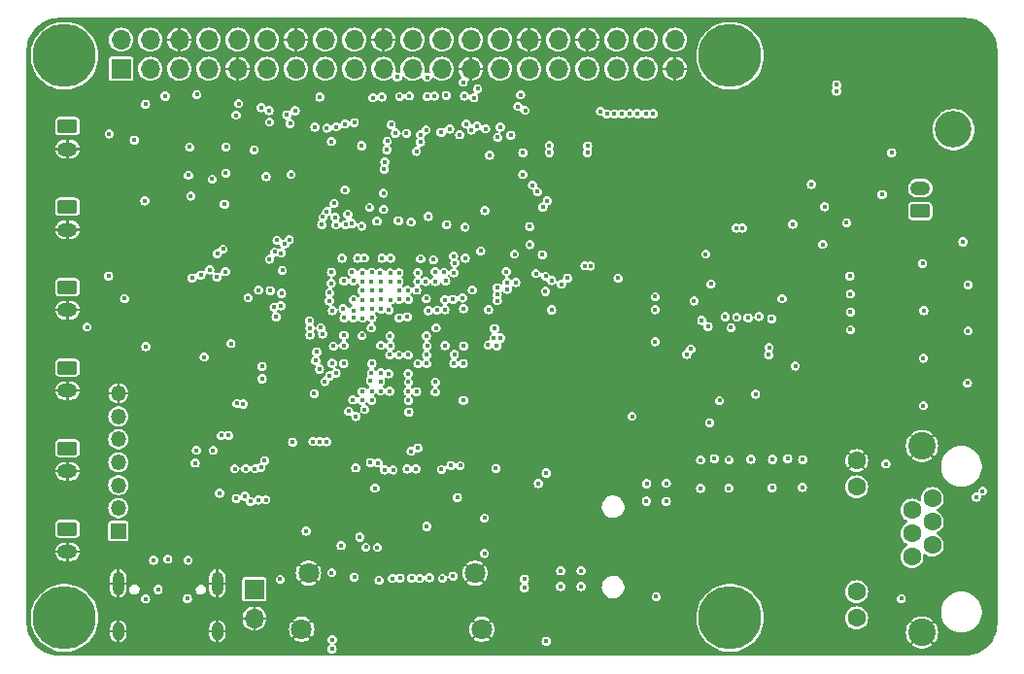
<source format=gbr>
%TF.GenerationSoftware,KiCad,Pcbnew,7.0.2*%
%TF.CreationDate,2023-10-25T03:12:23+05:00*%
%TF.ProjectId,Karnix_ASB,4b61726e-6978-45f4-9153-422e6b696361,V1.0*%
%TF.SameCoordinates,Original*%
%TF.FileFunction,Copper,L3,Inr*%
%TF.FilePolarity,Positive*%
%FSLAX46Y46*%
G04 Gerber Fmt 4.6, Leading zero omitted, Abs format (unit mm)*
G04 Created by KiCad (PCBNEW 7.0.2) date 2023-10-25 03:12:23*
%MOMM*%
%LPD*%
G01*
G04 APERTURE LIST*
G04 Aperture macros list*
%AMRoundRect*
0 Rectangle with rounded corners*
0 $1 Rounding radius*
0 $2 $3 $4 $5 $6 $7 $8 $9 X,Y pos of 4 corners*
0 Add a 4 corners polygon primitive as box body*
4,1,4,$2,$3,$4,$5,$6,$7,$8,$9,$2,$3,0*
0 Add four circle primitives for the rounded corners*
1,1,$1+$1,$2,$3*
1,1,$1+$1,$4,$5*
1,1,$1+$1,$6,$7*
1,1,$1+$1,$8,$9*
0 Add four rect primitives between the rounded corners*
20,1,$1+$1,$2,$3,$4,$5,0*
20,1,$1+$1,$4,$5,$6,$7,0*
20,1,$1+$1,$6,$7,$8,$9,0*
20,1,$1+$1,$8,$9,$2,$3,0*%
G04 Aperture macros list end*
%TA.AperFunction,ComponentPad*%
%ADD10R,1.700000X1.700000*%
%TD*%
%TA.AperFunction,ComponentPad*%
%ADD11O,1.700000X1.700000*%
%TD*%
%TA.AperFunction,FiducialPad,Global*%
%ADD12C,5.500000*%
%TD*%
%TA.AperFunction,ComponentPad*%
%ADD13O,1.000000X2.100000*%
%TD*%
%TA.AperFunction,ComponentPad*%
%ADD14O,1.000000X1.600000*%
%TD*%
%TA.AperFunction,ComponentPad*%
%ADD15RoundRect,0.250000X-0.625000X0.350000X-0.625000X-0.350000X0.625000X-0.350000X0.625000X0.350000X0*%
%TD*%
%TA.AperFunction,ComponentPad*%
%ADD16O,1.750000X1.200000*%
%TD*%
%TA.AperFunction,ComponentPad*%
%ADD17C,3.200000*%
%TD*%
%TA.AperFunction,ComponentPad*%
%ADD18C,1.600000*%
%TD*%
%TA.AperFunction,ComponentPad*%
%ADD19C,2.400000*%
%TD*%
%TA.AperFunction,ComponentPad*%
%ADD20R,1.350000X1.350000*%
%TD*%
%TA.AperFunction,ComponentPad*%
%ADD21O,1.350000X1.350000*%
%TD*%
%TA.AperFunction,ComponentPad*%
%ADD22C,1.800000*%
%TD*%
%TA.AperFunction,ComponentPad*%
%ADD23RoundRect,0.250000X0.625000X-0.350000X0.625000X0.350000X-0.625000X0.350000X-0.625000X-0.350000X0*%
%TD*%
%TA.AperFunction,ViaPad*%
%ADD24C,0.400000*%
%TD*%
G04 APERTURE END LIST*
D10*
%TO.N,EEPROM_RESET*%
%TO.C,J2*%
X128525000Y-92170000D03*
D11*
%TO.N,GND*%
X128525000Y-94710000D03*
%TD*%
D12*
%TO.N,*%
%TO.C,H2*%
X169980000Y-45650000D03*
%TD*%
D13*
%TO.N,GND*%
%TO.C,J1*%
X116650000Y-91650000D03*
D14*
X116650000Y-95830000D03*
D13*
X125290000Y-91650000D03*
D14*
X125290000Y-95830000D03*
%TD*%
D12*
%TO.N,*%
%TO.C,H1*%
X111980000Y-45650000D03*
%TD*%
D15*
%TO.N,OUT2_U*%
%TO.C,XS11*%
X112230000Y-86900000D03*
D16*
%TO.N,GND*%
X112230000Y-88900000D03*
%TD*%
D12*
%TO.N,*%
%TO.C,H3*%
X169980000Y-94650000D03*
%TD*%
D15*
%TO.N,IN3_U*%
%TO.C,XS8*%
X112230000Y-65826000D03*
D16*
%TO.N,GND*%
X112230000Y-67826000D03*
%TD*%
D15*
%TO.N,IN2_U*%
%TO.C,XS7*%
X112230000Y-58820000D03*
D16*
%TO.N,GND*%
X112230000Y-60820000D03*
%TD*%
D17*
%TO.N,DCIN*%
%TO.C,XS1*%
X189450000Y-52080000D03*
%TO.N,GND*%
X189450000Y-47080000D03*
%TD*%
D15*
%TO.N,OUT1_U*%
%TO.C,XS10*%
X112230000Y-79870000D03*
D16*
%TO.N,GND*%
X112230000Y-81870000D03*
%TD*%
D18*
%TO.N,Net-(TR1-Pad1)*%
%TO.C,XS4*%
X187600000Y-84250000D03*
%TO.N,Net-(TR1-Pad3)*%
X185820000Y-85270000D03*
%TO.N,Net-(TR1-Pad6)*%
X187600000Y-86280000D03*
%TO.N,Net-(D23-A)*%
X185820000Y-87300000D03*
X187600000Y-88310000D03*
%TO.N,Net-(TR1-Pad8)*%
X185820000Y-89330000D03*
%TO.N,GND*%
X187600000Y-90340000D03*
X185820000Y-91360000D03*
X181000000Y-80940000D03*
%TO.N,LED_GREEN*%
X181000000Y-83230000D03*
%TO.N,LAN_VDD2A*%
X181000000Y-94660000D03*
%TO.N,Net-(R103-Pad2)*%
X181000000Y-92370000D03*
D19*
%TO.N,GND*%
X186710000Y-79670000D03*
X186710000Y-95930000D03*
%TD*%
D20*
%TO.N,JTAG_TCK*%
%TO.C,J4*%
X116665000Y-87090000D03*
D21*
%TO.N,JTAG_TDI*%
X116665000Y-85090000D03*
%TO.N,JTAG_TDO*%
X116665000Y-83090000D03*
%TO.N,JTAG_TMS*%
X116665000Y-81090000D03*
%TO.N,FPGA_RESET*%
X116665000Y-79090000D03*
%TO.N,+5V*%
X116665000Y-77090000D03*
%TO.N,GND*%
X116665000Y-75090000D03*
%TD*%
D15*
%TO.N,IN4_U*%
%TO.C,XS9*%
X112230000Y-72838000D03*
D16*
%TO.N,GND*%
X112230000Y-74838000D03*
%TD*%
D22*
%TO.N,GND*%
%TO.C,J3*%
X132640000Y-95650000D03*
X133240000Y-90750000D03*
X147740000Y-90750000D03*
X148340000Y-95650000D03*
%TD*%
D15*
%TO.N,IN1_U*%
%TO.C,XS6*%
X112230000Y-51790000D03*
D16*
%TO.N,GND*%
X112230000Y-53790000D03*
%TD*%
D23*
%TO.N,RS485_A*%
%TO.C,XS3*%
X186560000Y-59190000D03*
D16*
%TO.N,RS485_B*%
X186560000Y-57190000D03*
%TD*%
D10*
%TO.N,+3V3*%
%TO.C,XS5*%
X116910000Y-46790000D03*
D11*
%TO.N,+5V*%
X116910000Y-44250000D03*
%TO.N,Net-(XS5-Pin_3)*%
X119450000Y-46790000D03*
%TO.N,+5V*%
X119450000Y-44250000D03*
%TO.N,Net-(XS5-Pin_5)*%
X121990000Y-46790000D03*
%TO.N,GND*%
X121990000Y-44250000D03*
%TO.N,Net-(XS5-Pin_7)*%
X124530000Y-46790000D03*
%TO.N,Net-(XS5-Pin_8)*%
X124530000Y-44250000D03*
%TO.N,GND*%
X127070000Y-46790000D03*
%TO.N,Net-(XS5-Pin_10)*%
X127070000Y-44250000D03*
%TO.N,Net-(XS5-Pin_11)*%
X129610000Y-46790000D03*
%TO.N,Net-(XS5-Pin_12)*%
X129610000Y-44250000D03*
%TO.N,Net-(XS5-Pin_13)*%
X132150000Y-46790000D03*
%TO.N,GND*%
X132150000Y-44250000D03*
%TO.N,Net-(XS5-Pin_15)*%
X134690000Y-46790000D03*
%TO.N,Net-(XS5-Pin_16)*%
X134690000Y-44250000D03*
%TO.N,+3V3*%
X137230000Y-46790000D03*
%TO.N,Net-(XS5-Pin_18)*%
X137230000Y-44250000D03*
%TO.N,Net-(XS5-Pin_19)*%
X139770000Y-46790000D03*
%TO.N,GND*%
X139770000Y-44250000D03*
%TO.N,Net-(XS5-Pin_21)*%
X142310000Y-46790000D03*
%TO.N,Net-(XS5-Pin_22)*%
X142310000Y-44250000D03*
%TO.N,Net-(XS5-Pin_23)*%
X144850000Y-46790000D03*
%TO.N,Net-(XS5-Pin_24)*%
X144850000Y-44250000D03*
%TO.N,GND*%
X147390000Y-46790000D03*
%TO.N,Net-(XS5-Pin_26)*%
X147390000Y-44250000D03*
%TO.N,Net-(XS5-Pin_27)*%
X149930000Y-46790000D03*
%TO.N,Net-(XS5-Pin_28)*%
X149930000Y-44250000D03*
%TO.N,Net-(XS5-Pin_29)*%
X152470000Y-46790000D03*
%TO.N,GND*%
X152470000Y-44250000D03*
%TO.N,Net-(XS5-Pin_31)*%
X155010000Y-46790000D03*
%TO.N,Net-(XS5-Pin_32)*%
X155010000Y-44250000D03*
%TO.N,Net-(XS5-Pin_33)*%
X157550000Y-46790000D03*
%TO.N,GND*%
X157550000Y-44250000D03*
%TO.N,Net-(XS5-Pin_35)*%
X160090000Y-46790000D03*
%TO.N,Net-(XS5-Pin_36)*%
X160090000Y-44250000D03*
%TO.N,Net-(XS5-Pin_37)*%
X162630000Y-46790000D03*
%TO.N,Net-(XS5-Pin_38)*%
X162630000Y-44250000D03*
%TO.N,GND*%
X165170000Y-46790000D03*
%TO.N,Net-(XS5-Pin_40)*%
X165170000Y-44250000D03*
%TD*%
D12*
%TO.N,*%
%TO.C,H4*%
X111980000Y-94650000D03*
%TD*%
D24*
%TO.N,GND*%
X125210000Y-88060000D03*
X132000000Y-78020000D03*
X127760000Y-50840000D03*
X175420000Y-43830000D03*
X176410000Y-52280000D03*
X170963615Y-72145000D03*
X170205000Y-72145000D03*
X156700000Y-52480000D03*
X165710000Y-64260000D03*
X179300000Y-71120000D03*
X180990000Y-55720000D03*
X145750000Y-88410000D03*
X183300000Y-56180000D03*
X140225000Y-88467000D03*
X147955000Y-55019000D03*
X141962988Y-72489500D03*
X114860000Y-89570000D03*
X164820000Y-55430000D03*
X173634996Y-52467000D03*
X114220000Y-52120000D03*
X157790000Y-89450000D03*
X154140000Y-55040000D03*
X189940000Y-56290000D03*
X111170000Y-69880000D03*
X125919000Y-63249000D03*
X114430000Y-80975000D03*
X161020000Y-88980000D03*
X134865000Y-81700000D03*
X162808918Y-96352575D03*
X121105000Y-84840000D03*
X161267499Y-65056499D03*
X175890000Y-68960000D03*
X131620000Y-75270000D03*
X134330000Y-86040000D03*
X172959998Y-53065000D03*
X174309996Y-53065000D03*
X155210000Y-93435000D03*
X160640000Y-56950000D03*
X117905000Y-56952000D03*
X158424000Y-73867000D03*
X114750000Y-61480000D03*
X179183000Y-45281000D03*
X178400000Y-81110000D03*
X162810000Y-56960000D03*
X155710001Y-51816778D03*
X186320000Y-73960000D03*
X141958877Y-70936867D03*
X182699000Y-45686000D03*
X168610000Y-49790000D03*
X175890000Y-66850000D03*
X160856500Y-84113000D03*
X179890000Y-72520000D03*
X129070000Y-48190000D03*
X113820000Y-76490000D03*
X159643500Y-67843500D03*
X126017093Y-79383661D03*
X113830000Y-83690000D03*
X164760000Y-69700000D03*
X125722000Y-71168000D03*
X174870000Y-59540000D03*
X111150000Y-62410000D03*
X161251008Y-65656414D03*
X122360000Y-77330000D03*
X131793000Y-53179000D03*
X159480000Y-48760000D03*
X155210000Y-94575000D03*
X118910000Y-87500000D03*
X152646971Y-97233554D03*
X160030000Y-56940000D03*
X159080000Y-94080000D03*
X157010000Y-94570000D03*
X124515000Y-52011000D03*
X137240000Y-88520000D03*
X116814000Y-58357000D03*
X142713342Y-70106378D03*
X144326124Y-70884500D03*
X155702000Y-49213000D03*
X170963615Y-72785000D03*
X149880000Y-91010000D03*
X162788000Y-95468000D03*
X110740000Y-76680000D03*
X188890000Y-65650000D03*
X163560000Y-56940000D03*
X154445000Y-87235000D03*
X170963615Y-71450333D03*
X158360000Y-57780000D03*
X141480000Y-95310000D03*
X157010000Y-93435000D03*
X133910000Y-93860000D03*
X174309996Y-52467000D03*
X169446386Y-71450333D03*
X177030000Y-91995000D03*
X137560000Y-80200000D03*
X126200000Y-88035000D03*
X138410000Y-86990000D03*
X165535000Y-87845000D03*
X144740000Y-88510000D03*
X185030000Y-60280000D03*
X170830000Y-80795000D03*
X151469000Y-59223000D03*
X149541000Y-83340000D03*
X141158431Y-70078003D03*
X155720000Y-62940000D03*
X181350000Y-72710000D03*
X142840000Y-49225000D03*
X158810000Y-64840000D03*
X135480000Y-56230000D03*
X153090000Y-69820000D03*
X164290000Y-58580000D03*
X136250000Y-95880000D03*
X176210000Y-64050000D03*
X187550000Y-69860000D03*
X147984000Y-57767000D03*
X173910000Y-49280000D03*
X172965002Y-53665000D03*
X178500000Y-60410000D03*
X131650000Y-74170000D03*
X188680000Y-74160000D03*
X159933000Y-81707000D03*
X117170000Y-50640000D03*
X152105376Y-69865376D03*
X126800000Y-94070000D03*
X160900000Y-93640000D03*
X131076975Y-65335500D03*
X144360000Y-57753000D03*
X159313000Y-77626000D03*
X133930000Y-83790000D03*
X170205000Y-71450333D03*
X142725979Y-70907423D03*
X126979000Y-66659000D03*
X118147000Y-70132000D03*
X148580000Y-76104500D03*
X141141473Y-72490491D03*
X176110000Y-71140000D03*
X124810000Y-62370000D03*
X183885966Y-52435779D03*
X147965000Y-81095000D03*
X135400000Y-48070000D03*
X160070000Y-52770000D03*
X117680000Y-88910000D03*
X158770000Y-52510000D03*
X176790000Y-46360000D03*
X132710000Y-48190000D03*
X187180000Y-65650000D03*
X136319885Y-77276826D03*
X137775000Y-59205000D03*
X152855126Y-66029487D03*
X156790000Y-65770000D03*
X163370000Y-54480000D03*
X180450000Y-79060000D03*
X122050000Y-73316000D03*
X127810000Y-48260000D03*
X126056000Y-51653000D03*
X146780000Y-73360000D03*
X123290000Y-47670000D03*
X168726000Y-59781000D03*
X149991830Y-94581115D03*
X173936000Y-56940000D03*
X164790000Y-54820000D03*
X161830000Y-56958680D03*
X136550762Y-79662954D03*
X128870000Y-80240000D03*
X170205000Y-72785000D03*
X172285000Y-52467000D03*
X153520000Y-52090000D03*
X170408500Y-63002000D03*
X172959998Y-52467000D03*
X143240000Y-88510000D03*
X133685000Y-81715000D03*
X134810000Y-55540000D03*
X132180000Y-92790000D03*
X172290004Y-53665000D03*
X116160000Y-49020000D03*
X125490000Y-72960000D03*
X134840000Y-56785000D03*
X153350000Y-68940000D03*
X147890000Y-88290000D03*
X139325000Y-53430000D03*
X131475000Y-60355000D03*
X126760000Y-51660000D03*
X178740000Y-78520000D03*
X168687772Y-73480000D03*
X135530000Y-82880000D03*
X158224644Y-77625691D03*
X170205000Y-73480000D03*
X168687772Y-71450333D03*
X128972000Y-56694000D03*
X129245000Y-87955000D03*
X119800000Y-48450000D03*
X176095000Y-77345000D03*
X159070000Y-54160000D03*
X119933000Y-74141000D03*
X169446386Y-72785000D03*
X172285000Y-53065000D03*
X166877000Y-62944500D03*
X189000000Y-70060000D03*
X173634996Y-53065000D03*
X118473000Y-72893000D03*
X135343528Y-70348153D03*
X164925000Y-80891000D03*
X182670000Y-72020000D03*
X123530000Y-56174000D03*
X168687772Y-72785000D03*
X127660000Y-87480000D03*
X154150000Y-88210000D03*
X169446386Y-73480000D03*
X120071000Y-49933000D03*
X136322300Y-73284777D03*
X147510000Y-70954000D03*
X174940000Y-46280000D03*
X141960000Y-70079113D03*
X164361401Y-96373138D03*
X170963615Y-73480000D03*
X157480000Y-55000000D03*
X156750000Y-62935000D03*
X173640000Y-53665000D03*
X179192000Y-45875000D03*
X132830000Y-50770000D03*
X136750000Y-56260000D03*
X135919000Y-76652000D03*
X144320000Y-95140000D03*
X125120000Y-79298000D03*
X161230000Y-56950000D03*
X132220000Y-80240000D03*
X135115775Y-63463334D03*
X131035000Y-88210000D03*
X176830000Y-77345000D03*
X144346000Y-55019000D03*
X164361401Y-95447817D03*
X137164500Y-66087403D03*
X115470000Y-87640000D03*
X168687772Y-72145000D03*
X150864570Y-97200949D03*
X113930000Y-55300000D03*
X147450000Y-66860000D03*
X114450000Y-59090000D03*
X141130416Y-70928274D03*
X182699000Y-46269000D03*
X162180000Y-88554000D03*
X177045000Y-94970000D03*
X123445000Y-83750000D03*
X159480000Y-96040000D03*
X127310000Y-89720000D03*
X174315000Y-53665000D03*
X111090000Y-55850000D03*
X160856500Y-83039000D03*
X136440000Y-58035000D03*
X141740000Y-88500000D03*
X144963843Y-63719532D03*
X117130000Y-53410000D03*
X136690000Y-87680000D03*
X131700000Y-55210000D03*
X174320000Y-78340000D03*
X156260000Y-62930000D03*
X133690000Y-78200000D03*
X169446386Y-72145000D03*
%TO.N,+5V*%
X152068000Y-91262000D03*
X151920000Y-56000000D03*
X125491000Y-83788000D03*
X159900000Y-50720000D03*
X118987000Y-58306000D03*
X135306000Y-97354785D03*
X161250000Y-50690000D03*
X151920000Y-54090000D03*
X122690000Y-92974999D03*
X160550000Y-50720000D03*
X119067000Y-71011000D03*
X171044000Y-60677000D03*
X163280000Y-50700000D03*
X159230000Y-50720000D03*
X163461000Y-66657000D03*
X135307000Y-96546000D03*
X131720000Y-55997000D03*
X163460999Y-67793997D03*
X161910000Y-50700000D03*
X152068000Y-92038000D03*
X170500000Y-60677000D03*
X177060000Y-56860000D03*
X119031947Y-92999099D03*
X184060000Y-54090000D03*
X161431000Y-77074500D03*
X162670000Y-50720000D03*
X158690000Y-50490000D03*
%TO.N,Net-(U8-nRST)*%
X166200000Y-71680000D03*
%TO.N,Net-(U8-VDDCR)*%
X173335000Y-71720000D03*
%TO.N,+3V3*%
X154230000Y-53490000D03*
X133370000Y-69380000D03*
X148620000Y-59156000D03*
X154230000Y-54080000D03*
X140059067Y-53832463D03*
X168310736Y-65554500D03*
X142778337Y-72489500D03*
X157570000Y-53510000D03*
X140227689Y-67802313D03*
X143522446Y-72489500D03*
X130505000Y-61740000D03*
X174510000Y-66835000D03*
X166839999Y-67025001D03*
X143567353Y-70936867D03*
X134245000Y-79305000D03*
X144824000Y-81718000D03*
X117205000Y-66818000D03*
X141070000Y-60020000D03*
X139880000Y-81750000D03*
X170060000Y-69355000D03*
X141840000Y-81680000D03*
X141117243Y-71736000D03*
X151307387Y-65417822D03*
X143509611Y-70079613D03*
X190675000Y-74190000D03*
X180140000Y-60210000D03*
X140810000Y-52390000D03*
X133625000Y-79275000D03*
X123500000Y-49031000D03*
X131635000Y-51550000D03*
X142035000Y-49150000D03*
X163460000Y-70580000D03*
X140313348Y-71736000D03*
X190725000Y-65610000D03*
X157550000Y-54100000D03*
X130892191Y-66361310D03*
X129203000Y-72719000D03*
X140341022Y-70079113D03*
X134845000Y-79295000D03*
X137352000Y-81576000D03*
X130775000Y-91290000D03*
X139790000Y-59050000D03*
X143670500Y-67875500D03*
X140369571Y-70936867D03*
X129530000Y-56185000D03*
X190720000Y-69625000D03*
X149570000Y-81620000D03*
X115870000Y-52470000D03*
X171790000Y-80815000D03*
X130960000Y-64360000D03*
X149450000Y-69420000D03*
X129203000Y-73812000D03*
X149660000Y-70948949D03*
X153950000Y-96690000D03*
X125916000Y-58598000D03*
%TO.N,+2V5*%
X149400000Y-70250000D03*
X167861000Y-62944500D03*
X144346840Y-69368327D03*
X160215500Y-65045500D03*
X149960000Y-70255000D03*
X139547172Y-70893963D03*
%TO.N,+1V1*%
X141147096Y-68500730D03*
X150563154Y-66011680D03*
X150538000Y-65390000D03*
X141920451Y-71736000D03*
X146725000Y-72485000D03*
X143529999Y-71736000D03*
X141852722Y-68411850D03*
X145915000Y-72485000D03*
X157805500Y-63980000D03*
X157335000Y-63960000D03*
%TO.N,FPGA_RESET*%
X130283231Y-62757164D03*
X141123000Y-64563003D03*
X126805000Y-81645000D03*
X134505000Y-59710000D03*
%TO.N,+3V3_ETH*%
X173650000Y-83310000D03*
X176280000Y-83280000D03*
X167420000Y-83360000D03*
X169880000Y-83350000D03*
%TO.N,ETHERNET_CT*%
X175000000Y-80760000D03*
X168610000Y-80770000D03*
%TO.N,ETHERNET_TX+*%
X167420000Y-80890000D03*
%TO.N,LAN_VDD2A*%
X168200000Y-77645000D03*
X169055000Y-75715000D03*
X172195000Y-75155000D03*
%TO.N,ETHERNET_TX-*%
X169890000Y-80880000D03*
%TO.N,ETHERNET_RX+*%
X173670000Y-80840000D03*
%TO.N,ETHERNET_RX-*%
X176300000Y-80850000D03*
%TO.N,+24V*%
X179263000Y-48186000D03*
X179249000Y-48731000D03*
%TO.N,Net-(D1-A)*%
X180415000Y-64850000D03*
%TO.N,Net-(D2-A)*%
X180465000Y-66415000D03*
%TO.N,Net-(D3-A)*%
X180470000Y-67990000D03*
%TO.N,QSPI_D2*%
X143510973Y-66825999D03*
X144795500Y-52317006D03*
%TO.N,SPI_CONFIG_MISO*%
X146415000Y-52535000D03*
X142780616Y-64541502D03*
%TO.N,SPI_CONFIG_SS*%
X142656626Y-66080500D03*
X147910000Y-51775000D03*
X142635000Y-53981000D03*
%TO.N,CLK*%
X175665000Y-72690000D03*
X133875000Y-72230000D03*
%TO.N,SPI_CONFIG_SCK*%
X142181500Y-60144087D03*
X141875000Y-66086001D03*
%TO.N,SPI_CONFIG_MOSI*%
X143670000Y-59666500D03*
X143014702Y-63346323D03*
%TO.N,QSPI_D3*%
X145295000Y-60360000D03*
X143465000Y-65327735D03*
%TO.N,DCIN*%
X191990000Y-83600000D03*
X191430000Y-84130000D03*
%TO.N,JTAG_TDO*%
X128570000Y-81650000D03*
X135457035Y-58519406D03*
X131160000Y-62070587D03*
X141130674Y-66880999D03*
X128900000Y-66080000D03*
%TO.N,JTAG_TDI*%
X139501025Y-64563502D03*
X131555000Y-61683000D03*
X136430000Y-57345000D03*
X129900000Y-66125000D03*
X129090000Y-81540000D03*
%TO.N,JTAG_TMS*%
X127975000Y-66750000D03*
X139653835Y-63306500D03*
X134835000Y-59220000D03*
X130859493Y-62855357D03*
X127775000Y-81645000D03*
%TO.N,JTAG_TCK*%
X130410001Y-68415001D03*
X140414537Y-63306500D03*
X131850000Y-79345000D03*
X136670000Y-59455000D03*
%TO.N,LED0*%
X138131817Y-76484497D03*
%TO.N,LED1*%
X137372280Y-77104088D03*
%TO.N,LED2*%
X136731000Y-76646000D03*
%TO.N,LED3*%
X137110000Y-75644000D03*
%TO.N,KEY0*%
X186755000Y-63755000D03*
X137905000Y-75690000D03*
%TO.N,LED_YELLOW*%
X184900000Y-92980000D03*
%TO.N,KEY1*%
X186850000Y-67865000D03*
X137929999Y-74923234D03*
%TO.N,KEY2*%
X138641000Y-73979000D03*
X186820000Y-72025000D03*
%TO.N,Net-(U5B-PT38A)*%
X133372000Y-69992000D03*
X141953235Y-75699999D03*
%TO.N,KEY3*%
X138767952Y-72485000D03*
X186820000Y-76145000D03*
%TO.N,GPIO_01*%
X151497500Y-50062500D03*
X154420000Y-65255000D03*
%TO.N,LAN_MDIO*%
X168058000Y-69265000D03*
%TO.N,LAN_nINT*%
X146740000Y-75680000D03*
X166550000Y-71225000D03*
%TO.N,RS485_RO*%
X178210000Y-58810000D03*
X144290000Y-74950000D03*
%TO.N,RS485_DI*%
X141980000Y-76700000D03*
X178060000Y-62090000D03*
%TO.N,Net-(U5G-DONE)*%
X141125000Y-65331500D03*
X135240000Y-53125000D03*
X139899620Y-54922000D03*
%TO.N,Net-(U5G-CFG_2)*%
X140356265Y-64578735D03*
X148931441Y-67788130D03*
%TO.N,GPIO_02*%
X119050000Y-49880000D03*
X149684500Y-66476064D03*
%TO.N,GPIO_03*%
X149684500Y-67000567D03*
X120750000Y-49170000D03*
%TO.N,GPIO_04*%
X115815000Y-64845000D03*
X127150000Y-49810000D03*
X145950000Y-71673897D03*
%TO.N,GPIO_05*%
X145140000Y-70920000D03*
X152775000Y-56930000D03*
X155805000Y-65035000D03*
%TO.N,GPIO_06*%
X155285000Y-65570000D03*
X153200000Y-57510000D03*
X146755000Y-70954000D03*
%TO.N,GPIO_07*%
X146980000Y-51595000D03*
X144451596Y-67836584D03*
X146710000Y-47960000D03*
%TO.N,GPIO_08*%
X149717000Y-52768893D03*
X149695000Y-65870000D03*
%TO.N,GPIO_09*%
X143570000Y-47530000D03*
X147510000Y-66075000D03*
X145545000Y-52030000D03*
%TO.N,Net-(U5G-CFG_1)*%
X140357000Y-65329000D03*
X141780000Y-52410000D03*
%TO.N,Net-(U5G-CFG_0)*%
X144135000Y-63429500D03*
X141150000Y-66080500D03*
%TO.N,GPIO_10*%
X140980000Y-47500000D03*
X154430000Y-67800000D03*
%TO.N,GPIO_11*%
X147970000Y-48525000D03*
X146765000Y-67695000D03*
X150485110Y-64461229D03*
%TO.N,GPIO_12*%
X151715000Y-49050000D03*
X153055000Y-64635000D03*
%TO.N,GPIO_13*%
X153660000Y-58845000D03*
%TO.N,GPIO_14*%
X148895000Y-70875000D03*
X126930000Y-50830000D03*
%TO.N,GPIO_15*%
X129110000Y-50175000D03*
X146655000Y-66745000D03*
X138714671Y-69374500D03*
%TO.N,GPIO_16*%
X145830000Y-66889500D03*
%TO.N,GPIO_17*%
X129800000Y-50420000D03*
X135643198Y-73308959D03*
%TO.N,/Ethernet/RXD0*%
X170560000Y-68440000D03*
%TO.N,/Ethernet/RXD1*%
X171550000Y-68490000D03*
%TO.N,/Ethernet/RXD2*%
X172510000Y-68380000D03*
%TO.N,/Ethernet/RXD3*%
X173605000Y-68585000D03*
%TO.N,/Ethernet/RCLK*%
X173370000Y-71100000D03*
%TO.N,/Ethernet/RXER*%
X169555000Y-68395000D03*
%TO.N,/Ethernet/COL*%
X167510000Y-68720000D03*
%TO.N,Net-(U8-LED1{slash}~{REGOFF})*%
X183560000Y-81220000D03*
%TO.N,GPIO_27*%
X145120000Y-66925000D03*
X132070000Y-50440000D03*
%TO.N,GPIO_22*%
X143005000Y-53165000D03*
X134235000Y-49235000D03*
X145901662Y-64573782D03*
%TO.N,GPIO_00*%
X153892000Y-66189829D03*
X152125000Y-50410000D03*
%TO.N,GPIO_19*%
X154047000Y-58300000D03*
%TO.N,GPIO_26*%
X145120000Y-67784001D03*
%TO.N,GPIO_20*%
X153615000Y-62995000D03*
X145200000Y-65287557D03*
%TO.N,GPIO_21*%
X153900000Y-64875000D03*
%TO.N,GPIO_25*%
X143486501Y-52110000D03*
X145885000Y-63125000D03*
%TO.N,GPIO_24*%
X143010571Y-52518270D03*
X145053832Y-64538057D03*
%TO.N,GPIO_23*%
X145999905Y-63708000D03*
X140105000Y-53095000D03*
%TO.N,GPIO_18*%
X131340000Y-50800000D03*
X137865000Y-53495000D03*
X146890000Y-63290000D03*
%TO.N,UART_DEBUG_TXD*%
X138730000Y-73323234D03*
X127537633Y-76008215D03*
%TO.N,RS485_DE*%
X175440000Y-60330000D03*
X144303456Y-74100500D03*
%TO.N,UART_DEBUG_RXD*%
X127015001Y-75963965D03*
X139514147Y-74059192D03*
%TO.N,EEPROM_RESET*%
X144261000Y-64469382D03*
X141945000Y-66875000D03*
X134205000Y-72965000D03*
%TO.N,Net-(D4-A)*%
X180470000Y-69535000D03*
%TO.N,Net-(J3-+5V)*%
X137220000Y-91110000D03*
%TO.N,HDMI_TX2+*%
X146460000Y-81385000D03*
X140307917Y-74898913D03*
%TO.N,HDMI_TX2-*%
X139530000Y-74880000D03*
X145655495Y-81374505D03*
%TO.N,HDMI_TX1+*%
X140226349Y-73373651D03*
X142760000Y-79840000D03*
%TO.N,HDMI_TX1-*%
X139540000Y-73300000D03*
X142180000Y-80120000D03*
%TO.N,HDMI_TXC+*%
X138747000Y-75700000D03*
X139300000Y-81150000D03*
%TO.N,HDMI_TXC-*%
X138638478Y-81106491D03*
X138750000Y-74870000D03*
%TO.N,Net-(J3-D2+)*%
X145839000Y-91018000D03*
%TO.N,Net-(J3-D2-)*%
X144912000Y-91201000D03*
%TO.N,Net-(J3-D1+)*%
X143792000Y-91150000D03*
%TO.N,Net-(J3-D1-)*%
X142957000Y-91223000D03*
%TO.N,Net-(J3-D0+)*%
X142229000Y-91188000D03*
%TO.N,Net-(J3-D0-)*%
X141226000Y-91182000D03*
%TO.N,Net-(J3-CK+)*%
X140543000Y-91211000D03*
%TO.N,Net-(J3-CK-)*%
X139389000Y-91379000D03*
%TO.N,+5V_HDMI*%
X140610000Y-81750000D03*
X135265000Y-90710000D03*
%TO.N,HDDC_CEC*%
X139240000Y-88510000D03*
%TO.N,Net-(J3-HPD{slash}HEAC-)*%
X136089000Y-88348000D03*
%TO.N,IN1_U_ADC*%
X118060000Y-53010000D03*
%TO.N,IN3_U_ADC*%
X129847157Y-63386780D03*
%TO.N,IN2_U_ADC*%
X122781500Y-56072500D03*
X125290000Y-62915000D03*
%TO.N,IN4_U_ADC*%
X129843000Y-51430000D03*
%TO.N,Net-(C80-Pad2)*%
X125786977Y-62499977D03*
%TO.N,OUT_AUDIO_L*%
X156995000Y-91910000D03*
X155205000Y-91920000D03*
X155220000Y-90550000D03*
X157000000Y-90540000D03*
%TO.N,Net-(U13B--)*%
X113934000Y-69296000D03*
X124850000Y-56410000D03*
%TO.N,ADC_SPI_SCLK*%
X126050000Y-53590000D03*
X136310000Y-72480000D03*
%TO.N,ADC_SPI_MISO*%
X128510000Y-53860000D03*
X135408000Y-70970000D03*
%TO.N,DAC_SPI_MOSI*%
X130255000Y-67580000D03*
X133740000Y-75090000D03*
%TO.N,ADC_SPI_MOSI*%
X126030000Y-55880000D03*
X135310000Y-72460000D03*
%TO.N,ADC_SPI_CSn*%
X133960000Y-71470000D03*
X122875500Y-53611000D03*
%TO.N,DAC_SPI_SCLK*%
X130845000Y-67455000D03*
X134670000Y-74050000D03*
%TO.N,DAC_SPI_CSn*%
X126010000Y-64457000D03*
X135085000Y-73555255D03*
%TO.N,OUT1_DAC*%
X125260000Y-64945000D03*
X126474000Y-70734000D03*
%TO.N,OUT2_DAC*%
X124636000Y-64306000D03*
X124146000Y-71917000D03*
%TO.N,FT_VCC*%
X123466000Y-80039000D03*
X124934000Y-80058000D03*
X129420000Y-80948849D03*
%TO.N,Net-(U20-3V3OUT)*%
X123359000Y-81152000D03*
%TO.N,Net-(U20-XTIN)*%
X126271474Y-78749986D03*
%TO.N,Net-(U20-XTOUT)*%
X125647000Y-78756000D03*
%TO.N,Net-(D28-A)*%
X120130000Y-92180000D03*
%TO.N,Net-(D29-A)*%
X120972000Y-89532000D03*
%TO.N,Net-(J1-CC1)*%
X119740000Y-89630000D03*
%TO.N,Net-(J1-CC2)*%
X122740000Y-89620000D03*
%TO.N,SRAM_#CS*%
X146872000Y-60583000D03*
X136338090Y-70895500D03*
%TO.N,SRAM_D13*%
X135250104Y-64526000D03*
X144240000Y-49165000D03*
%TO.N,SRAM_D12*%
X135203129Y-65484500D03*
X143590723Y-49204237D03*
%TO.N,SRAM_D09*%
X139644000Y-49235000D03*
X136330510Y-65276991D03*
%TO.N,SRAM_D08*%
X138850000Y-49310000D03*
X135086000Y-66311000D03*
%TO.N,SRAM_D15*%
X147447500Y-52112500D03*
X137925313Y-66930341D03*
%TO.N,SRAM_D02*%
X135053000Y-67027000D03*
%TO.N,SRAM_D03*%
X136268639Y-67691243D03*
X152508000Y-60548000D03*
X152540000Y-62110000D03*
%TO.N,SRAM_D11*%
X141180000Y-49215000D03*
X137164500Y-66909002D03*
%TO.N,SRAM_D14*%
X145244001Y-49099001D03*
X138760176Y-67721500D03*
%TO.N,SRAM_D00*%
X135322000Y-67873387D03*
%TO.N,SRAM_D01*%
X136346613Y-68486236D03*
%TO.N,SRAM_D10*%
X137166730Y-67857540D03*
X140444001Y-51655999D03*
%TO.N,SRAM_D06*%
X138563849Y-58863849D03*
X137973000Y-67722000D03*
%TO.N,SRAM_D07*%
X139569500Y-67732851D03*
X139207000Y-60070000D03*
%TO.N,SRAM_D04*%
X137955965Y-68521015D03*
%TO.N,SRAM_D05*%
X138768363Y-68470500D03*
%TO.N,SRAM_#WE*%
X137165000Y-68495000D03*
X137887000Y-60512000D03*
%TO.N,SRAM_#BHE*%
X147644000Y-49314500D03*
X134480000Y-69910000D03*
%TO.N,SRAM_#OE*%
X148677000Y-52014000D03*
X137894000Y-70043000D03*
%TO.N,SRAM_#BLE*%
X136325000Y-70020000D03*
X146838000Y-49149797D03*
%TO.N,SRAM_A17*%
X134312000Y-69360266D03*
X150882004Y-52579000D03*
%TO.N,SRAM_A13*%
X139583000Y-66909500D03*
X136435000Y-51600000D03*
%TO.N,SRAM_A12*%
X140368118Y-66953996D03*
X135650000Y-51850000D03*
%TO.N,SRAM_A16*%
X149958000Y-51865312D03*
X133328000Y-68741000D03*
%TO.N,SRAM_A14*%
X137229536Y-51484500D03*
X139569500Y-66114290D03*
%TO.N,SRAM_A07*%
X137529999Y-63306500D03*
X135651000Y-60392000D03*
%TO.N,SRAM_A10*%
X133795500Y-51866465D03*
X138741322Y-66943472D03*
%TO.N,SRAM_A11*%
X134844000Y-51950000D03*
X138750000Y-66125000D03*
%TO.N,SRAM_A15*%
X149010499Y-54320000D03*
X139534500Y-65329500D03*
%TO.N,SRAM_A09*%
X134390000Y-60382359D03*
X138115179Y-63275999D03*
%TO.N,SRAM_A06*%
X136467000Y-60378796D03*
X137917084Y-64571000D03*
%TO.N,SRAM_A08*%
X135559654Y-59731916D03*
X138746844Y-64525500D03*
%TO.N,SRAM_A03*%
X148246450Y-62671450D03*
X136163078Y-63302251D03*
%TO.N,SRAM_A04*%
X138698011Y-65329888D03*
%TO.N,SRAM_A05*%
X137028388Y-60266066D03*
X137043064Y-64509910D03*
%TO.N,SRAM_A02*%
X137142000Y-65286500D03*
%TO.N,SRAM_A00*%
X137929108Y-66125517D03*
X151193000Y-62941971D03*
%TO.N,SRAM_A01*%
X137916000Y-65326500D03*
%TO.N,OUT_AUDIO_R*%
X162688000Y-84476000D03*
X164418000Y-82917000D03*
X164427000Y-84502000D03*
X162713000Y-82960000D03*
%TO.N,MIC_IN*%
X148575000Y-85951000D03*
X163539000Y-92804000D03*
%TO.N,DAC_AUDIO_L*%
X123875000Y-64777000D03*
X153270000Y-82950000D03*
%TO.N,DAC_AUDIO_R*%
X153948000Y-82027000D03*
X123114000Y-65018000D03*
%TO.N,MIC_U_ADC*%
X148565000Y-89041000D03*
X122991000Y-57887000D03*
%TO.N,HDDC_SCL*%
X143550000Y-86680000D03*
X138240000Y-88500000D03*
%TO.N,HDDC_SDA*%
X137710000Y-87610000D03*
%TO.N,HDMI_SDA*%
X139032000Y-83347000D03*
X141953235Y-74099998D03*
%TO.N,HDMI_SCL*%
X146212000Y-84161000D03*
X141936877Y-73351939D03*
%TO.N,HDMI_HPD*%
X133031000Y-87094000D03*
X142656323Y-74942115D03*
%TO.N,HDMI_CEC*%
X142610000Y-81670000D03*
X141932000Y-74895000D03*
%TO.N,EEPROM_WP*%
X144310152Y-65327735D03*
X139840000Y-55529000D03*
%TO.N,EEPROM_I2C_SDA*%
X142780000Y-65329500D03*
X139757500Y-57627500D03*
%TO.N,Net-(U20-ADBUS2)*%
X128175860Y-84514494D03*
%TO.N,Net-(U20-ADBUS7)*%
X126940000Y-84255000D03*
%TO.N,Net-(U20-ADBUS3)*%
X127700000Y-84060000D03*
%TO.N,Net-(#FLG07-pwr)*%
X190270000Y-61870000D03*
X183230000Y-57750000D03*
%TO.N,Net-(U20-ADBUS0)*%
X129525000Y-84355000D03*
%TO.N,Net-(U20-ADBUS1)*%
X128875000Y-84375000D03*
%TD*%
%TA.AperFunction,Conductor*%
%TO.N,GND*%
G36*
X137726324Y-76484496D02*
G01*
X137746170Y-76609799D01*
X137746170Y-76609800D01*
X137746171Y-76609801D01*
X137764615Y-76646000D01*
X137775908Y-76668162D01*
X137785479Y-76728594D01*
X137757702Y-76783111D01*
X137703185Y-76810888D01*
X137642753Y-76801317D01*
X137617697Y-76783113D01*
X137610622Y-76776038D01*
X137497584Y-76718442D01*
X137497583Y-76718441D01*
X137497582Y-76718441D01*
X137372279Y-76698595D01*
X137248169Y-76718253D01*
X137187737Y-76708682D01*
X137144472Y-76665417D01*
X137134902Y-76635961D01*
X137116646Y-76520696D01*
X137062194Y-76413829D01*
X137737936Y-76411177D01*
X137726324Y-76484496D01*
G37*
%TD.AperFunction*%
%TA.AperFunction,Conductor*%
G36*
X135475889Y-67502306D02*
G01*
X135447304Y-67487741D01*
X135447303Y-67487740D01*
X135447302Y-67487740D01*
X135390023Y-67478668D01*
X135335507Y-67450890D01*
X135307730Y-67396373D01*
X135317302Y-67335941D01*
X135335505Y-67310886D01*
X135381050Y-67265342D01*
X135438646Y-67152304D01*
X135458492Y-67027000D01*
X135438646Y-66901696D01*
X135381050Y-66788658D01*
X135374694Y-66782302D01*
X135347895Y-66755502D01*
X135320118Y-66700985D01*
X135329690Y-66640553D01*
X135347893Y-66615498D01*
X135414050Y-66549342D01*
X135471646Y-66436304D01*
X135474177Y-66420319D01*
X135475889Y-67502306D01*
G37*
%TD.AperFunction*%
%TA.AperFunction,Conductor*%
G36*
X135473828Y-66199474D02*
G01*
X135471646Y-66185696D01*
X135414050Y-66072658D01*
X135347343Y-66005951D01*
X135319568Y-65951437D01*
X135329139Y-65891005D01*
X135372400Y-65847743D01*
X135441471Y-65812550D01*
X135473165Y-65780855D01*
X135473828Y-66199474D01*
G37*
%TD.AperFunction*%
%TA.AperFunction,Conductor*%
G36*
X135472226Y-65187205D02*
G01*
X135441471Y-65156450D01*
X135330761Y-65100040D01*
X135287498Y-65056777D01*
X135277927Y-64996345D01*
X135305704Y-64941828D01*
X135360219Y-64914051D01*
X135375408Y-64911646D01*
X135471712Y-64862575D01*
X135472226Y-65187205D01*
G37*
%TD.AperFunction*%
%TA.AperFunction,Conductor*%
G36*
X190482777Y-42350655D02*
G01*
X190787898Y-42367791D01*
X190798921Y-42369033D01*
X191097476Y-42419759D01*
X191108270Y-42422222D01*
X191399279Y-42506061D01*
X191409750Y-42509725D01*
X191689523Y-42625611D01*
X191699525Y-42630428D01*
X191964555Y-42776905D01*
X191973955Y-42782811D01*
X192220930Y-42958049D01*
X192229610Y-42964972D01*
X192455399Y-43166750D01*
X192463249Y-43174600D01*
X192665027Y-43400389D01*
X192671950Y-43409069D01*
X192847188Y-43656044D01*
X192853094Y-43665444D01*
X192999571Y-43930474D01*
X193004388Y-43940476D01*
X193120272Y-44220245D01*
X193123939Y-44230724D01*
X193207773Y-44521714D01*
X193210243Y-44532538D01*
X193260965Y-44831073D01*
X193262208Y-44842105D01*
X193279343Y-45147222D01*
X193279499Y-45152773D01*
X193279500Y-95110118D01*
X193279500Y-95147226D01*
X193279344Y-95152777D01*
X193262208Y-95457894D01*
X193260965Y-95468926D01*
X193210243Y-95767461D01*
X193207773Y-95778285D01*
X193123939Y-96069275D01*
X193120272Y-96079754D01*
X193004388Y-96359523D01*
X192999571Y-96369525D01*
X192853094Y-96634555D01*
X192847188Y-96643955D01*
X192671950Y-96890930D01*
X192665027Y-96899610D01*
X192463249Y-97125399D01*
X192455399Y-97133249D01*
X192229610Y-97335027D01*
X192220930Y-97341950D01*
X191973955Y-97517188D01*
X191964555Y-97523094D01*
X191699525Y-97669571D01*
X191689523Y-97674388D01*
X191409754Y-97790272D01*
X191399275Y-97793939D01*
X191108285Y-97877773D01*
X191097461Y-97880243D01*
X190798926Y-97930965D01*
X190787894Y-97932208D01*
X190482778Y-97949344D01*
X190477227Y-97949500D01*
X135369207Y-97949500D01*
X135311016Y-97930593D01*
X135304636Y-97921811D01*
X135287738Y-97938710D01*
X135242793Y-97949500D01*
X111482773Y-97949500D01*
X111477222Y-97949344D01*
X111172105Y-97932208D01*
X111161073Y-97930965D01*
X110862538Y-97880243D01*
X110851716Y-97877773D01*
X110777239Y-97856317D01*
X110560724Y-97793939D01*
X110550245Y-97790272D01*
X110270476Y-97674388D01*
X110260474Y-97669571D01*
X109995444Y-97523094D01*
X109986044Y-97517188D01*
X109739069Y-97341950D01*
X109730389Y-97335027D01*
X109504600Y-97133249D01*
X109496750Y-97125399D01*
X109294972Y-96899610D01*
X109288049Y-96890930D01*
X109112811Y-96643955D01*
X109106905Y-96634555D01*
X108960428Y-96369525D01*
X108955611Y-96359523D01*
X108839725Y-96079750D01*
X108836060Y-96069275D01*
X108816406Y-96001055D01*
X108752222Y-95778270D01*
X108749759Y-95767476D01*
X108699033Y-95468921D01*
X108697791Y-95457894D01*
X108695649Y-95419750D01*
X108680654Y-95152742D01*
X108680500Y-95147258D01*
X108680500Y-95110118D01*
X108680500Y-94650000D01*
X109024500Y-94650000D01*
X109044484Y-94993113D01*
X109044982Y-94995938D01*
X109044983Y-94995945D01*
X109091789Y-95261390D01*
X109104166Y-95331585D01*
X109104989Y-95334335D01*
X109104991Y-95334342D01*
X109162739Y-95527234D01*
X109202738Y-95660841D01*
X109203878Y-95663484D01*
X109203881Y-95663492D01*
X109318392Y-95928956D01*
X109338869Y-95976426D01*
X109340298Y-95978901D01*
X109340301Y-95978907D01*
X109491187Y-96240250D01*
X109510716Y-96274074D01*
X109576137Y-96361949D01*
X109713157Y-96546000D01*
X109715956Y-96549759D01*
X109717921Y-96551842D01*
X109717928Y-96551850D01*
X109848266Y-96690000D01*
X109951813Y-96799753D01*
X109954024Y-96801608D01*
X110212883Y-97018817D01*
X110212889Y-97018821D01*
X110215098Y-97020675D01*
X110502250Y-97209538D01*
X110504809Y-97210823D01*
X110504814Y-97210826D01*
X110806815Y-97362497D01*
X110809386Y-97363788D01*
X111132353Y-97481338D01*
X111466783Y-97560599D01*
X111808153Y-97600500D01*
X111811037Y-97600500D01*
X112148963Y-97600500D01*
X112151847Y-97600500D01*
X112493217Y-97560599D01*
X112827647Y-97481338D01*
X113150614Y-97363788D01*
X113168542Y-97354784D01*
X134900507Y-97354784D01*
X134920353Y-97480087D01*
X134920353Y-97480088D01*
X134920354Y-97480089D01*
X134977950Y-97593127D01*
X135067658Y-97682835D01*
X135180696Y-97740431D01*
X135246682Y-97750882D01*
X135258280Y-97752719D01*
X135306147Y-97777107D01*
X135311016Y-97770407D01*
X135353720Y-97752719D01*
X135359986Y-97751726D01*
X135431304Y-97740431D01*
X135544342Y-97682835D01*
X135634050Y-97593127D01*
X135691646Y-97480089D01*
X135711492Y-97354785D01*
X135707566Y-97330000D01*
X135691646Y-97229482D01*
X135691646Y-97229481D01*
X135634050Y-97116443D01*
X135544342Y-97026735D01*
X135544339Y-97026733D01*
X135538502Y-97020896D01*
X135510725Y-96966379D01*
X135520296Y-96905947D01*
X135538503Y-96880888D01*
X135545339Y-96874051D01*
X135545342Y-96874050D01*
X135635050Y-96784342D01*
X135692646Y-96671304D01*
X135712492Y-96546000D01*
X135692646Y-96420696D01*
X135635050Y-96307658D01*
X135545342Y-96217950D01*
X135432304Y-96160354D01*
X135432303Y-96160353D01*
X135432302Y-96160353D01*
X135307000Y-96140507D01*
X135181697Y-96160353D01*
X135068659Y-96217949D01*
X134978949Y-96307659D01*
X134921353Y-96420697D01*
X134901507Y-96546000D01*
X134921353Y-96671302D01*
X134921353Y-96671303D01*
X134921354Y-96671304D01*
X134978950Y-96784342D01*
X135068658Y-96874050D01*
X135068660Y-96874051D01*
X135074497Y-96879888D01*
X135102274Y-96934405D01*
X135092703Y-96994837D01*
X135074497Y-97019895D01*
X134977950Y-97116441D01*
X134920353Y-97229482D01*
X134900507Y-97354784D01*
X113168542Y-97354784D01*
X113457750Y-97209538D01*
X113744902Y-97020675D01*
X114008187Y-96799753D01*
X114244044Y-96549759D01*
X114449284Y-96274074D01*
X114509745Y-96169352D01*
X115950000Y-96169352D01*
X115950360Y-96175307D01*
X115965348Y-96298748D01*
X116025629Y-96457695D01*
X116122194Y-96597594D01*
X116249436Y-96710321D01*
X116399953Y-96789318D01*
X116549999Y-96826301D01*
X116550000Y-96826301D01*
X116549999Y-96413454D01*
X116621840Y-96433895D01*
X116733521Y-96423546D01*
X116750000Y-96415340D01*
X116750000Y-96826301D01*
X116900046Y-96789318D01*
X117050563Y-96710321D01*
X117177805Y-96597594D01*
X117274370Y-96457695D01*
X117334651Y-96298748D01*
X117349639Y-96175307D01*
X117350000Y-96169352D01*
X124590000Y-96169352D01*
X124590360Y-96175307D01*
X124605348Y-96298748D01*
X124665629Y-96457695D01*
X124762194Y-96597594D01*
X124889436Y-96710321D01*
X125039953Y-96789318D01*
X125189999Y-96826301D01*
X125189999Y-96413454D01*
X125261840Y-96433895D01*
X125373521Y-96423546D01*
X125390000Y-96415340D01*
X125390000Y-96826301D01*
X125540046Y-96789318D01*
X125690563Y-96710321D01*
X125817805Y-96597594D01*
X125914370Y-96457695D01*
X125974651Y-96298748D01*
X125989639Y-96175307D01*
X125990000Y-96169352D01*
X125990000Y-95930001D01*
X125989999Y-95930000D01*
X125590000Y-95930000D01*
X125590000Y-95730000D01*
X125989999Y-95730000D01*
X125990000Y-95729998D01*
X125990000Y-95490647D01*
X125989639Y-95484692D01*
X125974651Y-95361251D01*
X125914370Y-95202304D01*
X125817805Y-95062405D01*
X125690563Y-94949678D01*
X125540047Y-94870682D01*
X125390000Y-94833698D01*
X125389999Y-95246545D01*
X125318160Y-95226105D01*
X125206479Y-95236454D01*
X125189999Y-95244659D01*
X125189999Y-94833698D01*
X125039952Y-94870682D01*
X124889436Y-94949678D01*
X124762194Y-95062405D01*
X124665629Y-95202304D01*
X124605348Y-95361251D01*
X124590360Y-95484692D01*
X124590000Y-95490647D01*
X124590000Y-95729999D01*
X124590001Y-95730000D01*
X124990000Y-95730000D01*
X124990000Y-95930000D01*
X124590001Y-95930000D01*
X124590000Y-95930001D01*
X124590000Y-96169352D01*
X117350000Y-96169352D01*
X117350000Y-95930001D01*
X117349999Y-95930000D01*
X116950000Y-95930000D01*
X116950000Y-95730000D01*
X117349999Y-95730000D01*
X117350000Y-95729998D01*
X117350000Y-95490647D01*
X117349639Y-95484692D01*
X117334651Y-95361251D01*
X117274370Y-95202304D01*
X117177805Y-95062405D01*
X117050563Y-94949678D01*
X116900047Y-94870682D01*
X116750000Y-94833698D01*
X116750000Y-95246545D01*
X116678160Y-95226105D01*
X116566479Y-95236454D01*
X116550000Y-95244659D01*
X116550000Y-94833698D01*
X116399952Y-94870682D01*
X116249436Y-94949678D01*
X116122194Y-95062405D01*
X116025629Y-95202304D01*
X115965348Y-95361251D01*
X115950360Y-95484692D01*
X115950000Y-95490647D01*
X115950000Y-95729999D01*
X115950001Y-95730000D01*
X116350000Y-95730000D01*
X116350000Y-95930000D01*
X115950001Y-95930000D01*
X115950000Y-95930001D01*
X115950000Y-96169352D01*
X114509745Y-96169352D01*
X114621131Y-95976426D01*
X114757262Y-95660841D01*
X114855834Y-95331585D01*
X114915516Y-94993113D01*
X114926181Y-94810000D01*
X127479767Y-94810000D01*
X127490191Y-94915835D01*
X127550231Y-95113763D01*
X127647730Y-95296170D01*
X127778945Y-95456054D01*
X127938829Y-95587269D01*
X128121236Y-95684768D01*
X128319165Y-95744808D01*
X128424998Y-95755231D01*
X128425000Y-95755230D01*
X128425000Y-95200764D01*
X128489237Y-95210000D01*
X128560763Y-95210000D01*
X128625000Y-95200764D01*
X128625000Y-95755230D01*
X128625001Y-95755231D01*
X128730834Y-95744808D01*
X128928763Y-95684768D01*
X128993809Y-95650000D01*
X131535287Y-95650000D01*
X131554097Y-95852989D01*
X131609887Y-96049070D01*
X131700752Y-96231553D01*
X131793804Y-96354772D01*
X132114132Y-96034443D01*
X132135186Y-96067619D01*
X132253085Y-96178333D01*
X131935330Y-96496088D01*
X131935331Y-96496090D01*
X131974260Y-96531579D01*
X132147584Y-96638897D01*
X132337684Y-96712542D01*
X132538068Y-96750000D01*
X132741932Y-96750000D01*
X132942315Y-96712542D01*
X133132415Y-96638897D01*
X133305735Y-96531580D01*
X133344667Y-96496089D01*
X133023437Y-96174859D01*
X133088492Y-96127595D01*
X133165694Y-96034272D01*
X133486195Y-96354773D01*
X133579247Y-96231553D01*
X133670112Y-96049070D01*
X133725902Y-95852989D01*
X133744712Y-95650000D01*
X147235287Y-95650000D01*
X147254097Y-95852989D01*
X147309887Y-96049070D01*
X147400752Y-96231553D01*
X147493804Y-96354772D01*
X147814132Y-96034443D01*
X147835186Y-96067619D01*
X147953085Y-96178333D01*
X147635330Y-96496088D01*
X147635331Y-96496090D01*
X147674260Y-96531579D01*
X147847584Y-96638897D01*
X148037684Y-96712542D01*
X148238068Y-96750000D01*
X148441932Y-96750000D01*
X148642315Y-96712542D01*
X148700503Y-96690000D01*
X153544507Y-96690000D01*
X153564353Y-96815302D01*
X153564353Y-96815303D01*
X153564354Y-96815304D01*
X153621950Y-96928342D01*
X153711658Y-97018050D01*
X153824696Y-97075646D01*
X153950000Y-97095492D01*
X154075304Y-97075646D01*
X154188342Y-97018050D01*
X154278050Y-96928342D01*
X154335646Y-96815304D01*
X154355492Y-96690000D01*
X154335646Y-96564696D01*
X154278050Y-96451658D01*
X154188342Y-96361950D01*
X154075304Y-96304354D01*
X154075303Y-96304353D01*
X154075302Y-96304353D01*
X153949999Y-96284507D01*
X153824697Y-96304353D01*
X153711659Y-96361949D01*
X153621949Y-96451659D01*
X153564353Y-96564697D01*
X153544507Y-96690000D01*
X148700503Y-96690000D01*
X148832415Y-96638897D01*
X149005735Y-96531580D01*
X149044667Y-96496089D01*
X148723437Y-96174859D01*
X148788492Y-96127595D01*
X148865694Y-96034272D01*
X149186195Y-96354773D01*
X149279247Y-96231553D01*
X149370112Y-96049070D01*
X149425902Y-95852989D01*
X149444712Y-95650000D01*
X149425902Y-95447010D01*
X149370112Y-95250929D01*
X149279247Y-95068446D01*
X149186195Y-94945226D01*
X148865866Y-95265554D01*
X148844814Y-95232381D01*
X148726911Y-95121664D01*
X149044667Y-94803909D01*
X149005736Y-94768418D01*
X148832415Y-94661102D01*
X148803757Y-94650000D01*
X167024500Y-94650000D01*
X167044484Y-94993113D01*
X167044982Y-94995938D01*
X167044983Y-94995945D01*
X167091789Y-95261390D01*
X167104166Y-95331585D01*
X167104989Y-95334335D01*
X167104991Y-95334342D01*
X167162739Y-95527234D01*
X167202738Y-95660841D01*
X167203878Y-95663484D01*
X167203881Y-95663492D01*
X167318392Y-95928956D01*
X167338869Y-95976426D01*
X167340298Y-95978901D01*
X167340301Y-95978907D01*
X167491187Y-96240250D01*
X167510716Y-96274074D01*
X167576137Y-96361949D01*
X167713157Y-96546000D01*
X167715956Y-96549759D01*
X167717921Y-96551842D01*
X167717928Y-96551850D01*
X167848266Y-96690000D01*
X167951813Y-96799753D01*
X167954024Y-96801608D01*
X168212883Y-97018817D01*
X168212889Y-97018821D01*
X168215098Y-97020675D01*
X168502250Y-97209538D01*
X168504809Y-97210823D01*
X168504814Y-97210826D01*
X168806815Y-97362497D01*
X168809386Y-97363788D01*
X169132353Y-97481338D01*
X169466783Y-97560599D01*
X169808153Y-97600500D01*
X169811037Y-97600500D01*
X170148963Y-97600500D01*
X170151847Y-97600500D01*
X170493217Y-97560599D01*
X170827647Y-97481338D01*
X171150614Y-97363788D01*
X171457750Y-97209538D01*
X171744902Y-97020675D01*
X172008187Y-96799753D01*
X172244044Y-96549759D01*
X172449284Y-96274074D01*
X172621131Y-95976426D01*
X172641157Y-95930000D01*
X185305202Y-95930000D01*
X185324362Y-96161221D01*
X185381318Y-96386135D01*
X185474517Y-96598609D01*
X185601420Y-96792849D01*
X185651416Y-96847159D01*
X185651417Y-96847160D01*
X186075194Y-96423381D01*
X186080577Y-96431948D01*
X186208052Y-96559423D01*
X186216615Y-96564804D01*
X185791915Y-96989505D01*
X185941650Y-97106050D01*
X186145698Y-97216476D01*
X186365143Y-97291812D01*
X186593994Y-97330000D01*
X186826006Y-97330000D01*
X187054856Y-97291812D01*
X187274301Y-97216476D01*
X187478353Y-97106048D01*
X187628084Y-96989506D01*
X187203382Y-96564804D01*
X187211948Y-96559423D01*
X187339423Y-96431948D01*
X187344804Y-96423382D01*
X187768581Y-96847159D01*
X187818581Y-96792846D01*
X187945482Y-96598609D01*
X188038681Y-96386135D01*
X188095637Y-96161221D01*
X188114797Y-95930000D01*
X188095637Y-95698778D01*
X188038681Y-95473864D01*
X187945482Y-95261390D01*
X187818582Y-95067153D01*
X187768581Y-95012839D01*
X187344804Y-95436615D01*
X187339423Y-95428052D01*
X187211948Y-95300577D01*
X187203381Y-95295194D01*
X187628084Y-94870492D01*
X187478353Y-94753950D01*
X187274301Y-94643523D01*
X187054856Y-94568187D01*
X186826006Y-94530000D01*
X186593994Y-94530000D01*
X186365143Y-94568187D01*
X186145698Y-94643523D01*
X185941646Y-94753951D01*
X185791914Y-94870492D01*
X186216617Y-95295195D01*
X186208052Y-95300577D01*
X186080577Y-95428052D01*
X186075195Y-95436617D01*
X185651417Y-95012839D01*
X185601417Y-95067154D01*
X185474517Y-95261390D01*
X185381318Y-95473864D01*
X185324362Y-95698778D01*
X185305202Y-95930000D01*
X172641157Y-95930000D01*
X172757262Y-95660841D01*
X172855834Y-95331585D01*
X172915516Y-94993113D01*
X172934918Y-94659999D01*
X179994658Y-94659999D01*
X180013975Y-94856130D01*
X180071185Y-95044727D01*
X180164088Y-95218536D01*
X180178793Y-95236454D01*
X180289117Y-95370883D01*
X180392898Y-95456054D01*
X180441463Y-95495911D01*
X180615272Y-95588814D01*
X180681362Y-95608862D01*
X180803868Y-95646024D01*
X181000000Y-95665341D01*
X181196132Y-95646024D01*
X181384727Y-95588814D01*
X181558538Y-95495910D01*
X181710883Y-95370883D01*
X181835910Y-95218538D01*
X181928814Y-95044727D01*
X181986024Y-94856132D01*
X182005341Y-94660000D01*
X182004638Y-94652867D01*
X181986024Y-94463869D01*
X181931176Y-94283057D01*
X188364500Y-94283057D01*
X188404159Y-94546189D01*
X188432514Y-94638111D01*
X188482599Y-94800482D01*
X188598060Y-95040239D01*
X188747965Y-95260110D01*
X188747968Y-95260113D01*
X188928965Y-95455182D01*
X188987921Y-95502198D01*
X189137020Y-95621101D01*
X189367479Y-95754156D01*
X189615195Y-95851377D01*
X189874633Y-95910593D01*
X190073558Y-95925500D01*
X190075419Y-95925500D01*
X190204581Y-95925500D01*
X190206442Y-95925500D01*
X190405367Y-95910593D01*
X190664805Y-95851377D01*
X190912521Y-95754156D01*
X191142980Y-95621101D01*
X191351033Y-95455183D01*
X191532035Y-95260110D01*
X191681940Y-95040240D01*
X191797401Y-94800482D01*
X191875839Y-94546194D01*
X191882778Y-94500156D01*
X191915500Y-94283057D01*
X191915500Y-94016942D01*
X191875840Y-93753810D01*
X191870109Y-93735231D01*
X191797401Y-93499518D01*
X191681940Y-93259761D01*
X191532035Y-93039890D01*
X191444217Y-92945245D01*
X191351034Y-92844817D01*
X191142981Y-92678900D01*
X191142980Y-92678899D01*
X190912521Y-92545844D01*
X190816223Y-92508050D01*
X190664803Y-92448622D01*
X190405364Y-92389406D01*
X190208300Y-92374639D01*
X190208293Y-92374638D01*
X190206442Y-92374500D01*
X190073558Y-92374500D01*
X190071707Y-92374638D01*
X190071699Y-92374639D01*
X189874635Y-92389406D01*
X189615196Y-92448622D01*
X189367478Y-92545844D01*
X189137018Y-92678900D01*
X188928965Y-92844817D01*
X188747968Y-93039886D01*
X188747966Y-93039888D01*
X188747965Y-93039890D01*
X188690346Y-93124401D01*
X188598058Y-93259763D01*
X188482600Y-93499515D01*
X188404159Y-93753810D01*
X188364500Y-94016942D01*
X188364500Y-94283057D01*
X181931176Y-94283057D01*
X181928814Y-94275272D01*
X181835911Y-94101463D01*
X181766548Y-94016945D01*
X181710883Y-93949117D01*
X181558538Y-93824090D01*
X181558539Y-93824090D01*
X181558536Y-93824088D01*
X181384727Y-93731185D01*
X181196130Y-93673975D01*
X181000000Y-93654658D01*
X180803869Y-93673975D01*
X180615272Y-93731185D01*
X180441463Y-93824088D01*
X180289117Y-93949117D01*
X180164088Y-94101463D01*
X180071185Y-94275272D01*
X180013975Y-94463869D01*
X179994658Y-94659999D01*
X172934918Y-94659999D01*
X172935500Y-94650000D01*
X172915516Y-94306887D01*
X172855834Y-93968415D01*
X172757262Y-93639159D01*
X172621131Y-93323574D01*
X172449284Y-93025926D01*
X172244044Y-92750241D01*
X172242076Y-92748155D01*
X172242071Y-92748149D01*
X172088611Y-92585492D01*
X172008187Y-92500247D01*
X171946663Y-92448622D01*
X171852965Y-92370000D01*
X179994658Y-92370000D01*
X180013975Y-92566130D01*
X180071185Y-92754727D01*
X180164088Y-92928536D01*
X180177801Y-92945245D01*
X180289117Y-93080883D01*
X180418298Y-93186900D01*
X180441463Y-93205911D01*
X180615272Y-93298814D01*
X180688713Y-93321092D01*
X180803868Y-93356024D01*
X180850787Y-93360645D01*
X180999999Y-93375341D01*
X180999999Y-93375340D01*
X181000000Y-93375341D01*
X181196132Y-93356024D01*
X181384727Y-93298814D01*
X181558538Y-93205910D01*
X181710883Y-93080883D01*
X181793677Y-92979999D01*
X184494507Y-92979999D01*
X184514353Y-93105302D01*
X184514353Y-93105303D01*
X184514354Y-93105304D01*
X184571950Y-93218342D01*
X184661658Y-93308050D01*
X184774696Y-93365646D01*
X184900000Y-93385492D01*
X185025304Y-93365646D01*
X185138342Y-93308050D01*
X185228050Y-93218342D01*
X185285646Y-93105304D01*
X185305492Y-92980000D01*
X185285646Y-92854696D01*
X185228050Y-92741658D01*
X185138342Y-92651950D01*
X185025304Y-92594354D01*
X185025303Y-92594353D01*
X185025302Y-92594353D01*
X184900000Y-92574507D01*
X184774697Y-92594353D01*
X184661659Y-92651949D01*
X184571949Y-92741659D01*
X184514353Y-92854697D01*
X184494507Y-92979999D01*
X181793677Y-92979999D01*
X181835910Y-92928538D01*
X181928814Y-92754727D01*
X181986024Y-92566132D01*
X182005341Y-92370000D01*
X181986024Y-92173868D01*
X181939246Y-92019663D01*
X181928814Y-91985272D01*
X181835911Y-91811463D01*
X181777317Y-91740067D01*
X181710883Y-91659117D01*
X181579204Y-91551050D01*
X181558536Y-91534088D01*
X181384727Y-91441185D01*
X181196130Y-91383975D01*
X181000000Y-91364658D01*
X180803869Y-91383975D01*
X180615272Y-91441185D01*
X180441463Y-91534088D01*
X180289117Y-91659117D01*
X180164088Y-91811463D01*
X180071185Y-91985272D01*
X180013975Y-92173869D01*
X179994658Y-92370000D01*
X171852965Y-92370000D01*
X171747116Y-92281182D01*
X171747107Y-92281176D01*
X171744902Y-92279325D01*
X171693180Y-92245307D01*
X171460152Y-92092042D01*
X171457750Y-92090462D01*
X171455195Y-92089179D01*
X171455185Y-92089173D01*
X171153184Y-91937502D01*
X171153174Y-91937497D01*
X171150614Y-91936212D01*
X171147913Y-91935229D01*
X171147911Y-91935228D01*
X170830351Y-91819646D01*
X170830348Y-91819645D01*
X170827647Y-91818662D01*
X170824846Y-91817998D01*
X170824839Y-91817996D01*
X170496027Y-91740067D01*
X170493217Y-91739401D01*
X170490360Y-91739067D01*
X170490354Y-91739066D01*
X170154708Y-91699834D01*
X170154701Y-91699833D01*
X170151847Y-91699500D01*
X169808153Y-91699500D01*
X169805299Y-91699833D01*
X169805291Y-91699834D01*
X169469645Y-91739066D01*
X169469637Y-91739067D01*
X169466783Y-91739401D01*
X169463975Y-91740066D01*
X169463972Y-91740067D01*
X169135160Y-91817996D01*
X169135148Y-91817999D01*
X169132353Y-91818662D01*
X169129656Y-91819643D01*
X169129648Y-91819646D01*
X168812088Y-91935228D01*
X168812079Y-91935231D01*
X168809386Y-91936212D01*
X168806832Y-91937494D01*
X168806815Y-91937502D01*
X168504814Y-92089173D01*
X168504796Y-92089183D01*
X168502250Y-92090462D01*
X168499852Y-92092038D01*
X168499847Y-92092042D01*
X168217514Y-92277735D01*
X168217502Y-92277743D01*
X168215098Y-92279325D01*
X168212899Y-92281169D01*
X168212883Y-92281182D01*
X167954024Y-92498391D01*
X167954016Y-92498397D01*
X167951813Y-92500247D01*
X167949839Y-92502338D01*
X167949834Y-92502344D01*
X167717928Y-92748149D01*
X167717914Y-92748165D01*
X167715956Y-92750241D01*
X167714247Y-92752535D01*
X167714239Y-92752546D01*
X167512430Y-93023623D01*
X167512426Y-93023629D01*
X167510716Y-93025926D01*
X167509290Y-93028395D01*
X167509282Y-93028408D01*
X167340301Y-93321092D01*
X167340294Y-93321105D01*
X167338869Y-93323574D01*
X167337734Y-93326203D01*
X167337731Y-93326211D01*
X167203881Y-93636507D01*
X167203875Y-93636521D01*
X167202738Y-93639159D01*
X167201911Y-93641920D01*
X167201910Y-93641924D01*
X167104991Y-93965657D01*
X167104988Y-93965667D01*
X167104166Y-93968415D01*
X167103667Y-93971244D01*
X167103666Y-93971249D01*
X167044983Y-94304054D01*
X167044981Y-94304063D01*
X167044484Y-94306887D01*
X167024500Y-94650000D01*
X148803757Y-94650000D01*
X148642315Y-94587457D01*
X148441932Y-94550000D01*
X148238068Y-94550000D01*
X148037684Y-94587457D01*
X147847584Y-94661102D01*
X147674261Y-94768420D01*
X147635331Y-94803909D01*
X147956562Y-95125140D01*
X147891508Y-95172405D01*
X147814305Y-95265727D01*
X147493804Y-94945226D01*
X147400752Y-95068446D01*
X147309887Y-95250929D01*
X147254097Y-95447010D01*
X147235287Y-95650000D01*
X133744712Y-95650000D01*
X133725902Y-95447010D01*
X133670112Y-95250929D01*
X133579247Y-95068446D01*
X133486195Y-94945226D01*
X133165866Y-95265554D01*
X133144814Y-95232381D01*
X133026911Y-95121664D01*
X133344667Y-94803909D01*
X133305736Y-94768418D01*
X133132415Y-94661102D01*
X132942315Y-94587457D01*
X132741932Y-94550000D01*
X132538068Y-94550000D01*
X132337684Y-94587457D01*
X132147584Y-94661102D01*
X131974261Y-94768420D01*
X131935331Y-94803909D01*
X132256562Y-95125140D01*
X132191508Y-95172405D01*
X132114305Y-95265727D01*
X131793804Y-94945226D01*
X131700752Y-95068446D01*
X131609887Y-95250929D01*
X131554097Y-95447010D01*
X131535287Y-95650000D01*
X128993809Y-95650000D01*
X129111170Y-95587269D01*
X129271054Y-95456054D01*
X129402269Y-95296170D01*
X129499768Y-95113763D01*
X129559808Y-94915835D01*
X129570232Y-94810000D01*
X129016746Y-94810000D01*
X129025000Y-94781889D01*
X129025000Y-94638111D01*
X129016746Y-94610000D01*
X129570232Y-94610000D01*
X129570232Y-94609999D01*
X129559808Y-94504164D01*
X129499768Y-94306236D01*
X129402269Y-94123829D01*
X129271054Y-93963945D01*
X129111170Y-93832730D01*
X128928763Y-93735231D01*
X128730835Y-93675191D01*
X128625000Y-93664767D01*
X128625000Y-94219235D01*
X128560763Y-94210000D01*
X128489237Y-94210000D01*
X128424999Y-94219235D01*
X128425000Y-93664767D01*
X128424999Y-93664767D01*
X128319164Y-93675191D01*
X128121236Y-93735231D01*
X127938829Y-93832730D01*
X127778945Y-93963945D01*
X127647730Y-94123829D01*
X127550231Y-94306236D01*
X127490191Y-94504164D01*
X127479767Y-94609999D01*
X127479768Y-94610000D01*
X128033254Y-94610000D01*
X128025000Y-94638111D01*
X128025000Y-94781889D01*
X128033254Y-94810000D01*
X127479767Y-94810000D01*
X114926181Y-94810000D01*
X114935500Y-94650000D01*
X114915516Y-94306887D01*
X114855834Y-93968415D01*
X114757262Y-93639159D01*
X114621131Y-93323574D01*
X114449284Y-93025926D01*
X114429311Y-92999098D01*
X118626454Y-92999098D01*
X118646300Y-93124401D01*
X118646300Y-93124402D01*
X118646301Y-93124403D01*
X118703897Y-93237441D01*
X118793605Y-93327149D01*
X118906643Y-93384745D01*
X119031947Y-93404591D01*
X119157251Y-93384745D01*
X119270289Y-93327149D01*
X119359997Y-93237441D01*
X119417593Y-93124403D01*
X119437439Y-92999099D01*
X119433622Y-92974999D01*
X122284507Y-92974999D01*
X122304353Y-93100301D01*
X122304353Y-93100302D01*
X122304354Y-93100303D01*
X122361950Y-93213341D01*
X122451658Y-93303049D01*
X122564696Y-93360645D01*
X122690000Y-93380491D01*
X122815304Y-93360645D01*
X122928342Y-93303049D01*
X123018050Y-93213341D01*
X123075646Y-93100303D01*
X123085237Y-93039748D01*
X127474500Y-93039748D01*
X127475016Y-93042340D01*
X127486133Y-93098231D01*
X127530447Y-93164552D01*
X127568003Y-93189646D01*
X127596769Y-93208867D01*
X127655252Y-93220500D01*
X127655253Y-93220500D01*
X129394747Y-93220500D01*
X129394748Y-93220500D01*
X129453231Y-93208867D01*
X129519552Y-93164552D01*
X129563867Y-93098231D01*
X129575500Y-93039748D01*
X129575500Y-92038000D01*
X151662507Y-92038000D01*
X151682353Y-92163302D01*
X151682353Y-92163303D01*
X151682354Y-92163304D01*
X151739950Y-92276342D01*
X151829658Y-92366050D01*
X151942696Y-92423646D01*
X152068000Y-92443492D01*
X152193304Y-92423646D01*
X152306342Y-92366050D01*
X152396050Y-92276342D01*
X152453646Y-92163304D01*
X152473492Y-92038000D01*
X152454803Y-91920000D01*
X154799507Y-91920000D01*
X154819353Y-92045302D01*
X154819353Y-92045303D01*
X154819354Y-92045304D01*
X154876950Y-92158342D01*
X154966658Y-92248050D01*
X155079696Y-92305646D01*
X155205000Y-92325492D01*
X155330304Y-92305646D01*
X155443342Y-92248050D01*
X155533050Y-92158342D01*
X155590646Y-92045304D01*
X155610492Y-91920000D01*
X155608908Y-91910000D01*
X156589507Y-91910000D01*
X156609353Y-92035302D01*
X156609353Y-92035303D01*
X156609354Y-92035304D01*
X156666950Y-92148342D01*
X156756658Y-92238050D01*
X156869696Y-92295646D01*
X156995000Y-92315492D01*
X157120304Y-92295646D01*
X157233342Y-92238050D01*
X157323050Y-92148342D01*
X157380646Y-92035304D01*
X157383123Y-92019665D01*
X158805727Y-92019665D01*
X158835769Y-92215772D01*
X158904674Y-92401819D01*
X159009619Y-92570189D01*
X159066950Y-92630500D01*
X159146309Y-92713986D01*
X159241615Y-92780321D01*
X159309144Y-92827323D01*
X159491467Y-92905564D01*
X159685798Y-92945500D01*
X159685801Y-92945500D01*
X159831962Y-92945500D01*
X159834473Y-92945500D01*
X159982379Y-92930459D01*
X160171678Y-92871067D01*
X160292509Y-92804000D01*
X163133507Y-92804000D01*
X163153353Y-92929302D01*
X163153353Y-92929303D01*
X163153354Y-92929304D01*
X163210950Y-93042342D01*
X163300658Y-93132050D01*
X163413696Y-93189646D01*
X163539000Y-93209492D01*
X163664304Y-93189646D01*
X163777342Y-93132050D01*
X163867050Y-93042342D01*
X163924646Y-92929304D01*
X163944492Y-92804000D01*
X163924646Y-92678696D01*
X163867050Y-92565658D01*
X163777342Y-92475950D01*
X163664304Y-92418354D01*
X163664303Y-92418353D01*
X163664302Y-92418353D01*
X163538999Y-92398507D01*
X163413697Y-92418353D01*
X163300659Y-92475949D01*
X163210949Y-92565659D01*
X163153353Y-92678697D01*
X163133507Y-92804000D01*
X160292509Y-92804000D01*
X160345146Y-92774784D01*
X160495682Y-92645553D01*
X160617122Y-92488666D01*
X160704495Y-92310544D01*
X160754224Y-92118480D01*
X160764272Y-91920337D01*
X160764220Y-91920000D01*
X160734230Y-91724227D01*
X160665325Y-91538180D01*
X160560380Y-91369810D01*
X160475046Y-91280040D01*
X160423691Y-91226014D01*
X160313143Y-91149070D01*
X160260855Y-91112676D01*
X160078532Y-91034435D01*
X159884202Y-90994500D01*
X159884199Y-90994500D01*
X159735527Y-90994500D01*
X159733030Y-90994753D01*
X159733028Y-90994754D01*
X159587622Y-91009540D01*
X159398320Y-91068933D01*
X159224855Y-91165214D01*
X159091100Y-91280040D01*
X159074318Y-91294447D01*
X159064366Y-91307304D01*
X158952877Y-91451334D01*
X158865505Y-91629455D01*
X158851989Y-91681658D01*
X158816689Y-91817996D01*
X158815776Y-91821521D01*
X158805727Y-92019665D01*
X157383123Y-92019665D01*
X157400492Y-91910000D01*
X157380646Y-91784696D01*
X157323050Y-91671658D01*
X157233342Y-91581950D01*
X157120304Y-91524354D01*
X157120303Y-91524353D01*
X157120302Y-91524353D01*
X156995000Y-91504507D01*
X156869697Y-91524353D01*
X156756659Y-91581949D01*
X156666949Y-91671659D01*
X156609353Y-91784697D01*
X156589507Y-91910000D01*
X155608908Y-91910000D01*
X155590646Y-91794696D01*
X155533050Y-91681658D01*
X155443342Y-91591950D01*
X155330304Y-91534354D01*
X155330303Y-91534353D01*
X155330302Y-91534353D01*
X155205000Y-91514507D01*
X155079697Y-91534353D01*
X154966659Y-91591949D01*
X154876949Y-91681659D01*
X154819353Y-91794697D01*
X154799507Y-91920000D01*
X152454803Y-91920000D01*
X152453646Y-91912696D01*
X152396050Y-91799658D01*
X152316393Y-91720001D01*
X152288618Y-91665487D01*
X152298189Y-91605055D01*
X152316392Y-91579999D01*
X152396050Y-91500342D01*
X152453646Y-91387304D01*
X152473492Y-91262000D01*
X152453646Y-91136696D01*
X152396050Y-91023658D01*
X152306342Y-90933950D01*
X152193304Y-90876354D01*
X152193303Y-90876353D01*
X152193302Y-90876353D01*
X152068000Y-90856507D01*
X151942697Y-90876353D01*
X151829659Y-90933949D01*
X151739949Y-91023659D01*
X151682353Y-91136697D01*
X151662507Y-91262000D01*
X151682353Y-91387302D01*
X151682353Y-91387303D01*
X151682354Y-91387304D01*
X151739950Y-91500342D01*
X151819606Y-91579998D01*
X151847382Y-91634513D01*
X151837811Y-91694945D01*
X151819607Y-91720000D01*
X151774962Y-91764646D01*
X151739949Y-91799659D01*
X151682353Y-91912697D01*
X151662507Y-92038000D01*
X129575500Y-92038000D01*
X129575500Y-91300252D01*
X129573461Y-91290000D01*
X130369507Y-91290000D01*
X130389353Y-91415302D01*
X130389353Y-91415303D01*
X130389354Y-91415304D01*
X130446950Y-91528342D01*
X130536658Y-91618050D01*
X130649696Y-91675646D01*
X130775000Y-91695492D01*
X130900304Y-91675646D01*
X131013342Y-91618050D01*
X131103050Y-91528342D01*
X131160646Y-91415304D01*
X131180492Y-91290000D01*
X131160646Y-91164696D01*
X131103050Y-91051658D01*
X131013342Y-90961950D01*
X130900304Y-90904354D01*
X130900303Y-90904353D01*
X130900302Y-90904353D01*
X130774999Y-90884507D01*
X130649697Y-90904353D01*
X130536659Y-90961949D01*
X130446949Y-91051659D01*
X130389353Y-91164697D01*
X130369507Y-91290000D01*
X129573461Y-91290000D01*
X129563867Y-91241769D01*
X129549162Y-91219761D01*
X129519552Y-91175447D01*
X129453231Y-91131133D01*
X129394748Y-91119500D01*
X127655252Y-91119500D01*
X127626010Y-91125316D01*
X127596768Y-91131133D01*
X127530447Y-91175447D01*
X127486133Y-91241768D01*
X127483760Y-91253697D01*
X127474500Y-91300252D01*
X127474500Y-93039748D01*
X123085237Y-93039748D01*
X123095492Y-92974999D01*
X123075646Y-92849695D01*
X123018050Y-92736657D01*
X122928342Y-92646949D01*
X122815304Y-92589353D01*
X122815303Y-92589352D01*
X122815302Y-92589352D01*
X122690000Y-92569506D01*
X122564697Y-92589352D01*
X122451659Y-92646948D01*
X122361949Y-92736658D01*
X122304353Y-92849696D01*
X122284507Y-92974999D01*
X119433622Y-92974999D01*
X119417593Y-92873795D01*
X119359997Y-92760757D01*
X119270289Y-92671049D01*
X119157251Y-92613453D01*
X119157250Y-92613452D01*
X119157249Y-92613452D01*
X119031946Y-92593606D01*
X118906644Y-92613452D01*
X118793606Y-92671048D01*
X118703896Y-92760758D01*
X118646300Y-92873796D01*
X118626454Y-92999098D01*
X114429311Y-92999098D01*
X114244044Y-92750241D01*
X114242076Y-92748155D01*
X114242071Y-92748149D01*
X114088611Y-92585492D01*
X114008187Y-92500247D01*
X113946663Y-92448622D01*
X113747116Y-92281182D01*
X113747107Y-92281176D01*
X113744902Y-92279325D01*
X113693180Y-92245307D01*
X113684126Y-92239352D01*
X115950000Y-92239352D01*
X115950360Y-92245307D01*
X115965348Y-92368748D01*
X116025629Y-92527695D01*
X116122194Y-92667594D01*
X116249436Y-92780321D01*
X116399953Y-92859318D01*
X116549999Y-92896301D01*
X116550000Y-92896301D01*
X116550000Y-92483454D01*
X116621840Y-92503895D01*
X116733521Y-92493546D01*
X116750000Y-92485340D01*
X116750000Y-92896301D01*
X116900046Y-92859318D01*
X117050563Y-92780321D01*
X117177805Y-92667594D01*
X117274370Y-92527695D01*
X117334651Y-92368748D01*
X117349639Y-92245307D01*
X117350000Y-92239352D01*
X117350000Y-92145955D01*
X117625685Y-92145955D01*
X117635833Y-92281376D01*
X117653147Y-92325492D01*
X117683103Y-92401820D01*
X117685449Y-92407796D01*
X117770120Y-92513970D01*
X117882325Y-92590471D01*
X117882327Y-92590472D01*
X118012098Y-92630500D01*
X118113763Y-92630500D01*
X118125405Y-92628745D01*
X118214287Y-92615348D01*
X118336642Y-92556425D01*
X118436194Y-92464055D01*
X118504096Y-92346445D01*
X118534315Y-92214046D01*
X118531764Y-92180000D01*
X119724507Y-92180000D01*
X119744353Y-92305302D01*
X119744353Y-92305303D01*
X119744354Y-92305304D01*
X119801950Y-92418342D01*
X119891658Y-92508050D01*
X120004696Y-92565646D01*
X120130000Y-92585492D01*
X120255304Y-92565646D01*
X120368342Y-92508050D01*
X120458050Y-92418342D01*
X120515646Y-92305304D01*
X120535492Y-92180000D01*
X120530100Y-92145955D01*
X123405685Y-92145955D01*
X123415833Y-92281376D01*
X123433147Y-92325492D01*
X123463103Y-92401820D01*
X123465449Y-92407796D01*
X123550120Y-92513970D01*
X123662325Y-92590471D01*
X123662327Y-92590472D01*
X123792098Y-92630500D01*
X123893763Y-92630500D01*
X123905405Y-92628745D01*
X123994287Y-92615348D01*
X124116642Y-92556425D01*
X124216194Y-92464055D01*
X124284096Y-92346445D01*
X124308539Y-92239352D01*
X124590000Y-92239352D01*
X124590360Y-92245307D01*
X124605348Y-92368748D01*
X124665629Y-92527695D01*
X124762194Y-92667594D01*
X124889436Y-92780321D01*
X125039953Y-92859318D01*
X125189999Y-92896301D01*
X125190000Y-92896301D01*
X125190000Y-92483454D01*
X125261840Y-92503895D01*
X125373521Y-92493546D01*
X125390000Y-92485340D01*
X125390000Y-92896301D01*
X125540046Y-92859318D01*
X125690563Y-92780321D01*
X125817805Y-92667594D01*
X125914370Y-92527695D01*
X125974651Y-92368748D01*
X125989639Y-92245307D01*
X125990000Y-92239352D01*
X125990000Y-91750001D01*
X125989999Y-91750000D01*
X125590000Y-91750000D01*
X125590000Y-91550000D01*
X125989999Y-91550000D01*
X125990000Y-91549998D01*
X125990000Y-91060647D01*
X125989639Y-91054692D01*
X125974651Y-90931251D01*
X125914370Y-90772304D01*
X125898975Y-90750000D01*
X132135287Y-90750000D01*
X132154097Y-90952989D01*
X132209887Y-91149070D01*
X132300752Y-91331553D01*
X132393804Y-91454772D01*
X132714132Y-91134443D01*
X132735186Y-91167619D01*
X132853085Y-91278333D01*
X132535330Y-91596088D01*
X132535331Y-91596090D01*
X132574260Y-91631579D01*
X132747584Y-91738897D01*
X132937684Y-91812542D01*
X133138068Y-91850000D01*
X133341932Y-91850000D01*
X133542315Y-91812542D01*
X133732415Y-91738897D01*
X133905735Y-91631580D01*
X133944667Y-91596089D01*
X133623437Y-91274859D01*
X133688492Y-91227595D01*
X133765694Y-91134272D01*
X134086195Y-91454773D01*
X134179247Y-91331553D01*
X134270112Y-91149070D01*
X134325902Y-90952989D01*
X134344712Y-90750000D01*
X134341005Y-90710000D01*
X134859507Y-90710000D01*
X134879353Y-90835302D01*
X134879353Y-90835303D01*
X134879354Y-90835304D01*
X134936950Y-90948342D01*
X135026658Y-91038050D01*
X135139696Y-91095646D01*
X135265000Y-91115492D01*
X135299675Y-91110000D01*
X136814507Y-91110000D01*
X136834353Y-91235302D01*
X136834353Y-91235303D01*
X136834354Y-91235304D01*
X136891950Y-91348342D01*
X136981658Y-91438050D01*
X137094696Y-91495646D01*
X137220000Y-91515492D01*
X137345304Y-91495646D01*
X137458342Y-91438050D01*
X137517392Y-91379000D01*
X138983507Y-91379000D01*
X139003353Y-91504302D01*
X139003353Y-91504303D01*
X139003354Y-91504304D01*
X139060950Y-91617342D01*
X139150658Y-91707050D01*
X139263696Y-91764646D01*
X139389000Y-91784492D01*
X139514304Y-91764646D01*
X139627342Y-91707050D01*
X139717050Y-91617342D01*
X139774646Y-91504304D01*
X139794492Y-91379000D01*
X139774646Y-91253696D01*
X139752891Y-91211000D01*
X140137507Y-91211000D01*
X140157353Y-91336302D01*
X140157353Y-91336303D01*
X140157354Y-91336304D01*
X140214950Y-91449342D01*
X140304658Y-91539050D01*
X140417696Y-91596646D01*
X140470789Y-91605055D01*
X140542999Y-91616492D01*
X140542999Y-91616491D01*
X140543000Y-91616492D01*
X140668304Y-91596646D01*
X140781342Y-91539050D01*
X140828997Y-91491394D01*
X140883511Y-91463618D01*
X140943943Y-91473189D01*
X140969001Y-91491394D01*
X140981910Y-91504302D01*
X140987658Y-91510050D01*
X141100696Y-91567646D01*
X141226000Y-91587492D01*
X141351304Y-91567646D01*
X141464342Y-91510050D01*
X141554050Y-91420342D01*
X141611646Y-91307304D01*
X141629244Y-91196192D01*
X141634265Y-91186337D01*
X141633396Y-91183662D01*
X141820733Y-91183662D01*
X141824805Y-91196193D01*
X141843353Y-91313302D01*
X141843353Y-91313303D01*
X141843354Y-91313304D01*
X141900950Y-91426342D01*
X141990658Y-91516050D01*
X142103696Y-91573646D01*
X142229000Y-91593492D01*
X142354304Y-91573646D01*
X142467342Y-91516050D01*
X142505498Y-91477893D01*
X142560013Y-91450118D01*
X142620445Y-91459689D01*
X142645500Y-91477892D01*
X142718658Y-91551050D01*
X142831696Y-91608646D01*
X142957000Y-91628492D01*
X143082304Y-91608646D01*
X143195342Y-91551050D01*
X143285050Y-91461342D01*
X143308215Y-91415877D01*
X143351478Y-91372614D01*
X143411910Y-91363042D01*
X143466427Y-91390819D01*
X143553658Y-91478050D01*
X143666696Y-91535646D01*
X143792000Y-91555492D01*
X143917304Y-91535646D01*
X144030342Y-91478050D01*
X144120050Y-91388342D01*
X144177646Y-91275304D01*
X144189414Y-91201000D01*
X144506507Y-91201000D01*
X144526353Y-91326302D01*
X144526353Y-91326303D01*
X144526354Y-91326304D01*
X144583950Y-91439342D01*
X144673658Y-91529050D01*
X144786696Y-91586646D01*
X144912000Y-91606492D01*
X145037304Y-91586646D01*
X145150342Y-91529050D01*
X145240050Y-91439342D01*
X145297646Y-91326304D01*
X145309017Y-91254508D01*
X145336793Y-91199994D01*
X145391309Y-91172216D01*
X145451741Y-91181787D01*
X145495006Y-91225051D01*
X145509601Y-91253696D01*
X145510950Y-91256342D01*
X145600658Y-91346050D01*
X145713696Y-91403646D01*
X145839000Y-91423492D01*
X145964304Y-91403646D01*
X146077342Y-91346050D01*
X146167050Y-91256342D01*
X146224646Y-91143304D01*
X146244492Y-91018000D01*
X146224646Y-90892696D01*
X146167050Y-90779658D01*
X146137392Y-90750000D01*
X146635287Y-90750000D01*
X146654097Y-90952989D01*
X146709887Y-91149070D01*
X146800752Y-91331553D01*
X146893804Y-91454772D01*
X147214132Y-91134443D01*
X147235186Y-91167619D01*
X147353085Y-91278333D01*
X147035330Y-91596088D01*
X147035331Y-91596090D01*
X147074260Y-91631579D01*
X147247584Y-91738897D01*
X147437684Y-91812542D01*
X147638068Y-91850000D01*
X147841932Y-91850000D01*
X148042315Y-91812542D01*
X148232415Y-91738897D01*
X148405735Y-91631580D01*
X148444667Y-91596089D01*
X148123437Y-91274859D01*
X148188492Y-91227595D01*
X148265694Y-91134272D01*
X148586195Y-91454773D01*
X148679247Y-91331553D01*
X148770112Y-91149070D01*
X148825902Y-90952989D01*
X148844712Y-90750000D01*
X148826179Y-90550000D01*
X154814507Y-90550000D01*
X154834353Y-90675302D01*
X154834353Y-90675303D01*
X154834354Y-90675304D01*
X154891950Y-90788342D01*
X154981658Y-90878050D01*
X155094696Y-90935646D01*
X155220000Y-90955492D01*
X155345304Y-90935646D01*
X155458342Y-90878050D01*
X155548050Y-90788342D01*
X155605646Y-90675304D01*
X155625492Y-90550000D01*
X155623908Y-90540000D01*
X156594507Y-90540000D01*
X156614353Y-90665302D01*
X156614353Y-90665303D01*
X156614354Y-90665304D01*
X156671950Y-90778342D01*
X156761658Y-90868050D01*
X156874696Y-90925646D01*
X157000000Y-90945492D01*
X157125304Y-90925646D01*
X157238342Y-90868050D01*
X157328050Y-90778342D01*
X157385646Y-90665304D01*
X157405492Y-90540000D01*
X157385646Y-90414696D01*
X157328050Y-90301658D01*
X157238342Y-90211950D01*
X157125304Y-90154354D01*
X157125303Y-90154353D01*
X157125302Y-90154353D01*
X156999999Y-90134507D01*
X156874697Y-90154353D01*
X156761659Y-90211949D01*
X156671949Y-90301659D01*
X156614353Y-90414697D01*
X156594507Y-90540000D01*
X155623908Y-90540000D01*
X155605646Y-90424696D01*
X155548050Y-90311658D01*
X155458342Y-90221950D01*
X155345304Y-90164354D01*
X155345303Y-90164353D01*
X155345302Y-90164353D01*
X155220000Y-90144507D01*
X155094697Y-90164353D01*
X154981659Y-90221949D01*
X154891949Y-90311659D01*
X154834353Y-90424697D01*
X154814507Y-90550000D01*
X148826179Y-90550000D01*
X148825902Y-90547010D01*
X148770112Y-90350929D01*
X148679247Y-90168446D01*
X148586195Y-90045226D01*
X148265866Y-90365554D01*
X148244814Y-90332381D01*
X148126911Y-90221664D01*
X148444667Y-89903909D01*
X148405736Y-89868418D01*
X148232415Y-89761102D01*
X148042315Y-89687457D01*
X147841932Y-89650000D01*
X147638068Y-89650000D01*
X147437684Y-89687457D01*
X147247584Y-89761102D01*
X147074261Y-89868420D01*
X147035331Y-89903909D01*
X147356562Y-90225140D01*
X147291508Y-90272405D01*
X147214305Y-90365727D01*
X146893804Y-90045226D01*
X146800752Y-90168446D01*
X146709887Y-90350929D01*
X146654097Y-90547010D01*
X146635287Y-90750000D01*
X146137392Y-90750000D01*
X146077342Y-90689950D01*
X145964304Y-90632354D01*
X145964303Y-90632353D01*
X145964302Y-90632353D01*
X145838999Y-90612507D01*
X145713697Y-90632353D01*
X145600659Y-90689949D01*
X145510949Y-90779659D01*
X145453353Y-90892697D01*
X145441983Y-90964489D01*
X145414205Y-91019006D01*
X145359689Y-91046783D01*
X145299257Y-91037212D01*
X145255993Y-90993948D01*
X145240050Y-90962658D01*
X145150342Y-90872950D01*
X145037304Y-90815354D01*
X145037303Y-90815353D01*
X145037302Y-90815353D01*
X144912000Y-90795507D01*
X144786697Y-90815353D01*
X144673659Y-90872949D01*
X144583949Y-90962659D01*
X144526353Y-91075697D01*
X144506507Y-91201000D01*
X144189414Y-91201000D01*
X144197492Y-91150000D01*
X144177646Y-91024696D01*
X144120050Y-90911658D01*
X144030342Y-90821950D01*
X143917304Y-90764354D01*
X143917303Y-90764353D01*
X143917302Y-90764353D01*
X143792000Y-90744507D01*
X143666697Y-90764353D01*
X143553659Y-90821949D01*
X143463948Y-90911660D01*
X143440784Y-90957122D01*
X143397519Y-91000386D01*
X143337087Y-91009957D01*
X143282573Y-90982181D01*
X143195342Y-90894950D01*
X143082304Y-90837354D01*
X143082303Y-90837353D01*
X143082302Y-90837353D01*
X142956999Y-90817507D01*
X142831697Y-90837353D01*
X142718656Y-90894951D01*
X142680503Y-90933104D01*
X142625986Y-90960881D01*
X142565554Y-90951309D01*
X142540497Y-90933104D01*
X142467343Y-90859950D01*
X142354302Y-90802353D01*
X142228999Y-90782507D01*
X142103697Y-90802353D01*
X141990659Y-90859949D01*
X141900949Y-90949659D01*
X141843353Y-91062697D01*
X141825756Y-91173805D01*
X141820733Y-91183662D01*
X141633396Y-91183662D01*
X141630194Y-91173805D01*
X141628833Y-91165214D01*
X141611646Y-91056696D01*
X141554050Y-90943658D01*
X141464342Y-90853950D01*
X141351304Y-90796354D01*
X141351303Y-90796353D01*
X141351302Y-90796353D01*
X141226000Y-90776507D01*
X141100697Y-90796353D01*
X140987659Y-90853949D01*
X140987658Y-90853949D01*
X140987658Y-90853950D01*
X140940001Y-90901606D01*
X140885487Y-90929382D01*
X140825055Y-90919811D01*
X140799999Y-90901607D01*
X140781342Y-90882950D01*
X140668304Y-90825354D01*
X140668303Y-90825353D01*
X140668302Y-90825353D01*
X140543000Y-90805507D01*
X140417697Y-90825353D01*
X140304659Y-90882949D01*
X140214949Y-90972659D01*
X140157353Y-91085697D01*
X140137507Y-91211000D01*
X139752891Y-91211000D01*
X139717050Y-91140658D01*
X139627342Y-91050950D01*
X139514304Y-90993354D01*
X139514303Y-90993353D01*
X139514302Y-90993353D01*
X139389000Y-90973507D01*
X139263697Y-90993353D01*
X139150659Y-91050949D01*
X139060949Y-91140659D01*
X139003353Y-91253697D01*
X138983507Y-91379000D01*
X137517392Y-91379000D01*
X137548050Y-91348342D01*
X137605646Y-91235304D01*
X137625492Y-91110000D01*
X137605646Y-90984696D01*
X137548050Y-90871658D01*
X137458342Y-90781950D01*
X137345304Y-90724354D01*
X137345303Y-90724353D01*
X137345302Y-90724353D01*
X137220000Y-90704507D01*
X137094697Y-90724353D01*
X136981659Y-90781949D01*
X136891949Y-90871659D01*
X136834353Y-90984697D01*
X136814507Y-91110000D01*
X135299675Y-91110000D01*
X135390304Y-91095646D01*
X135503342Y-91038050D01*
X135593050Y-90948342D01*
X135650646Y-90835304D01*
X135670492Y-90710000D01*
X135650646Y-90584696D01*
X135593050Y-90471658D01*
X135503342Y-90381950D01*
X135390304Y-90324354D01*
X135390303Y-90324353D01*
X135390302Y-90324353D01*
X135265000Y-90304507D01*
X135139697Y-90324353D01*
X135026659Y-90381949D01*
X134936949Y-90471659D01*
X134879353Y-90584697D01*
X134859507Y-90710000D01*
X134341005Y-90710000D01*
X134325902Y-90547010D01*
X134270112Y-90350929D01*
X134179247Y-90168446D01*
X134086194Y-90045226D01*
X133765866Y-90365553D01*
X133744814Y-90332381D01*
X133626911Y-90221664D01*
X133944667Y-89903909D01*
X133944667Y-89903908D01*
X133905739Y-89868420D01*
X133732415Y-89761102D01*
X133542315Y-89687457D01*
X133341932Y-89650000D01*
X133138068Y-89650000D01*
X132937684Y-89687457D01*
X132747584Y-89761102D01*
X132574261Y-89868420D01*
X132535331Y-89903909D01*
X132856562Y-90225140D01*
X132791508Y-90272405D01*
X132714305Y-90365727D01*
X132393804Y-90045226D01*
X132300752Y-90168446D01*
X132209887Y-90350929D01*
X132154097Y-90547010D01*
X132135287Y-90750000D01*
X125898975Y-90750000D01*
X125817805Y-90632405D01*
X125690563Y-90519678D01*
X125540047Y-90440682D01*
X125390000Y-90403698D01*
X125390000Y-90816545D01*
X125318160Y-90796105D01*
X125206479Y-90806454D01*
X125190000Y-90814659D01*
X125190000Y-90403698D01*
X125039952Y-90440682D01*
X124889436Y-90519678D01*
X124762194Y-90632405D01*
X124665629Y-90772304D01*
X124605348Y-90931251D01*
X124590360Y-91054692D01*
X124590000Y-91060647D01*
X124590000Y-91549999D01*
X124590001Y-91550000D01*
X124990000Y-91550000D01*
X124990000Y-91750000D01*
X124590001Y-91750000D01*
X124590000Y-91750001D01*
X124590000Y-92239352D01*
X124308539Y-92239352D01*
X124314315Y-92214046D01*
X124304166Y-92078622D01*
X124254552Y-91952206D01*
X124246141Y-91941659D01*
X124169879Y-91846029D01*
X124057674Y-91769528D01*
X123927902Y-91729500D01*
X123826238Y-91729500D01*
X123826237Y-91729500D01*
X123725713Y-91744652D01*
X123603360Y-91803573D01*
X123503804Y-91895946D01*
X123435904Y-92013554D01*
X123405685Y-92145955D01*
X120530100Y-92145955D01*
X120515646Y-92054696D01*
X120458050Y-91941658D01*
X120368342Y-91851950D01*
X120255304Y-91794354D01*
X120255303Y-91794353D01*
X120255302Y-91794353D01*
X120130000Y-91774507D01*
X120004697Y-91794353D01*
X119891659Y-91851949D01*
X119801949Y-91941659D01*
X119744353Y-92054697D01*
X119724507Y-92180000D01*
X118531764Y-92180000D01*
X118524166Y-92078622D01*
X118474552Y-91952206D01*
X118466141Y-91941659D01*
X118389879Y-91846029D01*
X118277674Y-91769528D01*
X118147902Y-91729500D01*
X118046238Y-91729500D01*
X118046237Y-91729500D01*
X117945713Y-91744652D01*
X117823360Y-91803573D01*
X117723804Y-91895946D01*
X117655904Y-92013554D01*
X117625685Y-92145955D01*
X117350000Y-92145955D01*
X117350000Y-91750001D01*
X117349999Y-91750000D01*
X116950000Y-91750000D01*
X116950000Y-91550000D01*
X117349999Y-91550000D01*
X117350000Y-91549999D01*
X117350000Y-91060647D01*
X117349639Y-91054692D01*
X117334651Y-90931251D01*
X117274370Y-90772304D01*
X117177805Y-90632405D01*
X117050563Y-90519678D01*
X116900047Y-90440682D01*
X116750000Y-90403698D01*
X116750000Y-90816545D01*
X116678160Y-90796105D01*
X116566479Y-90806454D01*
X116550000Y-90814659D01*
X116550000Y-90403698D01*
X116399952Y-90440682D01*
X116249436Y-90519678D01*
X116122194Y-90632405D01*
X116025629Y-90772304D01*
X115965348Y-90931251D01*
X115950360Y-91054692D01*
X115950000Y-91060647D01*
X115950000Y-91549999D01*
X115950001Y-91550000D01*
X116350000Y-91550000D01*
X116350000Y-91750000D01*
X115950000Y-91750000D01*
X115950000Y-92239352D01*
X113684126Y-92239352D01*
X113460152Y-92092042D01*
X113457750Y-92090462D01*
X113455195Y-92089179D01*
X113455185Y-92089173D01*
X113153184Y-91937502D01*
X113153174Y-91937497D01*
X113150614Y-91936212D01*
X113147913Y-91935229D01*
X113147911Y-91935228D01*
X112830351Y-91819646D01*
X112830348Y-91819645D01*
X112827647Y-91818662D01*
X112824846Y-91817998D01*
X112824839Y-91817996D01*
X112496027Y-91740067D01*
X112493217Y-91739401D01*
X112490360Y-91739067D01*
X112490354Y-91739066D01*
X112154708Y-91699834D01*
X112154701Y-91699833D01*
X112151847Y-91699500D01*
X111808153Y-91699500D01*
X111805299Y-91699833D01*
X111805291Y-91699834D01*
X111469645Y-91739066D01*
X111469637Y-91739067D01*
X111466783Y-91739401D01*
X111463975Y-91740066D01*
X111463972Y-91740067D01*
X111135160Y-91817996D01*
X111135148Y-91817999D01*
X111132353Y-91818662D01*
X111129656Y-91819643D01*
X111129648Y-91819646D01*
X110812088Y-91935228D01*
X110812079Y-91935231D01*
X110809386Y-91936212D01*
X110806832Y-91937494D01*
X110806815Y-91937502D01*
X110504814Y-92089173D01*
X110504796Y-92089183D01*
X110502250Y-92090462D01*
X110499852Y-92092038D01*
X110499847Y-92092042D01*
X110217514Y-92277735D01*
X110217502Y-92277743D01*
X110215098Y-92279325D01*
X110212899Y-92281169D01*
X110212883Y-92281182D01*
X109954024Y-92498391D01*
X109954016Y-92498397D01*
X109951813Y-92500247D01*
X109949839Y-92502338D01*
X109949834Y-92502344D01*
X109717928Y-92748149D01*
X109717914Y-92748165D01*
X109715956Y-92750241D01*
X109714247Y-92752535D01*
X109714239Y-92752546D01*
X109512430Y-93023623D01*
X109512426Y-93023629D01*
X109510716Y-93025926D01*
X109509290Y-93028395D01*
X109509282Y-93028408D01*
X109340301Y-93321092D01*
X109340294Y-93321105D01*
X109338869Y-93323574D01*
X109337734Y-93326203D01*
X109337731Y-93326211D01*
X109203881Y-93636507D01*
X109203875Y-93636521D01*
X109202738Y-93639159D01*
X109201911Y-93641920D01*
X109201910Y-93641924D01*
X109104991Y-93965657D01*
X109104988Y-93965667D01*
X109104166Y-93968415D01*
X109103667Y-93971244D01*
X109103666Y-93971249D01*
X109044983Y-94304054D01*
X109044981Y-94304063D01*
X109044484Y-94306887D01*
X109024500Y-94650000D01*
X108680500Y-94650000D01*
X108680500Y-89000000D01*
X111161207Y-89000000D01*
X111170123Y-89079146D01*
X111229663Y-89249300D01*
X111325576Y-89401946D01*
X111453053Y-89529423D01*
X111605699Y-89625336D01*
X111775853Y-89684876D01*
X111907323Y-89699689D01*
X111912853Y-89700000D01*
X112129999Y-89700000D01*
X112130000Y-89699999D01*
X112130000Y-89262152D01*
X112167424Y-89275000D01*
X112261073Y-89275000D01*
X112330000Y-89263498D01*
X112330000Y-89699999D01*
X112330001Y-89700000D01*
X112547147Y-89700000D01*
X112552676Y-89699689D01*
X112684146Y-89684876D01*
X112840971Y-89630000D01*
X119334507Y-89630000D01*
X119354353Y-89755302D01*
X119354353Y-89755303D01*
X119354354Y-89755304D01*
X119411950Y-89868342D01*
X119501658Y-89958050D01*
X119614696Y-90015646D01*
X119740000Y-90035492D01*
X119865304Y-90015646D01*
X119978342Y-89958050D01*
X120068050Y-89868342D01*
X120125646Y-89755304D01*
X120145492Y-89630000D01*
X120129970Y-89532000D01*
X120566507Y-89532000D01*
X120586353Y-89657302D01*
X120586353Y-89657303D01*
X120586354Y-89657304D01*
X120643950Y-89770342D01*
X120733658Y-89860050D01*
X120846696Y-89917646D01*
X120972000Y-89937492D01*
X121097304Y-89917646D01*
X121210342Y-89860050D01*
X121300050Y-89770342D01*
X121357646Y-89657304D01*
X121363554Y-89620000D01*
X122334507Y-89620000D01*
X122354353Y-89745302D01*
X122354353Y-89745303D01*
X122354354Y-89745304D01*
X122411950Y-89858342D01*
X122501658Y-89948050D01*
X122614696Y-90005646D01*
X122740000Y-90025492D01*
X122865304Y-90005646D01*
X122978342Y-89948050D01*
X123068050Y-89858342D01*
X123125646Y-89745304D01*
X123145492Y-89620000D01*
X123125646Y-89494696D01*
X123068050Y-89381658D01*
X122978342Y-89291950D01*
X122865304Y-89234354D01*
X122865303Y-89234353D01*
X122865302Y-89234353D01*
X122740000Y-89214507D01*
X122614697Y-89234353D01*
X122501659Y-89291949D01*
X122411949Y-89381659D01*
X122354353Y-89494697D01*
X122334507Y-89620000D01*
X121363554Y-89620000D01*
X121377492Y-89532000D01*
X121357646Y-89406696D01*
X121300050Y-89293658D01*
X121210342Y-89203950D01*
X121097304Y-89146354D01*
X121097303Y-89146353D01*
X121097302Y-89146353D01*
X120971999Y-89126507D01*
X120846697Y-89146353D01*
X120733659Y-89203949D01*
X120643949Y-89293659D01*
X120586353Y-89406697D01*
X120566507Y-89532000D01*
X120129970Y-89532000D01*
X120125646Y-89504696D01*
X120068050Y-89391658D01*
X119978342Y-89301950D01*
X119865304Y-89244354D01*
X119865303Y-89244353D01*
X119865302Y-89244353D01*
X119740000Y-89224507D01*
X119614697Y-89244353D01*
X119501659Y-89301949D01*
X119411949Y-89391659D01*
X119354353Y-89504697D01*
X119334507Y-89630000D01*
X112840971Y-89630000D01*
X112854300Y-89625336D01*
X113006946Y-89529423D01*
X113134423Y-89401946D01*
X113230336Y-89249300D01*
X113289876Y-89079146D01*
X113294174Y-89041000D01*
X148159507Y-89041000D01*
X148179353Y-89166302D01*
X148179353Y-89166303D01*
X148179354Y-89166304D01*
X148236950Y-89279342D01*
X148326658Y-89369050D01*
X148439696Y-89426646D01*
X148565000Y-89446492D01*
X148690304Y-89426646D01*
X148803342Y-89369050D01*
X148842392Y-89330000D01*
X184814658Y-89330000D01*
X184833975Y-89526130D01*
X184891185Y-89714727D01*
X184984088Y-89888536D01*
X185007978Y-89917646D01*
X185109117Y-90040883D01*
X185223198Y-90134507D01*
X185261463Y-90165911D01*
X185435272Y-90258814D01*
X185480076Y-90272405D01*
X185623868Y-90316024D01*
X185820000Y-90335341D01*
X186016132Y-90316024D01*
X186204727Y-90258814D01*
X186378538Y-90165910D01*
X186530883Y-90040883D01*
X186655910Y-89888538D01*
X186748814Y-89714727D01*
X186806024Y-89526132D01*
X186825341Y-89330000D01*
X186810037Y-89174614D01*
X186823149Y-89114851D01*
X186868886Y-89074208D01*
X186929777Y-89068211D01*
X186971365Y-89088383D01*
X187041463Y-89145911D01*
X187215272Y-89238814D01*
X187309570Y-89267418D01*
X187403868Y-89296024D01*
X187600000Y-89315341D01*
X187796132Y-89296024D01*
X187984727Y-89238814D01*
X188158538Y-89145910D01*
X188310883Y-89020883D01*
X188435910Y-88868538D01*
X188528814Y-88694727D01*
X188586024Y-88506132D01*
X188605341Y-88310000D01*
X188586024Y-88113868D01*
X188541017Y-87965500D01*
X188528814Y-87925272D01*
X188435911Y-87751463D01*
X188391744Y-87697646D01*
X188310883Y-87599117D01*
X188171463Y-87484697D01*
X188158536Y-87474088D01*
X187986831Y-87382310D01*
X187944424Y-87338205D01*
X187936041Y-87277596D01*
X187964883Y-87223636D01*
X187986831Y-87207690D01*
X188158536Y-87115911D01*
X188158535Y-87115911D01*
X188158538Y-87115910D01*
X188310883Y-86990883D01*
X188435910Y-86838538D01*
X188528814Y-86664727D01*
X188586024Y-86476132D01*
X188605341Y-86280000D01*
X188605247Y-86279050D01*
X188592262Y-86147207D01*
X188586024Y-86083868D01*
X188538510Y-85927236D01*
X188528814Y-85895272D01*
X188435911Y-85721463D01*
X188416900Y-85698298D01*
X188310883Y-85569117D01*
X188212854Y-85488666D01*
X188158538Y-85444089D01*
X187986830Y-85352309D01*
X187944424Y-85308203D01*
X187936041Y-85247595D01*
X187964884Y-85193634D01*
X187986828Y-85177690D01*
X188104835Y-85114615D01*
X188158537Y-85085911D01*
X188228634Y-85028383D01*
X188310883Y-84960883D01*
X188435910Y-84808538D01*
X188528814Y-84634727D01*
X188586024Y-84446132D01*
X188605341Y-84250000D01*
X188593522Y-84129999D01*
X191024507Y-84129999D01*
X191044353Y-84255302D01*
X191044353Y-84255303D01*
X191044354Y-84255304D01*
X191101950Y-84368342D01*
X191191658Y-84458050D01*
X191304696Y-84515646D01*
X191430000Y-84535492D01*
X191555304Y-84515646D01*
X191668342Y-84458050D01*
X191758050Y-84368342D01*
X191815646Y-84255304D01*
X191835492Y-84130000D01*
X191832604Y-84111769D01*
X191842174Y-84051341D01*
X191885438Y-84008076D01*
X191945867Y-83998502D01*
X191945871Y-83998502D01*
X191945872Y-83998503D01*
X191989999Y-84005492D01*
X191989999Y-84005491D01*
X191990000Y-84005492D01*
X192115304Y-83985646D01*
X192228342Y-83928050D01*
X192318050Y-83838342D01*
X192375646Y-83725304D01*
X192395492Y-83600000D01*
X192375646Y-83474696D01*
X192318050Y-83361658D01*
X192228342Y-83271950D01*
X192115304Y-83214354D01*
X192115303Y-83214353D01*
X192115302Y-83214353D01*
X191990000Y-83194507D01*
X191864697Y-83214353D01*
X191751659Y-83271949D01*
X191661949Y-83361659D01*
X191604353Y-83474697D01*
X191584507Y-83599999D01*
X191587395Y-83618228D01*
X191577824Y-83678660D01*
X191534559Y-83721925D01*
X191474128Y-83731496D01*
X191430001Y-83724507D01*
X191304697Y-83744353D01*
X191191659Y-83801949D01*
X191101949Y-83891659D01*
X191044353Y-84004697D01*
X191024507Y-84129999D01*
X188593522Y-84129999D01*
X188586024Y-84053868D01*
X188554366Y-83949507D01*
X188528814Y-83865272D01*
X188435911Y-83691463D01*
X188405582Y-83654507D01*
X188310883Y-83539117D01*
X188158538Y-83414090D01*
X188158539Y-83414090D01*
X188158536Y-83414088D01*
X187984727Y-83321185D01*
X187796130Y-83263975D01*
X187600000Y-83244658D01*
X187403869Y-83263975D01*
X187215272Y-83321185D01*
X187041463Y-83414088D01*
X186889117Y-83539117D01*
X186764088Y-83691463D01*
X186671185Y-83865272D01*
X186613975Y-84053869D01*
X186594658Y-84250000D01*
X186609962Y-84405385D01*
X186596849Y-84465148D01*
X186551113Y-84505791D01*
X186490222Y-84511788D01*
X186448634Y-84491616D01*
X186378537Y-84434088D01*
X186204727Y-84341185D01*
X186016130Y-84283975D01*
X185819999Y-84264658D01*
X185623869Y-84283975D01*
X185435272Y-84341185D01*
X185261463Y-84434088D01*
X185109117Y-84559117D01*
X184984088Y-84711463D01*
X184891185Y-84885272D01*
X184833975Y-85073869D01*
X184814658Y-85270000D01*
X184833975Y-85466130D01*
X184891185Y-85654727D01*
X184984088Y-85828536D01*
X185018992Y-85871066D01*
X185109117Y-85980883D01*
X185192438Y-86049263D01*
X185261463Y-86105911D01*
X185433168Y-86197690D01*
X185475575Y-86241796D01*
X185483958Y-86302404D01*
X185455116Y-86356365D01*
X185433168Y-86372310D01*
X185261463Y-86464088D01*
X185109117Y-86589117D01*
X184984088Y-86741463D01*
X184891185Y-86915272D01*
X184833975Y-87103869D01*
X184814658Y-87299999D01*
X184833975Y-87496130D01*
X184891185Y-87684727D01*
X184984088Y-87858536D01*
X184984090Y-87858538D01*
X185109117Y-88010883D01*
X185192438Y-88079263D01*
X185261463Y-88135911D01*
X185433168Y-88227689D01*
X185475575Y-88271794D01*
X185483958Y-88332403D01*
X185455116Y-88386363D01*
X185433169Y-88402309D01*
X185261461Y-88494089D01*
X185109117Y-88619117D01*
X184984088Y-88771463D01*
X184891185Y-88945272D01*
X184833975Y-89133869D01*
X184814658Y-89330000D01*
X148842392Y-89330000D01*
X148893050Y-89279342D01*
X148950646Y-89166304D01*
X148970492Y-89041000D01*
X148950646Y-88915696D01*
X148893050Y-88802658D01*
X148803342Y-88712950D01*
X148690304Y-88655354D01*
X148690303Y-88655353D01*
X148690302Y-88655353D01*
X148564999Y-88635507D01*
X148439697Y-88655353D01*
X148326659Y-88712949D01*
X148236949Y-88802659D01*
X148179353Y-88915697D01*
X148159507Y-89041000D01*
X113294174Y-89041000D01*
X113298793Y-89000000D01*
X112595625Y-89000000D01*
X112598551Y-88993330D01*
X112608886Y-88868605D01*
X112591513Y-88800000D01*
X113298793Y-88800000D01*
X113289876Y-88720853D01*
X113230336Y-88550699D01*
X113134423Y-88398053D01*
X113084370Y-88348000D01*
X135683507Y-88348000D01*
X135703353Y-88473302D01*
X135703353Y-88473303D01*
X135703354Y-88473304D01*
X135760950Y-88586342D01*
X135850658Y-88676050D01*
X135963696Y-88733646D01*
X136089000Y-88753492D01*
X136214304Y-88733646D01*
X136327342Y-88676050D01*
X136417050Y-88586342D01*
X136461044Y-88500000D01*
X137834507Y-88500000D01*
X137854353Y-88625302D01*
X137854353Y-88625303D01*
X137854354Y-88625304D01*
X137911950Y-88738342D01*
X138001658Y-88828050D01*
X138114696Y-88885646D01*
X138240000Y-88905492D01*
X138365304Y-88885646D01*
X138478342Y-88828050D01*
X138568050Y-88738342D01*
X138625646Y-88625304D01*
X138641427Y-88525664D01*
X138650593Y-88507674D01*
X138648855Y-88502324D01*
X138829405Y-88502324D01*
X138836989Y-88525665D01*
X138854353Y-88635302D01*
X138854353Y-88635303D01*
X138854354Y-88635304D01*
X138911950Y-88748342D01*
X139001658Y-88838050D01*
X139114696Y-88895646D01*
X139240000Y-88915492D01*
X139365304Y-88895646D01*
X139478342Y-88838050D01*
X139568050Y-88748342D01*
X139625646Y-88635304D01*
X139645492Y-88510000D01*
X139625646Y-88384696D01*
X139568050Y-88271658D01*
X139478342Y-88181950D01*
X139365304Y-88124354D01*
X139365303Y-88124353D01*
X139365302Y-88124353D01*
X139240000Y-88104507D01*
X139114697Y-88124353D01*
X139001659Y-88181949D01*
X138911949Y-88271659D01*
X138854353Y-88384697D01*
X138838572Y-88484335D01*
X138829405Y-88502324D01*
X138648855Y-88502324D01*
X138643011Y-88484335D01*
X138625646Y-88374696D01*
X138568050Y-88261658D01*
X138478342Y-88171950D01*
X138365304Y-88114354D01*
X138365303Y-88114353D01*
X138365302Y-88114353D01*
X138240000Y-88094507D01*
X138114697Y-88114353D01*
X138001659Y-88171949D01*
X137911949Y-88261659D01*
X137854353Y-88374697D01*
X137834507Y-88500000D01*
X136461044Y-88500000D01*
X136474646Y-88473304D01*
X136494492Y-88348000D01*
X136474646Y-88222696D01*
X136417050Y-88109658D01*
X136327342Y-88019950D01*
X136214304Y-87962354D01*
X136214303Y-87962353D01*
X136214302Y-87962353D01*
X136089000Y-87942507D01*
X135963697Y-87962353D01*
X135850659Y-88019949D01*
X135760949Y-88109659D01*
X135703353Y-88222697D01*
X135683507Y-88348000D01*
X113084370Y-88348000D01*
X113006946Y-88270576D01*
X112854300Y-88174663D01*
X112684146Y-88115123D01*
X112552676Y-88100310D01*
X112547147Y-88100000D01*
X112330001Y-88100000D01*
X112330000Y-88100001D01*
X112329999Y-88537847D01*
X112292576Y-88525000D01*
X112198927Y-88525000D01*
X112130000Y-88536501D01*
X112130000Y-88100001D01*
X112129999Y-88100000D01*
X111912853Y-88100000D01*
X111907323Y-88100310D01*
X111775853Y-88115123D01*
X111605699Y-88174663D01*
X111453053Y-88270576D01*
X111325576Y-88398053D01*
X111229663Y-88550699D01*
X111170123Y-88720853D01*
X111161207Y-88800000D01*
X111864375Y-88800000D01*
X111861449Y-88806670D01*
X111851114Y-88931395D01*
X111868487Y-89000000D01*
X111161207Y-89000000D01*
X108680500Y-89000000D01*
X108680500Y-87784746D01*
X115789500Y-87784746D01*
X115801133Y-87843231D01*
X115845447Y-87909552D01*
X115888098Y-87938050D01*
X115911769Y-87953867D01*
X115970252Y-87965500D01*
X115970253Y-87965500D01*
X117359747Y-87965500D01*
X117359748Y-87965500D01*
X117418231Y-87953867D01*
X117484552Y-87909552D01*
X117528867Y-87843231D01*
X117540500Y-87784748D01*
X117540500Y-87610000D01*
X137304507Y-87610000D01*
X137324353Y-87735302D01*
X137324353Y-87735303D01*
X137324354Y-87735304D01*
X137381950Y-87848342D01*
X137471658Y-87938050D01*
X137584696Y-87995646D01*
X137647348Y-88005568D01*
X137709999Y-88015492D01*
X137709999Y-88015491D01*
X137710000Y-88015492D01*
X137835304Y-87995646D01*
X137948342Y-87938050D01*
X138038050Y-87848342D01*
X138095646Y-87735304D01*
X138115492Y-87610000D01*
X138095646Y-87484696D01*
X138038050Y-87371658D01*
X137948342Y-87281950D01*
X137835304Y-87224354D01*
X137835303Y-87224353D01*
X137835302Y-87224353D01*
X137710000Y-87204507D01*
X137584697Y-87224353D01*
X137471659Y-87281949D01*
X137381949Y-87371659D01*
X137324353Y-87484697D01*
X137304507Y-87610000D01*
X117540500Y-87610000D01*
X117540500Y-87094000D01*
X132625507Y-87094000D01*
X132645353Y-87219302D01*
X132645353Y-87219303D01*
X132645354Y-87219304D01*
X132702950Y-87332342D01*
X132792658Y-87422050D01*
X132905696Y-87479646D01*
X133031000Y-87499492D01*
X133156304Y-87479646D01*
X133269342Y-87422050D01*
X133359050Y-87332342D01*
X133416646Y-87219304D01*
X133436492Y-87094000D01*
X133416646Y-86968696D01*
X133359050Y-86855658D01*
X133269342Y-86765950D01*
X133156304Y-86708354D01*
X133156303Y-86708353D01*
X133156302Y-86708353D01*
X133031000Y-86688507D01*
X132905697Y-86708353D01*
X132792659Y-86765949D01*
X132702949Y-86855659D01*
X132645353Y-86968697D01*
X132625507Y-87094000D01*
X117540500Y-87094000D01*
X117540500Y-86680000D01*
X143144507Y-86680000D01*
X143164353Y-86805302D01*
X143164353Y-86805303D01*
X143164354Y-86805304D01*
X143221950Y-86918342D01*
X143311658Y-87008050D01*
X143424696Y-87065646D01*
X143550000Y-87085492D01*
X143675304Y-87065646D01*
X143788342Y-87008050D01*
X143878050Y-86918342D01*
X143935646Y-86805304D01*
X143955492Y-86680000D01*
X143935646Y-86554696D01*
X143878050Y-86441658D01*
X143788342Y-86351950D01*
X143675304Y-86294354D01*
X143675303Y-86294353D01*
X143675302Y-86294353D01*
X143550000Y-86274507D01*
X143424697Y-86294353D01*
X143311659Y-86351949D01*
X143221949Y-86441659D01*
X143164353Y-86554697D01*
X143144507Y-86680000D01*
X117540500Y-86680000D01*
X117540500Y-86395252D01*
X117528867Y-86336769D01*
X117490300Y-86279050D01*
X117484552Y-86270447D01*
X117418231Y-86226133D01*
X117418230Y-86226133D01*
X117359748Y-86214500D01*
X115970252Y-86214500D01*
X115941010Y-86220316D01*
X115911768Y-86226133D01*
X115845447Y-86270447D01*
X115801133Y-86336768D01*
X115789500Y-86395253D01*
X115789500Y-87784746D01*
X108680500Y-87784746D01*
X108680500Y-87304266D01*
X111154500Y-87304266D01*
X111154715Y-87306561D01*
X111154716Y-87306577D01*
X111157353Y-87334695D01*
X111157353Y-87334697D01*
X111157354Y-87334699D01*
X111202207Y-87462882D01*
X111282850Y-87572150D01*
X111392118Y-87652793D01*
X111520301Y-87697646D01*
X111550734Y-87700500D01*
X111553045Y-87700500D01*
X112906955Y-87700500D01*
X112909266Y-87700500D01*
X112939699Y-87697646D01*
X113067882Y-87652793D01*
X113177150Y-87572150D01*
X113257793Y-87462882D01*
X113302646Y-87334699D01*
X113305500Y-87304266D01*
X113305500Y-86495734D01*
X113302646Y-86465301D01*
X113257793Y-86337118D01*
X113177150Y-86227850D01*
X113067882Y-86147207D01*
X112939699Y-86102354D01*
X112939697Y-86102353D01*
X112939695Y-86102353D01*
X112911577Y-86099716D01*
X112911561Y-86099715D01*
X112909266Y-86099500D01*
X111550734Y-86099500D01*
X111548439Y-86099715D01*
X111548422Y-86099716D01*
X111520304Y-86102353D01*
X111520301Y-86102353D01*
X111520301Y-86102354D01*
X111392118Y-86147207D01*
X111392117Y-86147207D01*
X111392116Y-86147208D01*
X111282850Y-86227850D01*
X111202465Y-86336769D01*
X111202207Y-86337118D01*
X111197017Y-86351950D01*
X111157353Y-86465304D01*
X111154716Y-86493422D01*
X111154715Y-86493439D01*
X111154500Y-86495734D01*
X111154500Y-87304266D01*
X108680500Y-87304266D01*
X108680500Y-85090000D01*
X115784678Y-85090000D01*
X115803915Y-85273029D01*
X115824494Y-85336365D01*
X115860787Y-85448063D01*
X115952802Y-85607436D01*
X115952803Y-85607438D01*
X115952805Y-85607440D01*
X116075950Y-85744207D01*
X116224839Y-85852381D01*
X116392966Y-85927236D01*
X116572981Y-85965500D01*
X116572984Y-85965500D01*
X116757016Y-85965500D01*
X116757019Y-85965500D01*
X116825235Y-85951000D01*
X148169507Y-85951000D01*
X148189353Y-86076302D01*
X148189353Y-86076303D01*
X148189354Y-86076304D01*
X148246950Y-86189342D01*
X148336658Y-86279050D01*
X148449696Y-86336646D01*
X148575000Y-86356492D01*
X148700304Y-86336646D01*
X148813342Y-86279050D01*
X148903050Y-86189342D01*
X148960646Y-86076304D01*
X148980492Y-85951000D01*
X148960646Y-85825696D01*
X148903050Y-85712658D01*
X148813342Y-85622950D01*
X148700304Y-85565354D01*
X148700303Y-85565353D01*
X148700302Y-85565353D01*
X148575000Y-85545507D01*
X148449697Y-85565353D01*
X148336659Y-85622949D01*
X148246949Y-85712659D01*
X148189353Y-85825697D01*
X148169507Y-85951000D01*
X116825235Y-85951000D01*
X116937034Y-85927236D01*
X117105161Y-85852381D01*
X117254050Y-85744207D01*
X117377195Y-85607440D01*
X117438800Y-85500737D01*
X117469212Y-85448063D01*
X117469212Y-85448061D01*
X117469214Y-85448059D01*
X117526085Y-85273029D01*
X117545322Y-85090000D01*
X117537930Y-85019665D01*
X158805727Y-85019665D01*
X158835769Y-85215772D01*
X158904674Y-85401819D01*
X159009619Y-85570189D01*
X159059772Y-85622949D01*
X159146309Y-85713986D01*
X159263284Y-85795403D01*
X159309144Y-85827323D01*
X159309145Y-85827323D01*
X159309146Y-85827324D01*
X159311975Y-85828538D01*
X159491467Y-85905564D01*
X159685798Y-85945500D01*
X159685801Y-85945500D01*
X159831962Y-85945500D01*
X159834473Y-85945500D01*
X159982379Y-85930459D01*
X160171678Y-85871067D01*
X160345146Y-85774784D01*
X160495682Y-85645553D01*
X160617122Y-85488666D01*
X160704495Y-85310544D01*
X160754224Y-85118480D01*
X160764272Y-84920337D01*
X160764218Y-84919986D01*
X160734230Y-84724227D01*
X160665325Y-84538180D01*
X160626568Y-84476000D01*
X162282507Y-84476000D01*
X162302353Y-84601302D01*
X162302353Y-84601303D01*
X162302354Y-84601304D01*
X162359950Y-84714342D01*
X162449658Y-84804050D01*
X162562696Y-84861646D01*
X162688000Y-84881492D01*
X162813304Y-84861646D01*
X162926342Y-84804050D01*
X163016050Y-84714342D01*
X163073646Y-84601304D01*
X163089374Y-84502000D01*
X164021507Y-84502000D01*
X164041353Y-84627302D01*
X164041353Y-84627303D01*
X164041354Y-84627304D01*
X164098950Y-84740342D01*
X164188658Y-84830050D01*
X164301696Y-84887646D01*
X164427000Y-84907492D01*
X164552304Y-84887646D01*
X164665342Y-84830050D01*
X164755050Y-84740342D01*
X164812646Y-84627304D01*
X164832492Y-84502000D01*
X164812646Y-84376696D01*
X164755050Y-84263658D01*
X164665342Y-84173950D01*
X164552304Y-84116354D01*
X164552303Y-84116353D01*
X164552302Y-84116353D01*
X164427000Y-84096507D01*
X164301697Y-84116353D01*
X164188659Y-84173949D01*
X164098949Y-84263659D01*
X164041353Y-84376697D01*
X164021507Y-84502000D01*
X163089374Y-84502000D01*
X163093492Y-84476000D01*
X163073646Y-84350696D01*
X163016050Y-84237658D01*
X162926342Y-84147950D01*
X162813304Y-84090354D01*
X162813303Y-84090353D01*
X162813302Y-84090353D01*
X162687999Y-84070507D01*
X162562697Y-84090353D01*
X162449659Y-84147949D01*
X162359949Y-84237659D01*
X162302353Y-84350697D01*
X162282507Y-84476000D01*
X160626568Y-84476000D01*
X160560380Y-84369810D01*
X160478787Y-84283975D01*
X160423691Y-84226014D01*
X160327142Y-84158814D01*
X160260855Y-84112676D01*
X160078532Y-84034435D01*
X159884202Y-83994500D01*
X159884199Y-83994500D01*
X159735527Y-83994500D01*
X159733030Y-83994753D01*
X159733028Y-83994754D01*
X159587622Y-84009540D01*
X159398320Y-84068933D01*
X159224855Y-84165214D01*
X159074320Y-84294445D01*
X158952877Y-84451334D01*
X158865505Y-84629455D01*
X158848538Y-84694986D01*
X158819138Y-84808538D01*
X158815776Y-84821521D01*
X158805727Y-85019665D01*
X117537930Y-85019665D01*
X117526085Y-84906971D01*
X117469214Y-84731941D01*
X117469213Y-84731939D01*
X117469212Y-84731936D01*
X117377197Y-84572563D01*
X117377196Y-84572562D01*
X117377195Y-84572560D01*
X117254050Y-84435793D01*
X117251703Y-84434088D01*
X117172710Y-84376696D01*
X117105161Y-84327619D01*
X116942056Y-84255000D01*
X126534507Y-84255000D01*
X126554353Y-84380302D01*
X126554353Y-84380303D01*
X126554354Y-84380304D01*
X126611950Y-84493342D01*
X126701658Y-84583050D01*
X126814696Y-84640646D01*
X126940000Y-84660492D01*
X127065304Y-84640646D01*
X127178342Y-84583050D01*
X127268050Y-84493342D01*
X127307080Y-84416740D01*
X127350342Y-84373478D01*
X127410774Y-84363906D01*
X127446965Y-84382346D01*
X127447687Y-84380931D01*
X127461657Y-84388049D01*
X127461658Y-84388050D01*
X127574696Y-84445646D01*
X127619859Y-84452799D01*
X127693175Y-84464411D01*
X127747692Y-84492188D01*
X127775469Y-84546704D01*
X127790213Y-84639796D01*
X127790213Y-84639797D01*
X127790214Y-84639798D01*
X127847810Y-84752836D01*
X127937518Y-84842544D01*
X128050556Y-84900140D01*
X128175860Y-84919986D01*
X128301164Y-84900140D01*
X128414202Y-84842544D01*
X128503910Y-84752836D01*
X128506463Y-84747824D01*
X128549725Y-84704560D01*
X128610157Y-84694986D01*
X128639616Y-84704557D01*
X128749696Y-84760646D01*
X128875000Y-84780492D01*
X129000304Y-84760646D01*
X129113342Y-84703050D01*
X129139997Y-84676394D01*
X129194511Y-84648618D01*
X129254943Y-84658189D01*
X129280001Y-84676393D01*
X129286658Y-84683050D01*
X129399696Y-84740646D01*
X129525000Y-84760492D01*
X129650304Y-84740646D01*
X129763342Y-84683050D01*
X129853050Y-84593342D01*
X129910646Y-84480304D01*
X129930492Y-84355000D01*
X129910646Y-84229696D01*
X129875643Y-84161000D01*
X145806507Y-84161000D01*
X145826353Y-84286302D01*
X145826353Y-84286303D01*
X145826354Y-84286304D01*
X145883950Y-84399342D01*
X145973658Y-84489050D01*
X146086696Y-84546646D01*
X146212000Y-84566492D01*
X146337304Y-84546646D01*
X146450342Y-84489050D01*
X146540050Y-84399342D01*
X146597646Y-84286304D01*
X146617492Y-84161000D01*
X146597646Y-84035696D01*
X146540050Y-83922658D01*
X146450342Y-83832950D01*
X146337304Y-83775354D01*
X146337303Y-83775353D01*
X146337302Y-83775353D01*
X146212000Y-83755507D01*
X146086697Y-83775353D01*
X145973659Y-83832949D01*
X145883949Y-83922659D01*
X145826353Y-84035697D01*
X145806507Y-84161000D01*
X129875643Y-84161000D01*
X129853050Y-84116658D01*
X129763342Y-84026950D01*
X129650304Y-83969354D01*
X129650303Y-83969353D01*
X129650302Y-83969353D01*
X129525000Y-83949507D01*
X129399697Y-83969353D01*
X129286656Y-84026951D01*
X129260003Y-84053604D01*
X129205486Y-84081381D01*
X129145054Y-84071809D01*
X129119998Y-84053606D01*
X129113342Y-84046950D01*
X129000302Y-83989353D01*
X128874999Y-83969507D01*
X128749697Y-83989353D01*
X128636659Y-84046949D01*
X128546947Y-84136661D01*
X128544394Y-84141673D01*
X128501129Y-84184936D01*
X128440696Y-84194506D01*
X128411241Y-84184935D01*
X128371465Y-84164668D01*
X128301164Y-84128848D01*
X128277832Y-84125152D01*
X128182683Y-84110082D01*
X128128167Y-84082304D01*
X128100390Y-84027788D01*
X128100257Y-84026951D01*
X128085646Y-83934696D01*
X128028050Y-83821658D01*
X127938342Y-83731950D01*
X127825304Y-83674354D01*
X127825303Y-83674353D01*
X127825302Y-83674353D01*
X127699999Y-83654507D01*
X127574697Y-83674353D01*
X127461659Y-83731949D01*
X127371949Y-83821659D01*
X127332921Y-83898257D01*
X127289656Y-83941522D01*
X127229224Y-83951093D01*
X127193034Y-83932653D01*
X127192313Y-83934069D01*
X127178342Y-83926950D01*
X127065304Y-83869354D01*
X127065303Y-83869353D01*
X127065302Y-83869353D01*
X126939999Y-83849507D01*
X126814697Y-83869353D01*
X126701659Y-83926949D01*
X126611949Y-84016659D01*
X126554353Y-84129697D01*
X126534507Y-84255000D01*
X116942056Y-84255000D01*
X116937034Y-84252764D01*
X116757019Y-84214500D01*
X116572981Y-84214500D01*
X116392966Y-84252764D01*
X116392963Y-84252765D01*
X116392964Y-84252765D01*
X116224840Y-84327618D01*
X116075950Y-84435792D01*
X115952802Y-84572563D01*
X115860787Y-84731936D01*
X115803915Y-84906971D01*
X115786374Y-85073868D01*
X115784678Y-85090000D01*
X108680500Y-85090000D01*
X108680500Y-83090000D01*
X115784678Y-83090000D01*
X115803915Y-83273029D01*
X115806180Y-83280000D01*
X115860787Y-83448063D01*
X115952802Y-83607436D01*
X115952803Y-83607438D01*
X115952805Y-83607440D01*
X116075950Y-83744207D01*
X116224839Y-83852381D01*
X116392966Y-83927236D01*
X116572981Y-83965500D01*
X116572984Y-83965500D01*
X116757016Y-83965500D01*
X116757019Y-83965500D01*
X116937034Y-83927236D01*
X117105161Y-83852381D01*
X117193774Y-83788000D01*
X125085507Y-83788000D01*
X125105353Y-83913302D01*
X125105353Y-83913303D01*
X125105354Y-83913304D01*
X125162950Y-84026342D01*
X125252658Y-84116050D01*
X125365696Y-84173646D01*
X125491000Y-84193492D01*
X125616304Y-84173646D01*
X125729342Y-84116050D01*
X125819050Y-84026342D01*
X125876646Y-83913304D01*
X125896492Y-83788000D01*
X125876646Y-83662696D01*
X125819050Y-83549658D01*
X125729342Y-83459950D01*
X125616304Y-83402354D01*
X125616303Y-83402353D01*
X125616302Y-83402353D01*
X125491000Y-83382507D01*
X125365697Y-83402353D01*
X125252659Y-83459949D01*
X125162949Y-83549659D01*
X125105353Y-83662697D01*
X125085507Y-83788000D01*
X117193774Y-83788000D01*
X117254050Y-83744207D01*
X117377195Y-83607440D01*
X117453485Y-83475302D01*
X117469212Y-83448063D01*
X117469212Y-83448061D01*
X117469214Y-83448059D01*
X117502050Y-83347000D01*
X138626507Y-83347000D01*
X138646353Y-83472302D01*
X138646353Y-83472303D01*
X138646354Y-83472304D01*
X138703950Y-83585342D01*
X138793658Y-83675050D01*
X138906696Y-83732646D01*
X138969348Y-83742568D01*
X139031999Y-83752492D01*
X139031999Y-83752491D01*
X139032000Y-83752492D01*
X139157304Y-83732646D01*
X139270342Y-83675050D01*
X139360050Y-83585342D01*
X139417646Y-83472304D01*
X139437492Y-83347000D01*
X139417646Y-83221696D01*
X139360050Y-83108658D01*
X139270342Y-83018950D01*
X139157304Y-82961354D01*
X139157303Y-82961353D01*
X139157302Y-82961353D01*
X139085622Y-82950000D01*
X152864507Y-82950000D01*
X152884353Y-83075302D01*
X152884353Y-83075303D01*
X152884354Y-83075304D01*
X152941950Y-83188342D01*
X153031658Y-83278050D01*
X153144696Y-83335646D01*
X153270000Y-83355492D01*
X153395304Y-83335646D01*
X153508342Y-83278050D01*
X153598050Y-83188342D01*
X153655646Y-83075304D01*
X153673908Y-82960000D01*
X162307507Y-82960000D01*
X162327353Y-83085302D01*
X162327353Y-83085303D01*
X162327354Y-83085304D01*
X162384950Y-83198342D01*
X162474658Y-83288050D01*
X162587696Y-83345646D01*
X162713000Y-83365492D01*
X162747675Y-83360000D01*
X167014507Y-83360000D01*
X167034353Y-83485302D01*
X167034353Y-83485303D01*
X167034354Y-83485304D01*
X167091950Y-83598342D01*
X167181658Y-83688050D01*
X167294696Y-83745646D01*
X167356862Y-83755492D01*
X167419999Y-83765492D01*
X167419999Y-83765491D01*
X167420000Y-83765492D01*
X167545304Y-83745646D01*
X167658342Y-83688050D01*
X167748050Y-83598342D01*
X167805646Y-83485304D01*
X167825492Y-83360000D01*
X167823908Y-83350000D01*
X169474507Y-83350000D01*
X169494353Y-83475302D01*
X169494353Y-83475303D01*
X169494354Y-83475304D01*
X169551950Y-83588342D01*
X169641658Y-83678050D01*
X169754696Y-83735646D01*
X169880000Y-83755492D01*
X170005304Y-83735646D01*
X170118342Y-83678050D01*
X170208050Y-83588342D01*
X170265646Y-83475304D01*
X170285492Y-83350000D01*
X170279157Y-83310000D01*
X173244507Y-83310000D01*
X173264353Y-83435302D01*
X173264353Y-83435303D01*
X173264354Y-83435304D01*
X173321950Y-83548342D01*
X173411658Y-83638050D01*
X173524696Y-83695646D01*
X173650000Y-83715492D01*
X173775304Y-83695646D01*
X173888342Y-83638050D01*
X173978050Y-83548342D01*
X174035646Y-83435304D01*
X174055492Y-83310000D01*
X174050741Y-83280000D01*
X175874507Y-83280000D01*
X175894353Y-83405302D01*
X175894353Y-83405303D01*
X175894354Y-83405304D01*
X175951950Y-83518342D01*
X176041658Y-83608050D01*
X176154696Y-83665646D01*
X176209677Y-83674354D01*
X176279999Y-83685492D01*
X176279999Y-83685491D01*
X176280000Y-83685492D01*
X176405304Y-83665646D01*
X176518342Y-83608050D01*
X176608050Y-83518342D01*
X176665646Y-83405304D01*
X176685492Y-83280000D01*
X176677573Y-83230000D01*
X179994658Y-83230000D01*
X180013975Y-83426130D01*
X180071185Y-83614727D01*
X180164088Y-83788536D01*
X180164090Y-83788538D01*
X180289117Y-83940883D01*
X180403110Y-84034435D01*
X180441463Y-84065911D01*
X180615272Y-84158814D01*
X180636377Y-84165216D01*
X180803868Y-84216024D01*
X180901933Y-84225682D01*
X180999999Y-84235341D01*
X180999999Y-84235340D01*
X181000000Y-84235341D01*
X181196132Y-84216024D01*
X181384727Y-84158814D01*
X181558538Y-84065910D01*
X181710883Y-83940883D01*
X181835910Y-83788538D01*
X181928814Y-83614727D01*
X181986024Y-83426132D01*
X182005341Y-83230000D01*
X181986024Y-83033868D01*
X181943702Y-82894353D01*
X181928814Y-82845272D01*
X181835911Y-82671463D01*
X181795276Y-82621950D01*
X181710883Y-82519117D01*
X181604864Y-82432109D01*
X181558536Y-82394088D01*
X181384727Y-82301185D01*
X181196130Y-82243975D01*
X181000000Y-82224658D01*
X180803869Y-82243975D01*
X180615272Y-82301185D01*
X180441463Y-82394088D01*
X180289117Y-82519117D01*
X180164088Y-82671463D01*
X180071185Y-82845272D01*
X180013975Y-83033869D01*
X179994658Y-83230000D01*
X176677573Y-83230000D01*
X176665646Y-83154696D01*
X176608050Y-83041658D01*
X176518342Y-82951950D01*
X176405304Y-82894354D01*
X176405303Y-82894353D01*
X176405302Y-82894353D01*
X176280000Y-82874507D01*
X176154697Y-82894353D01*
X176041659Y-82951949D01*
X175951949Y-83041659D01*
X175894353Y-83154697D01*
X175874507Y-83280000D01*
X174050741Y-83280000D01*
X174035646Y-83184696D01*
X173978050Y-83071658D01*
X173888342Y-82981950D01*
X173775304Y-82924354D01*
X173775303Y-82924353D01*
X173775302Y-82924353D01*
X173650000Y-82904507D01*
X173524697Y-82924353D01*
X173411659Y-82981949D01*
X173321949Y-83071659D01*
X173264353Y-83184697D01*
X173244507Y-83310000D01*
X170279157Y-83310000D01*
X170265646Y-83224696D01*
X170208050Y-83111658D01*
X170118342Y-83021950D01*
X170005304Y-82964354D01*
X170005303Y-82964353D01*
X170005302Y-82964353D01*
X169880000Y-82944507D01*
X169754697Y-82964353D01*
X169641659Y-83021949D01*
X169551949Y-83111659D01*
X169494353Y-83224697D01*
X169474507Y-83350000D01*
X167823908Y-83350000D01*
X167805646Y-83234696D01*
X167748050Y-83121658D01*
X167658342Y-83031950D01*
X167545304Y-82974354D01*
X167545303Y-82974353D01*
X167545302Y-82974353D01*
X167420000Y-82954507D01*
X167294697Y-82974353D01*
X167181659Y-83031949D01*
X167091949Y-83121659D01*
X167034353Y-83234697D01*
X167014507Y-83360000D01*
X162747675Y-83360000D01*
X162838304Y-83345646D01*
X162951342Y-83288050D01*
X163041050Y-83198342D01*
X163098646Y-83085304D01*
X163118492Y-82960000D01*
X163111682Y-82917000D01*
X164012507Y-82917000D01*
X164032353Y-83042302D01*
X164032353Y-83042303D01*
X164032354Y-83042304D01*
X164089950Y-83155342D01*
X164179658Y-83245050D01*
X164292696Y-83302646D01*
X164418000Y-83322492D01*
X164543304Y-83302646D01*
X164656342Y-83245050D01*
X164746050Y-83155342D01*
X164803646Y-83042304D01*
X164823492Y-82917000D01*
X164803646Y-82791696D01*
X164746050Y-82678658D01*
X164656342Y-82588950D01*
X164543304Y-82531354D01*
X164543303Y-82531353D01*
X164543302Y-82531353D01*
X164418000Y-82511507D01*
X164292697Y-82531353D01*
X164179659Y-82588949D01*
X164089949Y-82678659D01*
X164032353Y-82791697D01*
X164012507Y-82917000D01*
X163111682Y-82917000D01*
X163098646Y-82834696D01*
X163041050Y-82721658D01*
X162951342Y-82631950D01*
X162838304Y-82574354D01*
X162838303Y-82574353D01*
X162838302Y-82574353D01*
X162713000Y-82554507D01*
X162587697Y-82574353D01*
X162474659Y-82631949D01*
X162384949Y-82721659D01*
X162327353Y-82834697D01*
X162307507Y-82960000D01*
X153673908Y-82960000D01*
X153675492Y-82950000D01*
X153655646Y-82824696D01*
X153598050Y-82711658D01*
X153508342Y-82621950D01*
X153395304Y-82564354D01*
X153395303Y-82564353D01*
X153395302Y-82564353D01*
X153270000Y-82544507D01*
X153144697Y-82564353D01*
X153031659Y-82621949D01*
X152941949Y-82711659D01*
X152884353Y-82824697D01*
X152864507Y-82950000D01*
X139085622Y-82950000D01*
X139032000Y-82941507D01*
X138906697Y-82961353D01*
X138793659Y-83018949D01*
X138703949Y-83108659D01*
X138646353Y-83221697D01*
X138626507Y-83347000D01*
X117502050Y-83347000D01*
X117526085Y-83273029D01*
X117545322Y-83090000D01*
X117526085Y-82906971D01*
X117469214Y-82731941D01*
X117469213Y-82731939D01*
X117469212Y-82731936D01*
X117377197Y-82572563D01*
X117377196Y-82572562D01*
X117377195Y-82572560D01*
X117254050Y-82435793D01*
X117105161Y-82327619D01*
X116937034Y-82252764D01*
X116757019Y-82214500D01*
X116572981Y-82214500D01*
X116392966Y-82252764D01*
X116392963Y-82252765D01*
X116392964Y-82252765D01*
X116224840Y-82327618D01*
X116075950Y-82435792D01*
X115952802Y-82572563D01*
X115860787Y-82731936D01*
X115803915Y-82906971D01*
X115785172Y-83085304D01*
X115784678Y-83090000D01*
X108680500Y-83090000D01*
X108680500Y-81970000D01*
X111161207Y-81970000D01*
X111170123Y-82049146D01*
X111229663Y-82219300D01*
X111325576Y-82371946D01*
X111453053Y-82499423D01*
X111605699Y-82595336D01*
X111775853Y-82654876D01*
X111907323Y-82669689D01*
X111912853Y-82670000D01*
X112129999Y-82670000D01*
X112130000Y-82669998D01*
X112130000Y-82232152D01*
X112167424Y-82245000D01*
X112261073Y-82245000D01*
X112330000Y-82233498D01*
X112330000Y-82669998D01*
X112330001Y-82670000D01*
X112547147Y-82670000D01*
X112552676Y-82669689D01*
X112684146Y-82654876D01*
X112854300Y-82595336D01*
X113006946Y-82499423D01*
X113134423Y-82371946D01*
X113230336Y-82219300D01*
X113289876Y-82049146D01*
X113298793Y-81970000D01*
X112595625Y-81970000D01*
X112598551Y-81963330D01*
X112608886Y-81838605D01*
X112591513Y-81770000D01*
X113298793Y-81770000D01*
X113289876Y-81690853D01*
X113230336Y-81520699D01*
X113134423Y-81368053D01*
X113006946Y-81240576D01*
X112854300Y-81144663D01*
X112698084Y-81090000D01*
X115784678Y-81090000D01*
X115803915Y-81273029D01*
X115820651Y-81324536D01*
X115860787Y-81448063D01*
X115952802Y-81607436D01*
X115952803Y-81607438D01*
X115952805Y-81607440D01*
X116075950Y-81744207D01*
X116224839Y-81852381D01*
X116392966Y-81927236D01*
X116572981Y-81965500D01*
X116572984Y-81965500D01*
X116757016Y-81965500D01*
X116757019Y-81965500D01*
X116937034Y-81927236D01*
X117105161Y-81852381D01*
X117254050Y-81744207D01*
X117343376Y-81645000D01*
X126399507Y-81645000D01*
X126419353Y-81770302D01*
X126419353Y-81770303D01*
X126419354Y-81770304D01*
X126476950Y-81883342D01*
X126566658Y-81973050D01*
X126679696Y-82030646D01*
X126805000Y-82050492D01*
X126930304Y-82030646D01*
X127043342Y-81973050D01*
X127133050Y-81883342D01*
X127190646Y-81770304D01*
X127192219Y-81760370D01*
X127219996Y-81705855D01*
X127274512Y-81678077D01*
X127334945Y-81687648D01*
X127378209Y-81730912D01*
X127387781Y-81760371D01*
X127389353Y-81770302D01*
X127389353Y-81770303D01*
X127389354Y-81770304D01*
X127446950Y-81883342D01*
X127536658Y-81973050D01*
X127649696Y-82030646D01*
X127775000Y-82050492D01*
X127900304Y-82030646D01*
X128013342Y-81973050D01*
X128099998Y-81886393D01*
X128154513Y-81858618D01*
X128214945Y-81868189D01*
X128240004Y-81886395D01*
X128241948Y-81888339D01*
X128241950Y-81888342D01*
X128331658Y-81978050D01*
X128444696Y-82035646D01*
X128570000Y-82055492D01*
X128695304Y-82035646D01*
X128808342Y-81978050D01*
X128844973Y-81941418D01*
X128899488Y-81913641D01*
X128959918Y-81923211D01*
X128964696Y-81925646D01*
X129090000Y-81945492D01*
X129215304Y-81925646D01*
X129328342Y-81868050D01*
X129418050Y-81778342D01*
X129475646Y-81665304D01*
X129489790Y-81576000D01*
X136946507Y-81576000D01*
X136966353Y-81701302D01*
X136966353Y-81701303D01*
X136966354Y-81701304D01*
X137023950Y-81814342D01*
X137113658Y-81904050D01*
X137226696Y-81961646D01*
X137352000Y-81981492D01*
X137477304Y-81961646D01*
X137590342Y-81904050D01*
X137680050Y-81814342D01*
X137737646Y-81701304D01*
X137757492Y-81576000D01*
X137737646Y-81450696D01*
X137680050Y-81337658D01*
X137590342Y-81247950D01*
X137477304Y-81190354D01*
X137477303Y-81190353D01*
X137477302Y-81190353D01*
X137352000Y-81170507D01*
X137226697Y-81190353D01*
X137113659Y-81247949D01*
X137023949Y-81337659D01*
X136966353Y-81450697D01*
X136946507Y-81576000D01*
X129489790Y-81576000D01*
X129495492Y-81540000D01*
X129480345Y-81444366D01*
X129489916Y-81383936D01*
X129533181Y-81340672D01*
X129533181Y-81340671D01*
X129545301Y-81334495D01*
X129545304Y-81334495D01*
X129658342Y-81276899D01*
X129748050Y-81187191D01*
X129789169Y-81106491D01*
X138232985Y-81106491D01*
X138252831Y-81231793D01*
X138252831Y-81231794D01*
X138252832Y-81231795D01*
X138310428Y-81344833D01*
X138400136Y-81434541D01*
X138513174Y-81492137D01*
X138638478Y-81511983D01*
X138763782Y-81492137D01*
X138876820Y-81434541D01*
X138877481Y-81433879D01*
X138931993Y-81406103D01*
X138992425Y-81415671D01*
X139017484Y-81433876D01*
X139061658Y-81478050D01*
X139174696Y-81535646D01*
X139300000Y-81555492D01*
X139376015Y-81543452D01*
X139436444Y-81553023D01*
X139479709Y-81596287D01*
X139489281Y-81656719D01*
X139474507Y-81749999D01*
X139494353Y-81875302D01*
X139494353Y-81875303D01*
X139494354Y-81875304D01*
X139551950Y-81988342D01*
X139641658Y-82078050D01*
X139754696Y-82135646D01*
X139880000Y-82155492D01*
X140005304Y-82135646D01*
X140118342Y-82078050D01*
X140174998Y-82021393D01*
X140229513Y-81993618D01*
X140289945Y-82003189D01*
X140315000Y-82021392D01*
X140371658Y-82078050D01*
X140484696Y-82135646D01*
X140610000Y-82155492D01*
X140735304Y-82135646D01*
X140848342Y-82078050D01*
X140938050Y-81988342D01*
X140995646Y-81875304D01*
X141015492Y-81750000D01*
X141004405Y-81680000D01*
X141434507Y-81680000D01*
X141454353Y-81805302D01*
X141454353Y-81805303D01*
X141454354Y-81805304D01*
X141511950Y-81918342D01*
X141601658Y-82008050D01*
X141714696Y-82065646D01*
X141776862Y-82075492D01*
X141839999Y-82085492D01*
X141839999Y-82085491D01*
X141840000Y-82085492D01*
X141965304Y-82065646D01*
X142078342Y-82008050D01*
X142159998Y-81926393D01*
X142214512Y-81898617D01*
X142274945Y-81908188D01*
X142300000Y-81926392D01*
X142371658Y-81998050D01*
X142484696Y-82055646D01*
X142610000Y-82075492D01*
X142735304Y-82055646D01*
X142848342Y-81998050D01*
X142938050Y-81908342D01*
X142995646Y-81795304D01*
X143007890Y-81718000D01*
X144418507Y-81718000D01*
X144438353Y-81843302D01*
X144438353Y-81843303D01*
X144438354Y-81843304D01*
X144495950Y-81956342D01*
X144585658Y-82046050D01*
X144698696Y-82103646D01*
X144824000Y-82123492D01*
X144949304Y-82103646D01*
X145062342Y-82046050D01*
X145081392Y-82027000D01*
X153542507Y-82027000D01*
X153562353Y-82152302D01*
X153562353Y-82152303D01*
X153562354Y-82152304D01*
X153619950Y-82265342D01*
X153709658Y-82355050D01*
X153822696Y-82412646D01*
X153948000Y-82432492D01*
X154073304Y-82412646D01*
X154186342Y-82355050D01*
X154276050Y-82265342D01*
X154333646Y-82152304D01*
X154353492Y-82027000D01*
X154333646Y-81901696D01*
X154276050Y-81788658D01*
X154186342Y-81698950D01*
X154073304Y-81641354D01*
X154073303Y-81641353D01*
X154073302Y-81641353D01*
X153948000Y-81621507D01*
X153822697Y-81641353D01*
X153709659Y-81698949D01*
X153619949Y-81788659D01*
X153562353Y-81901697D01*
X153542507Y-82027000D01*
X145081392Y-82027000D01*
X145152050Y-81956342D01*
X145209646Y-81843304D01*
X145226867Y-81734569D01*
X145254644Y-81680054D01*
X145309160Y-81652276D01*
X145369593Y-81661847D01*
X145394648Y-81680050D01*
X145417153Y-81702555D01*
X145530191Y-81760151D01*
X145592369Y-81769999D01*
X145655494Y-81779997D01*
X145655494Y-81779996D01*
X145655495Y-81779997D01*
X145780799Y-81760151D01*
X145893837Y-81702555D01*
X145982498Y-81613893D01*
X146037012Y-81586117D01*
X146097445Y-81595688D01*
X146122504Y-81613895D01*
X146131949Y-81623340D01*
X146131950Y-81623342D01*
X146221658Y-81713050D01*
X146334696Y-81770646D01*
X146460000Y-81790492D01*
X146585304Y-81770646D01*
X146698342Y-81713050D01*
X146788050Y-81623342D01*
X146789753Y-81620000D01*
X149164507Y-81620000D01*
X149184353Y-81745302D01*
X149184353Y-81745303D01*
X149184354Y-81745304D01*
X149241950Y-81858342D01*
X149331658Y-81948050D01*
X149444696Y-82005646D01*
X149570000Y-82025492D01*
X149695304Y-82005646D01*
X149808342Y-81948050D01*
X149898050Y-81858342D01*
X149955646Y-81745304D01*
X149975492Y-81620000D01*
X149955646Y-81494696D01*
X149898050Y-81381658D01*
X149808342Y-81291950D01*
X149695304Y-81234354D01*
X149695303Y-81234353D01*
X149695302Y-81234353D01*
X149570000Y-81214507D01*
X149444697Y-81234353D01*
X149331659Y-81291949D01*
X149241949Y-81381659D01*
X149184353Y-81494697D01*
X149164507Y-81620000D01*
X146789753Y-81620000D01*
X146845646Y-81510304D01*
X146865492Y-81385000D01*
X146845646Y-81259696D01*
X146788050Y-81146658D01*
X146698342Y-81056950D01*
X146585304Y-80999354D01*
X146585303Y-80999353D01*
X146585302Y-80999353D01*
X146459999Y-80979507D01*
X146334697Y-80999353D01*
X146221659Y-81056949D01*
X146221658Y-81056949D01*
X146221658Y-81056950D01*
X146132996Y-81145611D01*
X146078482Y-81173387D01*
X146018050Y-81163816D01*
X145992991Y-81145610D01*
X145983546Y-81136165D01*
X145983545Y-81136163D01*
X145893837Y-81046455D01*
X145780799Y-80988859D01*
X145780798Y-80988858D01*
X145780797Y-80988858D01*
X145655495Y-80969012D01*
X145530192Y-80988858D01*
X145417154Y-81046454D01*
X145327444Y-81136164D01*
X145269848Y-81249202D01*
X145252627Y-81357934D01*
X145224849Y-81412451D01*
X145170333Y-81440228D01*
X145109901Y-81430656D01*
X145084845Y-81412453D01*
X145062342Y-81389950D01*
X144949304Y-81332354D01*
X144949303Y-81332353D01*
X144949302Y-81332353D01*
X144824000Y-81312507D01*
X144698697Y-81332353D01*
X144585659Y-81389949D01*
X144495949Y-81479659D01*
X144438353Y-81592697D01*
X144418507Y-81718000D01*
X143007890Y-81718000D01*
X143015492Y-81670000D01*
X142995646Y-81544696D01*
X142938050Y-81431658D01*
X142848342Y-81341950D01*
X142735304Y-81284354D01*
X142735303Y-81284353D01*
X142735302Y-81284353D01*
X142610000Y-81264507D01*
X142484697Y-81284353D01*
X142371659Y-81341949D01*
X142371658Y-81341949D01*
X142371658Y-81341950D01*
X142290001Y-81423606D01*
X142235487Y-81451382D01*
X142175055Y-81441811D01*
X142149999Y-81423607D01*
X142078342Y-81351950D01*
X141965304Y-81294354D01*
X141965303Y-81294353D01*
X141965302Y-81294353D01*
X141840000Y-81274507D01*
X141714697Y-81294353D01*
X141601659Y-81351949D01*
X141511949Y-81441659D01*
X141454353Y-81554697D01*
X141434507Y-81680000D01*
X141004405Y-81680000D01*
X140995646Y-81624696D01*
X140938050Y-81511658D01*
X140848342Y-81421950D01*
X140735304Y-81364354D01*
X140735303Y-81364353D01*
X140735302Y-81364353D01*
X140610000Y-81344507D01*
X140484697Y-81364353D01*
X140371659Y-81421949D01*
X140371658Y-81421949D01*
X140371658Y-81421950D01*
X140315001Y-81478606D01*
X140260487Y-81506382D01*
X140200055Y-81496811D01*
X140174999Y-81478607D01*
X140118342Y-81421950D01*
X140005304Y-81364354D01*
X140005303Y-81364353D01*
X140005302Y-81364353D01*
X139879999Y-81344507D01*
X139803986Y-81356547D01*
X139743554Y-81346975D01*
X139700289Y-81303711D01*
X139690718Y-81243279D01*
X139691316Y-81239507D01*
X139705492Y-81150000D01*
X139704802Y-81145646D01*
X139692870Y-81070310D01*
X139685646Y-81024696D01*
X139628050Y-80911658D01*
X139606392Y-80890000D01*
X167014507Y-80890000D01*
X167034353Y-81015302D01*
X167034353Y-81015303D01*
X167034354Y-81015304D01*
X167091950Y-81128342D01*
X167181658Y-81218050D01*
X167294696Y-81275646D01*
X167349677Y-81284354D01*
X167419999Y-81295492D01*
X167419999Y-81295491D01*
X167420000Y-81295492D01*
X167545304Y-81275646D01*
X167658342Y-81218050D01*
X167748050Y-81128342D01*
X167805646Y-81015304D01*
X167825492Y-80890000D01*
X167806486Y-80770000D01*
X168204507Y-80770000D01*
X168224353Y-80895302D01*
X168224353Y-80895303D01*
X168224354Y-80895304D01*
X168281950Y-81008342D01*
X168371658Y-81098050D01*
X168484696Y-81155646D01*
X168610000Y-81175492D01*
X168735304Y-81155646D01*
X168848342Y-81098050D01*
X168938050Y-81008342D01*
X168995646Y-80895304D01*
X168998070Y-80880000D01*
X169484507Y-80880000D01*
X169504353Y-81005302D01*
X169504353Y-81005303D01*
X169504354Y-81005304D01*
X169561950Y-81118342D01*
X169651658Y-81208050D01*
X169764696Y-81265646D01*
X169811305Y-81273028D01*
X169889999Y-81285492D01*
X169889999Y-81285491D01*
X169890000Y-81285492D01*
X170015304Y-81265646D01*
X170128342Y-81208050D01*
X170218050Y-81118342D01*
X170275646Y-81005304D01*
X170295492Y-80880000D01*
X170285197Y-80815000D01*
X171384507Y-80815000D01*
X171404353Y-80940302D01*
X171404353Y-80940303D01*
X171404354Y-80940304D01*
X171461950Y-81053342D01*
X171551658Y-81143050D01*
X171664696Y-81200646D01*
X171790000Y-81220492D01*
X171915304Y-81200646D01*
X172028342Y-81143050D01*
X172118050Y-81053342D01*
X172175646Y-80940304D01*
X172191532Y-80840000D01*
X173264507Y-80840000D01*
X173284353Y-80965302D01*
X173284353Y-80965303D01*
X173284354Y-80965304D01*
X173341950Y-81078342D01*
X173431658Y-81168050D01*
X173544696Y-81225646D01*
X173670000Y-81245492D01*
X173795304Y-81225646D01*
X173908342Y-81168050D01*
X173998050Y-81078342D01*
X174055646Y-80965304D01*
X174075492Y-80840000D01*
X174062821Y-80760000D01*
X174594507Y-80760000D01*
X174614353Y-80885302D01*
X174614353Y-80885303D01*
X174614354Y-80885304D01*
X174671950Y-80998342D01*
X174761658Y-81088050D01*
X174874696Y-81145646D01*
X175000000Y-81165492D01*
X175125304Y-81145646D01*
X175238342Y-81088050D01*
X175328050Y-80998342D01*
X175385646Y-80885304D01*
X175391238Y-80850000D01*
X175894507Y-80850000D01*
X175914353Y-80975302D01*
X175914353Y-80975303D01*
X175914354Y-80975304D01*
X175971950Y-81088342D01*
X176061658Y-81178050D01*
X176174696Y-81235646D01*
X176300000Y-81255492D01*
X176425304Y-81235646D01*
X176538342Y-81178050D01*
X176628050Y-81088342D01*
X176685646Y-80975304D01*
X176691238Y-80940000D01*
X179995160Y-80940000D01*
X180014468Y-81136033D01*
X180071649Y-81324536D01*
X180164505Y-81498258D01*
X180225724Y-81572851D01*
X180617043Y-81181531D01*
X180690465Y-81273599D01*
X180760245Y-81321175D01*
X180367147Y-81714274D01*
X180441741Y-81775494D01*
X180615463Y-81868350D01*
X180803966Y-81925531D01*
X181000000Y-81944839D01*
X181196033Y-81925531D01*
X181384535Y-81868350D01*
X181558258Y-81775493D01*
X181632851Y-81714274D01*
X181241661Y-81323084D01*
X181256357Y-81316007D01*
X181355798Y-81223740D01*
X181381187Y-81179764D01*
X181774274Y-81572851D01*
X181835493Y-81498258D01*
X181928350Y-81324535D01*
X181960060Y-81220000D01*
X183154507Y-81220000D01*
X183174353Y-81345302D01*
X183174353Y-81345303D01*
X183174354Y-81345304D01*
X183231950Y-81458342D01*
X183321658Y-81548050D01*
X183434696Y-81605646D01*
X183560000Y-81625492D01*
X183685304Y-81605646D01*
X183729637Y-81583057D01*
X188364500Y-81583057D01*
X188404159Y-81846189D01*
X188435580Y-81948050D01*
X188471853Y-82065646D01*
X188482600Y-82100484D01*
X188591982Y-82327619D01*
X188598060Y-82340239D01*
X188747965Y-82560110D01*
X188747968Y-82560113D01*
X188928965Y-82755182D01*
X189041934Y-82845272D01*
X189137020Y-82921101D01*
X189367479Y-83054156D01*
X189615195Y-83151377D01*
X189874633Y-83210593D01*
X190073558Y-83225500D01*
X190075419Y-83225500D01*
X190204581Y-83225500D01*
X190206442Y-83225500D01*
X190405367Y-83210593D01*
X190664805Y-83151377D01*
X190912521Y-83054156D01*
X191142980Y-82921101D01*
X191351033Y-82755183D01*
X191532035Y-82560110D01*
X191681940Y-82340240D01*
X191797401Y-82100482D01*
X191875839Y-81846194D01*
X191882002Y-81805304D01*
X191915500Y-81583057D01*
X191915500Y-81316942D01*
X191875840Y-81053810D01*
X191875695Y-81053340D01*
X191797401Y-80799518D01*
X191796947Y-80798576D01*
X191733895Y-80667646D01*
X191681940Y-80559761D01*
X191532035Y-80339890D01*
X191469000Y-80271955D01*
X191351034Y-80144817D01*
X191142981Y-79978900D01*
X191142980Y-79978899D01*
X190912521Y-79845844D01*
X190897631Y-79840000D01*
X190664803Y-79748622D01*
X190405364Y-79689406D01*
X190208300Y-79674639D01*
X190208293Y-79674638D01*
X190206442Y-79674500D01*
X190073558Y-79674500D01*
X190071707Y-79674638D01*
X190071699Y-79674639D01*
X189874635Y-79689406D01*
X189615196Y-79748622D01*
X189367478Y-79845844D01*
X189137018Y-79978900D01*
X188928965Y-80144817D01*
X188747968Y-80339886D01*
X188747966Y-80339888D01*
X188747965Y-80339890D01*
X188603385Y-80551950D01*
X188598058Y-80559763D01*
X188482601Y-80799513D01*
X188482599Y-80799518D01*
X188468246Y-80846050D01*
X188404159Y-81053810D01*
X188364500Y-81316942D01*
X188364500Y-81583057D01*
X183729637Y-81583057D01*
X183798342Y-81548050D01*
X183888050Y-81458342D01*
X183945646Y-81345304D01*
X183965492Y-81220000D01*
X183960796Y-81190353D01*
X183947514Y-81106491D01*
X183945646Y-81094696D01*
X183888050Y-80981658D01*
X183798342Y-80891950D01*
X183685304Y-80834354D01*
X183685303Y-80834353D01*
X183685302Y-80834353D01*
X183560000Y-80814507D01*
X183434697Y-80834353D01*
X183321659Y-80891949D01*
X183231949Y-80981659D01*
X183174353Y-81094697D01*
X183154507Y-81220000D01*
X181960060Y-81220000D01*
X181985531Y-81136033D01*
X182004839Y-80939999D01*
X181985531Y-80743966D01*
X181928350Y-80555463D01*
X181835494Y-80381741D01*
X181774274Y-80307147D01*
X181382954Y-80698466D01*
X181309535Y-80606401D01*
X181239751Y-80558823D01*
X181632851Y-80165724D01*
X181558258Y-80104505D01*
X181384536Y-80011649D01*
X181196033Y-79954468D01*
X180999999Y-79935160D01*
X180803966Y-79954468D01*
X180615463Y-80011649D01*
X180441742Y-80104505D01*
X180367147Y-80165724D01*
X180758338Y-80556915D01*
X180743643Y-80563993D01*
X180644202Y-80656260D01*
X180618812Y-80700235D01*
X180225724Y-80307147D01*
X180164505Y-80381742D01*
X180071649Y-80555463D01*
X180014468Y-80743966D01*
X179995160Y-80940000D01*
X176691238Y-80940000D01*
X176705492Y-80850000D01*
X176685646Y-80724696D01*
X176628050Y-80611658D01*
X176538342Y-80521950D01*
X176425304Y-80464354D01*
X176425303Y-80464353D01*
X176425302Y-80464353D01*
X176299999Y-80444507D01*
X176174697Y-80464353D01*
X176061659Y-80521949D01*
X175971949Y-80611659D01*
X175914353Y-80724697D01*
X175894507Y-80850000D01*
X175391238Y-80850000D01*
X175405492Y-80760000D01*
X175385646Y-80634696D01*
X175328050Y-80521658D01*
X175238342Y-80431950D01*
X175125304Y-80374354D01*
X175125303Y-80374353D01*
X175125302Y-80374353D01*
X175000000Y-80354507D01*
X174874697Y-80374353D01*
X174761659Y-80431949D01*
X174671949Y-80521659D01*
X174614353Y-80634697D01*
X174594507Y-80760000D01*
X174062821Y-80760000D01*
X174055646Y-80714696D01*
X173998050Y-80601658D01*
X173908342Y-80511950D01*
X173795304Y-80454354D01*
X173795303Y-80454353D01*
X173795302Y-80454353D01*
X173670000Y-80434507D01*
X173544697Y-80454353D01*
X173431659Y-80511949D01*
X173341949Y-80601659D01*
X173284353Y-80714697D01*
X173264507Y-80840000D01*
X172191532Y-80840000D01*
X172195492Y-80815000D01*
X172175646Y-80689696D01*
X172118050Y-80576658D01*
X172028342Y-80486950D01*
X171915304Y-80429354D01*
X171915303Y-80429353D01*
X171915302Y-80429353D01*
X171789999Y-80409507D01*
X171664697Y-80429353D01*
X171551659Y-80486949D01*
X171461949Y-80576659D01*
X171404353Y-80689697D01*
X171384507Y-80815000D01*
X170285197Y-80815000D01*
X170275646Y-80754696D01*
X170218050Y-80641658D01*
X170128342Y-80551950D01*
X170015304Y-80494354D01*
X170015303Y-80494353D01*
X170015302Y-80494353D01*
X169890000Y-80474507D01*
X169764697Y-80494353D01*
X169651659Y-80551949D01*
X169561949Y-80641659D01*
X169504353Y-80754697D01*
X169484507Y-80880000D01*
X168998070Y-80880000D01*
X169015492Y-80770000D01*
X168995646Y-80644696D01*
X168938050Y-80531658D01*
X168848342Y-80441950D01*
X168735304Y-80384354D01*
X168735303Y-80384353D01*
X168735302Y-80384353D01*
X168609999Y-80364507D01*
X168484697Y-80384353D01*
X168371659Y-80441949D01*
X168281949Y-80531659D01*
X168224353Y-80644697D01*
X168204507Y-80770000D01*
X167806486Y-80770000D01*
X167805646Y-80764696D01*
X167748050Y-80651658D01*
X167658342Y-80561950D01*
X167545304Y-80504354D01*
X167545303Y-80504353D01*
X167545302Y-80504353D01*
X167420000Y-80484507D01*
X167294697Y-80504353D01*
X167181659Y-80561949D01*
X167091949Y-80651659D01*
X167034353Y-80764697D01*
X167014507Y-80890000D01*
X139606392Y-80890000D01*
X139538342Y-80821950D01*
X139425304Y-80764354D01*
X139425303Y-80764353D01*
X139425302Y-80764353D01*
X139300000Y-80744507D01*
X139174697Y-80764353D01*
X139061657Y-80821950D01*
X139060994Y-80822614D01*
X139006476Y-80850389D01*
X138946044Y-80840815D01*
X138920992Y-80822613D01*
X138876820Y-80778441D01*
X138763782Y-80720845D01*
X138763781Y-80720844D01*
X138763780Y-80720844D01*
X138638477Y-80700998D01*
X138513175Y-80720844D01*
X138400137Y-80778440D01*
X138310427Y-80868150D01*
X138252831Y-80981188D01*
X138232985Y-81106491D01*
X129789169Y-81106491D01*
X129805646Y-81074153D01*
X129825492Y-80948849D01*
X129824090Y-80940000D01*
X129815427Y-80885302D01*
X129805646Y-80823545D01*
X129748050Y-80710507D01*
X129658342Y-80620799D01*
X129545304Y-80563203D01*
X129545303Y-80563202D01*
X129545302Y-80563202D01*
X129420000Y-80543356D01*
X129294697Y-80563202D01*
X129181659Y-80620798D01*
X129091949Y-80710508D01*
X129034353Y-80823546D01*
X129014507Y-80948849D01*
X129029654Y-81044480D01*
X129020083Y-81104912D01*
X128976819Y-81148176D01*
X128851657Y-81211949D01*
X128815026Y-81248581D01*
X128760509Y-81276358D01*
X128700079Y-81266787D01*
X128695304Y-81264354D01*
X128695303Y-81264353D01*
X128695302Y-81264353D01*
X128569999Y-81244507D01*
X128444697Y-81264353D01*
X128331656Y-81321950D01*
X128245002Y-81408605D01*
X128190486Y-81436382D01*
X128130053Y-81426810D01*
X128104995Y-81408604D01*
X128103051Y-81406659D01*
X128103050Y-81406658D01*
X128013342Y-81316950D01*
X127900304Y-81259354D01*
X127900303Y-81259353D01*
X127900302Y-81259353D01*
X127775000Y-81239507D01*
X127649697Y-81259353D01*
X127536659Y-81316949D01*
X127446949Y-81406659D01*
X127389353Y-81519697D01*
X127387781Y-81529628D01*
X127360004Y-81584145D01*
X127305487Y-81611922D01*
X127245055Y-81602351D01*
X127201790Y-81559086D01*
X127192219Y-81529628D01*
X127190646Y-81519697D01*
X127190646Y-81519696D01*
X127133050Y-81406658D01*
X127043342Y-81316950D01*
X126930304Y-81259354D01*
X126930303Y-81259353D01*
X126930302Y-81259353D01*
X126805000Y-81239507D01*
X126679697Y-81259353D01*
X126566659Y-81316949D01*
X126476949Y-81406659D01*
X126419353Y-81519697D01*
X126399507Y-81645000D01*
X117343376Y-81645000D01*
X117377195Y-81607440D01*
X117439336Y-81499809D01*
X117469212Y-81448063D01*
X117469212Y-81448061D01*
X117469214Y-81448059D01*
X117526085Y-81273029D01*
X117538806Y-81152000D01*
X122953507Y-81152000D01*
X122973353Y-81277302D01*
X122973353Y-81277303D01*
X122973354Y-81277304D01*
X123030950Y-81390342D01*
X123120658Y-81480050D01*
X123233696Y-81537646D01*
X123359000Y-81557492D01*
X123484304Y-81537646D01*
X123597342Y-81480050D01*
X123687050Y-81390342D01*
X123744646Y-81277304D01*
X123764492Y-81152000D01*
X123744646Y-81026696D01*
X123687050Y-80913658D01*
X123597342Y-80823950D01*
X123484304Y-80766354D01*
X123484303Y-80766353D01*
X123484302Y-80766353D01*
X123359000Y-80746507D01*
X123233697Y-80766353D01*
X123120659Y-80823949D01*
X123030949Y-80913659D01*
X122973353Y-81026697D01*
X122953507Y-81152000D01*
X117538806Y-81152000D01*
X117545322Y-81090000D01*
X117526085Y-80906971D01*
X117469214Y-80731941D01*
X117469213Y-80731939D01*
X117469212Y-80731936D01*
X117377197Y-80572563D01*
X117377196Y-80572562D01*
X117377195Y-80572560D01*
X117254050Y-80435793D01*
X117252281Y-80434508D01*
X117198009Y-80395077D01*
X117105161Y-80327619D01*
X116937034Y-80252764D01*
X116757019Y-80214500D01*
X116572981Y-80214500D01*
X116392966Y-80252764D01*
X116392963Y-80252765D01*
X116392964Y-80252765D01*
X116224840Y-80327618D01*
X116075950Y-80435792D01*
X115952802Y-80572563D01*
X115860787Y-80731936D01*
X115803915Y-80906971D01*
X115785191Y-81085123D01*
X115784678Y-81090000D01*
X112698084Y-81090000D01*
X112684146Y-81085123D01*
X112552676Y-81070310D01*
X112547147Y-81070000D01*
X112330001Y-81070000D01*
X112330000Y-81070001D01*
X112329999Y-81507847D01*
X112292576Y-81495000D01*
X112198927Y-81495000D01*
X112130000Y-81506501D01*
X112130000Y-81070001D01*
X112129999Y-81070000D01*
X111912853Y-81070000D01*
X111907323Y-81070310D01*
X111775853Y-81085123D01*
X111605699Y-81144663D01*
X111453053Y-81240576D01*
X111325576Y-81368053D01*
X111229663Y-81520699D01*
X111170123Y-81690853D01*
X111161207Y-81770000D01*
X111864375Y-81770000D01*
X111861449Y-81776670D01*
X111851114Y-81901395D01*
X111868487Y-81970000D01*
X111161207Y-81970000D01*
X108680500Y-81970000D01*
X108680500Y-80274266D01*
X111154500Y-80274266D01*
X111154715Y-80276561D01*
X111154716Y-80276577D01*
X111157353Y-80304695D01*
X111157353Y-80304697D01*
X111157354Y-80304699D01*
X111202207Y-80432882D01*
X111282850Y-80542150D01*
X111392118Y-80622793D01*
X111520301Y-80667646D01*
X111550734Y-80670500D01*
X111553045Y-80670500D01*
X112906955Y-80670500D01*
X112909266Y-80670500D01*
X112939699Y-80667646D01*
X113067882Y-80622793D01*
X113177150Y-80542150D01*
X113257793Y-80432882D01*
X113302646Y-80304699D01*
X113305500Y-80274266D01*
X113305500Y-80039000D01*
X123060507Y-80039000D01*
X123080353Y-80164302D01*
X123080353Y-80164303D01*
X123080354Y-80164304D01*
X123137950Y-80277342D01*
X123227658Y-80367050D01*
X123340696Y-80424646D01*
X123466000Y-80444492D01*
X123591304Y-80424646D01*
X123704342Y-80367050D01*
X123794050Y-80277342D01*
X123851646Y-80164304D01*
X123868483Y-80058000D01*
X124528507Y-80058000D01*
X124548353Y-80183302D01*
X124548353Y-80183303D01*
X124548354Y-80183304D01*
X124605950Y-80296342D01*
X124695658Y-80386050D01*
X124808696Y-80443646D01*
X124871348Y-80453568D01*
X124933999Y-80463492D01*
X124933999Y-80463491D01*
X124934000Y-80463492D01*
X125059304Y-80443646D01*
X125172342Y-80386050D01*
X125262050Y-80296342D01*
X125319646Y-80183304D01*
X125329672Y-80120000D01*
X141774507Y-80120000D01*
X141794353Y-80245302D01*
X141794353Y-80245303D01*
X141794354Y-80245304D01*
X141851950Y-80358342D01*
X141941658Y-80448050D01*
X142054696Y-80505646D01*
X142180000Y-80525492D01*
X142305304Y-80505646D01*
X142418342Y-80448050D01*
X142508050Y-80358342D01*
X142547417Y-80281079D01*
X142590680Y-80237818D01*
X142651112Y-80228246D01*
X142759999Y-80245492D01*
X142759999Y-80245491D01*
X142760000Y-80245492D01*
X142885304Y-80225646D01*
X142998342Y-80168050D01*
X143088050Y-80078342D01*
X143145646Y-79965304D01*
X143165492Y-79840000D01*
X143145646Y-79714696D01*
X143122872Y-79670000D01*
X185305202Y-79670000D01*
X185324362Y-79901221D01*
X185381318Y-80126135D01*
X185474517Y-80338609D01*
X185601420Y-80532849D01*
X185651416Y-80587159D01*
X185651417Y-80587160D01*
X186075194Y-80163381D01*
X186080577Y-80171948D01*
X186208052Y-80299423D01*
X186216615Y-80304804D01*
X185791915Y-80729505D01*
X185941650Y-80846050D01*
X186145698Y-80956476D01*
X186365143Y-81031812D01*
X186593994Y-81070000D01*
X186826006Y-81070000D01*
X187054856Y-81031812D01*
X187274301Y-80956476D01*
X187478353Y-80846048D01*
X187628084Y-80729506D01*
X187203382Y-80304804D01*
X187211948Y-80299423D01*
X187339423Y-80171948D01*
X187344804Y-80163382D01*
X187768581Y-80587159D01*
X187818581Y-80532846D01*
X187945482Y-80338609D01*
X188038681Y-80126135D01*
X188095637Y-79901221D01*
X188114797Y-79670000D01*
X188095637Y-79438778D01*
X188038681Y-79213864D01*
X187945482Y-79001390D01*
X187818582Y-78807153D01*
X187768581Y-78752839D01*
X187344804Y-79176615D01*
X187339423Y-79168052D01*
X187211948Y-79040577D01*
X187203381Y-79035194D01*
X187628084Y-78610492D01*
X187478353Y-78493950D01*
X187274301Y-78383523D01*
X187054856Y-78308187D01*
X186826006Y-78270000D01*
X186593994Y-78270000D01*
X186365143Y-78308187D01*
X186145698Y-78383523D01*
X185941646Y-78493951D01*
X185791914Y-78610492D01*
X186216616Y-79035195D01*
X186208052Y-79040577D01*
X186080577Y-79168052D01*
X186075195Y-79176617D01*
X185651417Y-78752839D01*
X185601417Y-78807154D01*
X185474517Y-79001390D01*
X185381318Y-79213864D01*
X185324362Y-79438778D01*
X185305202Y-79670000D01*
X143122872Y-79670000D01*
X143088050Y-79601658D01*
X142998342Y-79511950D01*
X142885304Y-79454354D01*
X142885303Y-79454353D01*
X142885302Y-79454353D01*
X142760000Y-79434507D01*
X142634697Y-79454353D01*
X142521659Y-79511949D01*
X142431948Y-79601660D01*
X142392583Y-79678918D01*
X142349318Y-79722182D01*
X142288888Y-79731753D01*
X142180000Y-79714507D01*
X142054697Y-79734353D01*
X141941659Y-79791949D01*
X141851949Y-79881659D01*
X141794353Y-79994697D01*
X141774507Y-80120000D01*
X125329672Y-80120000D01*
X125339492Y-80058000D01*
X125319646Y-79932696D01*
X125262050Y-79819658D01*
X125172342Y-79729950D01*
X125059304Y-79672354D01*
X125059303Y-79672353D01*
X125059302Y-79672353D01*
X124934000Y-79652507D01*
X124808697Y-79672353D01*
X124695659Y-79729949D01*
X124605949Y-79819659D01*
X124548353Y-79932697D01*
X124528507Y-80058000D01*
X123868483Y-80058000D01*
X123871492Y-80039000D01*
X123851646Y-79913696D01*
X123794050Y-79800658D01*
X123704342Y-79710950D01*
X123591304Y-79653354D01*
X123591303Y-79653353D01*
X123591302Y-79653353D01*
X123466000Y-79633507D01*
X123340697Y-79653353D01*
X123227659Y-79710949D01*
X123137949Y-79800659D01*
X123080353Y-79913697D01*
X123060507Y-80039000D01*
X113305500Y-80039000D01*
X113305500Y-79465734D01*
X113302646Y-79435301D01*
X113257793Y-79307118D01*
X113177150Y-79197850D01*
X113067882Y-79117207D01*
X112990129Y-79090000D01*
X115784678Y-79090000D01*
X115803915Y-79273029D01*
X115827300Y-79345000D01*
X115860787Y-79448063D01*
X115952802Y-79607436D01*
X115952803Y-79607438D01*
X115952805Y-79607440D01*
X116075950Y-79744207D01*
X116224839Y-79852381D01*
X116392966Y-79927236D01*
X116572981Y-79965500D01*
X116572984Y-79965500D01*
X116757016Y-79965500D01*
X116757019Y-79965500D01*
X116937034Y-79927236D01*
X117105161Y-79852381D01*
X117254050Y-79744207D01*
X117377195Y-79607440D01*
X117432327Y-79511949D01*
X117469212Y-79448063D01*
X117469212Y-79448061D01*
X117469214Y-79448059D01*
X117502700Y-79345000D01*
X131444507Y-79345000D01*
X131464353Y-79470302D01*
X131464353Y-79470303D01*
X131464354Y-79470304D01*
X131521950Y-79583342D01*
X131611658Y-79673050D01*
X131724696Y-79730646D01*
X131850000Y-79750492D01*
X131975304Y-79730646D01*
X132088342Y-79673050D01*
X132178050Y-79583342D01*
X132235646Y-79470304D01*
X132255492Y-79345000D01*
X132244405Y-79275000D01*
X133219507Y-79275000D01*
X133239353Y-79400302D01*
X133239353Y-79400303D01*
X133239354Y-79400304D01*
X133296950Y-79513342D01*
X133386658Y-79603050D01*
X133499696Y-79660646D01*
X133558749Y-79669999D01*
X133624999Y-79680492D01*
X133624999Y-79680491D01*
X133625000Y-79680492D01*
X133750304Y-79660646D01*
X133863342Y-79603050D01*
X133863341Y-79603050D01*
X133874321Y-79597456D01*
X133934753Y-79587884D01*
X133989269Y-79615661D01*
X134006658Y-79633050D01*
X134119696Y-79690646D01*
X134245000Y-79710492D01*
X134370304Y-79690646D01*
X134483342Y-79633050D01*
X134483342Y-79633049D01*
X134497314Y-79625931D01*
X134497832Y-79626948D01*
X134535234Y-79607886D01*
X134595668Y-79617450D01*
X134595678Y-79617455D01*
X134606657Y-79623049D01*
X134606658Y-79623050D01*
X134719696Y-79680646D01*
X134845000Y-79700492D01*
X134970304Y-79680646D01*
X135083342Y-79623050D01*
X135173050Y-79533342D01*
X135230646Y-79420304D01*
X135250492Y-79295000D01*
X135230646Y-79169696D01*
X135173050Y-79056658D01*
X135083342Y-78966950D01*
X134970304Y-78909354D01*
X134970303Y-78909353D01*
X134970302Y-78909353D01*
X134845000Y-78889507D01*
X134719697Y-78909353D01*
X134660518Y-78939507D01*
X134606658Y-78966950D01*
X134606657Y-78966950D01*
X134592687Y-78974069D01*
X134592168Y-78973051D01*
X134554747Y-78992116D01*
X134494321Y-78982544D01*
X134370302Y-78919353D01*
X134245000Y-78899507D01*
X134119697Y-78919353D01*
X133995678Y-78982544D01*
X133935245Y-78992115D01*
X133880731Y-78964339D01*
X133863342Y-78946950D01*
X133750304Y-78889354D01*
X133750303Y-78889353D01*
X133750302Y-78889353D01*
X133625000Y-78869507D01*
X133499697Y-78889353D01*
X133386659Y-78946949D01*
X133296949Y-79036659D01*
X133239353Y-79149697D01*
X133219507Y-79275000D01*
X132244405Y-79275000D01*
X132235646Y-79219696D01*
X132178050Y-79106658D01*
X132088342Y-79016950D01*
X131975304Y-78959354D01*
X131975303Y-78959353D01*
X131975302Y-78959353D01*
X131850000Y-78939507D01*
X131724697Y-78959353D01*
X131611659Y-79016949D01*
X131521949Y-79106659D01*
X131464353Y-79219697D01*
X131444507Y-79345000D01*
X117502700Y-79345000D01*
X117526085Y-79273029D01*
X117545322Y-79090000D01*
X117526085Y-78906971D01*
X117477031Y-78756000D01*
X125241507Y-78756000D01*
X125261353Y-78881302D01*
X125261353Y-78881303D01*
X125261354Y-78881304D01*
X125318950Y-78994342D01*
X125408658Y-79084050D01*
X125521696Y-79141646D01*
X125647000Y-79161492D01*
X125772304Y-79141646D01*
X125885342Y-79084050D01*
X125892239Y-79077152D01*
X125946751Y-79049374D01*
X126007183Y-79058942D01*
X126032243Y-79077147D01*
X126033132Y-79078036D01*
X126146170Y-79135632D01*
X126208821Y-79145554D01*
X126271473Y-79155478D01*
X126271473Y-79155477D01*
X126271474Y-79155478D01*
X126396778Y-79135632D01*
X126509816Y-79078036D01*
X126599524Y-78988328D01*
X126657120Y-78875290D01*
X126676966Y-78749986D01*
X126657120Y-78624682D01*
X126599524Y-78511644D01*
X126509816Y-78421936D01*
X126396778Y-78364340D01*
X126396777Y-78364339D01*
X126396776Y-78364339D01*
X126271473Y-78344493D01*
X126146171Y-78364339D01*
X126033128Y-78421938D01*
X126026229Y-78428837D01*
X125971711Y-78456612D01*
X125911279Y-78447037D01*
X125886228Y-78428836D01*
X125885342Y-78427950D01*
X125772304Y-78370354D01*
X125772303Y-78370353D01*
X125772302Y-78370353D01*
X125646999Y-78350507D01*
X125521697Y-78370353D01*
X125408659Y-78427949D01*
X125318949Y-78517659D01*
X125261353Y-78630697D01*
X125241507Y-78756000D01*
X117477031Y-78756000D01*
X117469214Y-78731941D01*
X117469213Y-78731939D01*
X117469212Y-78731936D01*
X117377197Y-78572563D01*
X117377196Y-78572562D01*
X117377195Y-78572560D01*
X117254050Y-78435793D01*
X117234977Y-78421936D01*
X117136665Y-78350508D01*
X117105161Y-78327619D01*
X116937034Y-78252764D01*
X116757019Y-78214500D01*
X116572981Y-78214500D01*
X116392966Y-78252764D01*
X116392963Y-78252765D01*
X116392964Y-78252765D01*
X116224840Y-78327618D01*
X116075950Y-78435792D01*
X115952802Y-78572563D01*
X115860787Y-78731936D01*
X115803915Y-78906971D01*
X115786029Y-79077150D01*
X115784678Y-79090000D01*
X112990129Y-79090000D01*
X112939699Y-79072354D01*
X112939697Y-79072353D01*
X112939695Y-79072353D01*
X112911577Y-79069716D01*
X112911561Y-79069715D01*
X112909266Y-79069500D01*
X111550734Y-79069500D01*
X111548439Y-79069715D01*
X111548422Y-79069716D01*
X111520304Y-79072353D01*
X111520301Y-79072353D01*
X111520301Y-79072354D01*
X111392118Y-79117207D01*
X111392117Y-79117207D01*
X111392116Y-79117208D01*
X111282850Y-79197850D01*
X111227366Y-79273029D01*
X111202207Y-79307118D01*
X111157354Y-79435301D01*
X111157353Y-79435304D01*
X111154716Y-79463422D01*
X111154715Y-79463439D01*
X111154500Y-79465734D01*
X111154500Y-80274266D01*
X108680500Y-80274266D01*
X108680500Y-77090000D01*
X115784678Y-77090000D01*
X115803915Y-77273029D01*
X115816851Y-77312842D01*
X115860787Y-77448063D01*
X115952802Y-77607436D01*
X115952803Y-77607438D01*
X115952805Y-77607440D01*
X116075950Y-77744207D01*
X116224839Y-77852381D01*
X116392966Y-77927236D01*
X116572981Y-77965500D01*
X116572984Y-77965500D01*
X116757016Y-77965500D01*
X116757019Y-77965500D01*
X116937034Y-77927236D01*
X117105161Y-77852381D01*
X117254050Y-77744207D01*
X117343376Y-77645000D01*
X167794507Y-77645000D01*
X167814353Y-77770302D01*
X167814353Y-77770303D01*
X167814354Y-77770304D01*
X167871950Y-77883342D01*
X167961658Y-77973050D01*
X168074696Y-78030646D01*
X168137348Y-78040569D01*
X168199999Y-78050492D01*
X168199999Y-78050491D01*
X168200000Y-78050492D01*
X168325304Y-78030646D01*
X168438342Y-77973050D01*
X168528050Y-77883342D01*
X168585646Y-77770304D01*
X168605492Y-77645000D01*
X168585646Y-77519696D01*
X168528050Y-77406658D01*
X168438342Y-77316950D01*
X168325304Y-77259354D01*
X168325303Y-77259353D01*
X168325302Y-77259353D01*
X168200000Y-77239507D01*
X168074697Y-77259353D01*
X167961659Y-77316949D01*
X167871949Y-77406659D01*
X167814353Y-77519697D01*
X167794507Y-77645000D01*
X117343376Y-77645000D01*
X117377195Y-77607440D01*
X117445153Y-77489734D01*
X117469212Y-77448063D01*
X117469212Y-77448061D01*
X117469214Y-77448059D01*
X117526085Y-77273029D01*
X117545322Y-77090000D01*
X117526085Y-76906971D01*
X117469214Y-76731941D01*
X117469213Y-76731939D01*
X117469212Y-76731936D01*
X117377197Y-76572563D01*
X117377196Y-76572562D01*
X117377195Y-76572560D01*
X117254050Y-76435793D01*
X117215325Y-76407658D01*
X117181857Y-76383342D01*
X117105161Y-76327619D01*
X116937034Y-76252764D01*
X116757019Y-76214500D01*
X116572981Y-76214500D01*
X116392966Y-76252764D01*
X116392963Y-76252765D01*
X116392964Y-76252765D01*
X116224840Y-76327618D01*
X116075950Y-76435792D01*
X115952802Y-76572563D01*
X115860787Y-76731936D01*
X115803915Y-76906971D01*
X115789786Y-77041405D01*
X115784678Y-77090000D01*
X108680500Y-77090000D01*
X108680500Y-75963964D01*
X126609508Y-75963964D01*
X126629354Y-76089267D01*
X126629354Y-76089268D01*
X126629355Y-76089269D01*
X126686951Y-76202307D01*
X126776659Y-76292015D01*
X126889697Y-76349611D01*
X126950196Y-76359193D01*
X127015000Y-76369457D01*
X127015000Y-76369456D01*
X127015001Y-76369457D01*
X127140305Y-76349611D01*
X127190382Y-76324095D01*
X127250809Y-76314524D01*
X127284122Y-76331496D01*
X127285320Y-76329146D01*
X127299290Y-76336264D01*
X127299291Y-76336265D01*
X127412329Y-76393861D01*
X127474980Y-76403784D01*
X127537632Y-76413707D01*
X127537632Y-76413706D01*
X127537633Y-76413707D01*
X127662937Y-76393861D01*
X127775975Y-76336265D01*
X127865683Y-76246557D01*
X127923279Y-76133519D01*
X127943125Y-76008215D01*
X127923279Y-75882911D01*
X127865683Y-75769873D01*
X127775975Y-75680165D01*
X127662937Y-75622569D01*
X127662936Y-75622568D01*
X127662935Y-75622568D01*
X127537633Y-75602722D01*
X127412330Y-75622568D01*
X127411726Y-75622876D01*
X127362252Y-75648084D01*
X127301822Y-75657655D01*
X127268511Y-75640683D01*
X127267314Y-75643034D01*
X127253343Y-75635915D01*
X127140305Y-75578319D01*
X127140304Y-75578318D01*
X127140303Y-75578318D01*
X127015001Y-75558472D01*
X126889698Y-75578318D01*
X126776660Y-75635914D01*
X126686950Y-75725624D01*
X126629354Y-75838662D01*
X126609508Y-75963964D01*
X108680500Y-75963964D01*
X108680500Y-74938000D01*
X111161207Y-74938000D01*
X111170123Y-75017146D01*
X111229663Y-75187300D01*
X111325576Y-75339946D01*
X111453053Y-75467423D01*
X111605699Y-75563336D01*
X111775853Y-75622876D01*
X111907323Y-75637689D01*
X111912853Y-75638000D01*
X112129999Y-75638000D01*
X112130000Y-75637999D01*
X112130000Y-75200152D01*
X112167424Y-75213000D01*
X112261073Y-75213000D01*
X112330000Y-75201498D01*
X112330000Y-75637999D01*
X112330001Y-75638000D01*
X112547147Y-75638000D01*
X112552676Y-75637689D01*
X112684146Y-75622876D01*
X112854300Y-75563336D01*
X113006946Y-75467423D01*
X113134423Y-75339946D01*
X113228639Y-75190000D01*
X115795690Y-75190000D01*
X115804406Y-75272924D01*
X115861245Y-75447859D01*
X115953208Y-75607140D01*
X116076286Y-75743834D01*
X116225091Y-75851946D01*
X116393119Y-75926758D01*
X116565000Y-75963291D01*
X116565000Y-75479147D01*
X116633519Y-75490000D01*
X116696481Y-75490000D01*
X116764999Y-75479148D01*
X116764999Y-75963291D01*
X116936880Y-75926758D01*
X117104908Y-75851946D01*
X117253713Y-75743834D01*
X117376791Y-75607140D01*
X117468754Y-75447859D01*
X117525593Y-75272924D01*
X117534310Y-75190000D01*
X117054148Y-75190000D01*
X117069986Y-75090000D01*
X133334507Y-75090000D01*
X133354353Y-75215302D01*
X133354353Y-75215303D01*
X133354354Y-75215304D01*
X133411950Y-75328342D01*
X133501658Y-75418050D01*
X133614696Y-75475646D01*
X133740000Y-75495492D01*
X133865304Y-75475646D01*
X133978342Y-75418050D01*
X134068050Y-75328342D01*
X134125646Y-75215304D01*
X134145492Y-75090000D01*
X134125646Y-74964696D01*
X134068050Y-74851658D01*
X133978342Y-74761950D01*
X133865304Y-74704354D01*
X133865303Y-74704353D01*
X133865302Y-74704353D01*
X133739999Y-74684507D01*
X133614697Y-74704353D01*
X133501659Y-74761949D01*
X133411949Y-74851659D01*
X133354353Y-74964697D01*
X133334507Y-75090000D01*
X117069986Y-75090000D01*
X117054148Y-74990000D01*
X117534310Y-74990000D01*
X117525593Y-74907075D01*
X117468754Y-74732140D01*
X117376791Y-74572859D01*
X117253713Y-74436165D01*
X117104908Y-74328053D01*
X116936880Y-74253241D01*
X116764999Y-74216707D01*
X116764999Y-74700851D01*
X116696481Y-74690000D01*
X116633519Y-74690000D01*
X116565000Y-74700852D01*
X116565000Y-74216707D01*
X116393119Y-74253241D01*
X116225091Y-74328053D01*
X116076286Y-74436165D01*
X115953208Y-74572859D01*
X115861245Y-74732140D01*
X115804406Y-74907075D01*
X115795690Y-74990000D01*
X116275852Y-74990000D01*
X116260014Y-75090000D01*
X116275852Y-75190000D01*
X115795690Y-75190000D01*
X113228639Y-75190000D01*
X113230336Y-75187300D01*
X113289876Y-75017146D01*
X113298793Y-74938000D01*
X112595625Y-74938000D01*
X112598551Y-74931330D01*
X112608886Y-74806605D01*
X112591513Y-74738000D01*
X113298793Y-74738000D01*
X113289876Y-74658853D01*
X113230336Y-74488699D01*
X113134423Y-74336053D01*
X113006946Y-74208576D01*
X112854300Y-74112663D01*
X112684146Y-74053123D01*
X112552676Y-74038310D01*
X112547147Y-74038000D01*
X112330001Y-74038000D01*
X112330000Y-74038001D01*
X112329999Y-74475847D01*
X112292576Y-74463000D01*
X112198927Y-74463000D01*
X112130000Y-74474501D01*
X112130000Y-74038001D01*
X112129999Y-74038000D01*
X111912853Y-74038000D01*
X111907323Y-74038310D01*
X111775853Y-74053123D01*
X111605699Y-74112663D01*
X111453053Y-74208576D01*
X111325576Y-74336053D01*
X111229663Y-74488699D01*
X111170123Y-74658853D01*
X111161207Y-74738000D01*
X111864375Y-74738000D01*
X111861449Y-74744670D01*
X111851114Y-74869395D01*
X111868487Y-74938000D01*
X111161207Y-74938000D01*
X108680500Y-74938000D01*
X108680500Y-73812000D01*
X128797507Y-73812000D01*
X128817353Y-73937302D01*
X128817353Y-73937303D01*
X128817354Y-73937304D01*
X128874950Y-74050342D01*
X128964658Y-74140050D01*
X129077696Y-74197646D01*
X129203000Y-74217492D01*
X129328304Y-74197646D01*
X129441342Y-74140050D01*
X129531050Y-74050342D01*
X129531224Y-74050000D01*
X134264507Y-74050000D01*
X134284353Y-74175302D01*
X134284353Y-74175303D01*
X134284354Y-74175304D01*
X134341950Y-74288342D01*
X134431658Y-74378050D01*
X134544696Y-74435646D01*
X134670000Y-74455492D01*
X134795304Y-74435646D01*
X134908342Y-74378050D01*
X134998050Y-74288342D01*
X135055646Y-74175304D01*
X135075492Y-74050000D01*
X135077945Y-74034513D01*
X135081709Y-74035109D01*
X135086987Y-74001759D01*
X135130247Y-73958489D01*
X135159714Y-73948913D01*
X135210304Y-73940901D01*
X135323342Y-73883305D01*
X135413050Y-73793597D01*
X135434898Y-73750717D01*
X135478160Y-73707455D01*
X135485706Y-73706259D01*
X135490000Y-76420000D01*
X136398477Y-76416434D01*
X136345353Y-76520697D01*
X136325507Y-76646000D01*
X136345353Y-76771302D01*
X136345353Y-76771303D01*
X136345354Y-76771304D01*
X136402950Y-76884342D01*
X136492658Y-76974050D01*
X136605696Y-77031646D01*
X136731000Y-77051492D01*
X136855113Y-77031834D01*
X136915541Y-77041405D01*
X136958806Y-77084669D01*
X136968378Y-77114128D01*
X136986633Y-77229390D01*
X136986633Y-77229391D01*
X136986634Y-77229392D01*
X137044230Y-77342430D01*
X137133938Y-77432138D01*
X137246976Y-77489734D01*
X137372280Y-77509580D01*
X137497584Y-77489734D01*
X137610622Y-77432138D01*
X137700330Y-77342430D01*
X137757926Y-77229392D01*
X137777772Y-77104088D01*
X137757926Y-76978784D01*
X137728188Y-76920421D01*
X137718617Y-76859991D01*
X137746394Y-76805474D01*
X137800910Y-76777696D01*
X137861343Y-76787267D01*
X137886398Y-76805470D01*
X137893475Y-76812547D01*
X138006513Y-76870143D01*
X138131817Y-76889989D01*
X138257121Y-76870143D01*
X138370159Y-76812547D01*
X138459867Y-76722839D01*
X138517463Y-76609801D01*
X138537309Y-76484497D01*
X138525207Y-76408087D01*
X141718050Y-76395557D01*
X141651949Y-76461659D01*
X141594353Y-76574697D01*
X141574507Y-76700000D01*
X141594353Y-76825302D01*
X141594353Y-76825303D01*
X141594354Y-76825304D01*
X141651950Y-76938342D01*
X141741658Y-77028050D01*
X141854696Y-77085646D01*
X141980000Y-77105492D01*
X142105304Y-77085646D01*
X142127181Y-77074499D01*
X161025507Y-77074499D01*
X161045353Y-77199802D01*
X161045353Y-77199803D01*
X161045354Y-77199804D01*
X161102950Y-77312842D01*
X161192658Y-77402550D01*
X161305696Y-77460146D01*
X161431000Y-77479992D01*
X161556304Y-77460146D01*
X161669342Y-77402550D01*
X161759050Y-77312842D01*
X161816646Y-77199804D01*
X161836492Y-77074500D01*
X161816646Y-76949196D01*
X161759050Y-76836158D01*
X161669342Y-76746450D01*
X161556304Y-76688854D01*
X161556303Y-76688853D01*
X161556302Y-76688853D01*
X161430999Y-76669007D01*
X161305697Y-76688853D01*
X161192659Y-76746449D01*
X161102949Y-76836159D01*
X161045353Y-76949197D01*
X161025507Y-77074499D01*
X142127181Y-77074499D01*
X142218342Y-77028050D01*
X142308050Y-76938342D01*
X142365646Y-76825304D01*
X142385492Y-76700000D01*
X142365646Y-76574696D01*
X142308050Y-76461658D01*
X142239901Y-76393509D01*
X148230000Y-76370000D01*
X148230358Y-76145000D01*
X186414507Y-76145000D01*
X186434353Y-76270302D01*
X186434353Y-76270303D01*
X186434354Y-76270304D01*
X186491950Y-76383342D01*
X186581658Y-76473050D01*
X186694696Y-76530646D01*
X186820000Y-76550492D01*
X186945304Y-76530646D01*
X187058342Y-76473050D01*
X187148050Y-76383342D01*
X187205646Y-76270304D01*
X187225492Y-76145000D01*
X187205646Y-76019696D01*
X187148050Y-75906658D01*
X187058342Y-75816950D01*
X186945304Y-75759354D01*
X186945303Y-75759353D01*
X186945302Y-75759353D01*
X186820000Y-75739507D01*
X186694697Y-75759353D01*
X186581659Y-75816949D01*
X186491949Y-75906659D01*
X186434353Y-76019697D01*
X186414507Y-76145000D01*
X148230358Y-76145000D01*
X148231041Y-75715000D01*
X168649507Y-75715000D01*
X168669353Y-75840302D01*
X168669353Y-75840303D01*
X168669354Y-75840304D01*
X168726950Y-75953342D01*
X168816658Y-76043050D01*
X168929696Y-76100646D01*
X169055000Y-76120492D01*
X169180304Y-76100646D01*
X169293342Y-76043050D01*
X169383050Y-75953342D01*
X169440646Y-75840304D01*
X169460492Y-75715000D01*
X169440646Y-75589696D01*
X169383050Y-75476658D01*
X169293342Y-75386950D01*
X169180304Y-75329354D01*
X169180303Y-75329353D01*
X169180302Y-75329353D01*
X169055000Y-75309507D01*
X168929697Y-75329353D01*
X168816659Y-75386949D01*
X168726949Y-75476659D01*
X168669353Y-75589697D01*
X168649507Y-75715000D01*
X148231041Y-75715000D01*
X148231931Y-75155000D01*
X171789507Y-75155000D01*
X171809353Y-75280302D01*
X171809353Y-75280303D01*
X171809354Y-75280304D01*
X171866950Y-75393342D01*
X171956658Y-75483050D01*
X172069696Y-75540646D01*
X172195000Y-75560492D01*
X172320304Y-75540646D01*
X172433342Y-75483050D01*
X172523050Y-75393342D01*
X172580646Y-75280304D01*
X172600492Y-75155000D01*
X172580646Y-75029696D01*
X172523050Y-74916658D01*
X172433342Y-74826950D01*
X172320304Y-74769354D01*
X172320303Y-74769353D01*
X172320302Y-74769353D01*
X172195000Y-74749507D01*
X172069697Y-74769353D01*
X171956659Y-74826949D01*
X171866949Y-74916659D01*
X171809353Y-75029697D01*
X171789507Y-75155000D01*
X148231931Y-75155000D01*
X148233465Y-74190000D01*
X190269507Y-74190000D01*
X190289353Y-74315302D01*
X190289353Y-74315303D01*
X190289354Y-74315304D01*
X190346950Y-74428342D01*
X190436658Y-74518050D01*
X190549696Y-74575646D01*
X190675000Y-74595492D01*
X190800304Y-74575646D01*
X190913342Y-74518050D01*
X191003050Y-74428342D01*
X191060646Y-74315304D01*
X191080492Y-74190000D01*
X191060646Y-74064696D01*
X191003050Y-73951658D01*
X190913342Y-73861950D01*
X190800304Y-73804354D01*
X190800303Y-73804353D01*
X190800302Y-73804353D01*
X190675000Y-73784507D01*
X190549697Y-73804353D01*
X190436659Y-73861949D01*
X190346949Y-73951659D01*
X190289353Y-74064697D01*
X190269507Y-74190000D01*
X148233465Y-74190000D01*
X148235850Y-72690000D01*
X175259507Y-72690000D01*
X175279353Y-72815302D01*
X175279353Y-72815303D01*
X175279354Y-72815304D01*
X175336950Y-72928342D01*
X175426658Y-73018050D01*
X175539696Y-73075646D01*
X175598074Y-73084892D01*
X175664999Y-73095492D01*
X175664999Y-73095491D01*
X175665000Y-73095492D01*
X175790304Y-73075646D01*
X175903342Y-73018050D01*
X175993050Y-72928342D01*
X176050646Y-72815304D01*
X176070492Y-72690000D01*
X176050646Y-72564696D01*
X175993050Y-72451658D01*
X175903342Y-72361950D01*
X175790304Y-72304354D01*
X175790303Y-72304353D01*
X175790302Y-72304353D01*
X175665000Y-72284507D01*
X175539697Y-72304353D01*
X175426659Y-72361949D01*
X175336949Y-72451659D01*
X175279353Y-72564697D01*
X175259507Y-72690000D01*
X148235850Y-72690000D01*
X148237456Y-71680000D01*
X165794507Y-71680000D01*
X165814353Y-71805302D01*
X165814353Y-71805303D01*
X165814354Y-71805304D01*
X165871950Y-71918342D01*
X165961658Y-72008050D01*
X166074696Y-72065646D01*
X166200000Y-72085492D01*
X166325304Y-72065646D01*
X166438342Y-72008050D01*
X166528050Y-71918342D01*
X166585646Y-71805304D01*
X166599156Y-71720000D01*
X172929507Y-71720000D01*
X172949353Y-71845302D01*
X172949353Y-71845303D01*
X172949354Y-71845304D01*
X173006950Y-71958342D01*
X173096658Y-72048050D01*
X173209696Y-72105646D01*
X173335000Y-72125492D01*
X173460304Y-72105646D01*
X173573342Y-72048050D01*
X173596392Y-72025000D01*
X186414507Y-72025000D01*
X186434353Y-72150302D01*
X186434353Y-72150303D01*
X186434354Y-72150304D01*
X186491950Y-72263342D01*
X186581658Y-72353050D01*
X186694696Y-72410646D01*
X186820000Y-72430492D01*
X186945304Y-72410646D01*
X187058342Y-72353050D01*
X187148050Y-72263342D01*
X187205646Y-72150304D01*
X187225492Y-72025000D01*
X187205646Y-71899696D01*
X187148050Y-71786658D01*
X187058342Y-71696950D01*
X186945304Y-71639354D01*
X186945303Y-71639353D01*
X186945302Y-71639353D01*
X186819999Y-71619507D01*
X186694697Y-71639353D01*
X186581659Y-71696949D01*
X186491949Y-71786659D01*
X186434353Y-71899697D01*
X186414507Y-72025000D01*
X173596392Y-72025000D01*
X173663050Y-71958342D01*
X173720646Y-71845304D01*
X173740492Y-71720000D01*
X173720646Y-71594696D01*
X173697155Y-71548593D01*
X173659143Y-71473990D01*
X173649571Y-71413558D01*
X173677346Y-71359045D01*
X173698050Y-71338342D01*
X173755646Y-71225304D01*
X173775492Y-71100000D01*
X173755646Y-70974696D01*
X173698050Y-70861658D01*
X173608342Y-70771950D01*
X173495304Y-70714354D01*
X173495303Y-70714353D01*
X173495302Y-70714353D01*
X173369999Y-70694507D01*
X173244697Y-70714353D01*
X173131659Y-70771949D01*
X173041949Y-70861659D01*
X172984353Y-70974697D01*
X172964507Y-71100000D01*
X172984353Y-71225302D01*
X173045856Y-71346008D01*
X173055427Y-71406440D01*
X173027652Y-71460954D01*
X173006951Y-71481655D01*
X172949353Y-71594697D01*
X172929507Y-71720000D01*
X166599156Y-71720000D01*
X166603711Y-71691242D01*
X166631487Y-71636728D01*
X166662852Y-71620746D01*
X166661333Y-71617764D01*
X166675302Y-71610646D01*
X166675304Y-71610646D01*
X166788342Y-71553050D01*
X166878050Y-71463342D01*
X166935646Y-71350304D01*
X166955492Y-71225000D01*
X166935646Y-71099696D01*
X166878050Y-70986658D01*
X166788342Y-70896950D01*
X166675304Y-70839354D01*
X166675303Y-70839353D01*
X166675302Y-70839353D01*
X166549999Y-70819507D01*
X166424697Y-70839353D01*
X166311659Y-70896949D01*
X166221949Y-70986659D01*
X166164353Y-71099697D01*
X166146288Y-71213755D01*
X166118510Y-71268271D01*
X166087148Y-71284255D01*
X166088667Y-71287236D01*
X166074697Y-71294353D01*
X166074696Y-71294354D01*
X166049471Y-71307207D01*
X165961659Y-71351949D01*
X165871949Y-71441659D01*
X165814353Y-71554697D01*
X165794507Y-71680000D01*
X148237456Y-71680000D01*
X148238736Y-70875000D01*
X148489507Y-70875000D01*
X148509353Y-71000302D01*
X148509353Y-71000303D01*
X148509354Y-71000304D01*
X148566950Y-71113342D01*
X148656658Y-71203050D01*
X148769696Y-71260646D01*
X148817839Y-71268271D01*
X148894999Y-71280492D01*
X148894999Y-71280491D01*
X148895000Y-71280492D01*
X149020304Y-71260646D01*
X149133342Y-71203050D01*
X149173881Y-71162510D01*
X149228395Y-71134734D01*
X149288827Y-71144305D01*
X149320794Y-71176271D01*
X149320863Y-71176203D01*
X149331948Y-71187288D01*
X149331950Y-71187291D01*
X149421658Y-71276999D01*
X149534696Y-71334595D01*
X149660000Y-71354441D01*
X149785304Y-71334595D01*
X149898342Y-71276999D01*
X149988050Y-71187291D01*
X150045646Y-71074253D01*
X150065492Y-70948949D01*
X150045646Y-70823645D01*
X150030896Y-70794696D01*
X150024189Y-70781533D01*
X150014617Y-70721101D01*
X150042394Y-70666585D01*
X150072981Y-70650999D01*
X150071333Y-70647764D01*
X150085302Y-70640646D01*
X150085304Y-70640646D01*
X150198342Y-70583050D01*
X150201392Y-70580000D01*
X163054507Y-70580000D01*
X163074353Y-70705302D01*
X163074353Y-70705303D01*
X163074354Y-70705304D01*
X163131950Y-70818342D01*
X163221658Y-70908050D01*
X163334696Y-70965646D01*
X163460000Y-70985492D01*
X163585304Y-70965646D01*
X163698342Y-70908050D01*
X163788050Y-70818342D01*
X163845646Y-70705304D01*
X163865492Y-70580000D01*
X163845646Y-70454696D01*
X163788050Y-70341658D01*
X163698342Y-70251950D01*
X163585304Y-70194354D01*
X163585303Y-70194353D01*
X163585302Y-70194353D01*
X163460000Y-70174507D01*
X163334697Y-70194353D01*
X163221659Y-70251949D01*
X163131949Y-70341659D01*
X163074353Y-70454697D01*
X163054507Y-70580000D01*
X150201392Y-70580000D01*
X150288050Y-70493342D01*
X150345646Y-70380304D01*
X150365492Y-70255000D01*
X150345646Y-70129696D01*
X150288050Y-70016658D01*
X150198342Y-69926950D01*
X150085304Y-69869354D01*
X150085303Y-69869353D01*
X150085302Y-69869353D01*
X149960000Y-69849507D01*
X149819209Y-69871807D01*
X149818600Y-69867963D01*
X149785464Y-69873205D01*
X149730953Y-69845416D01*
X149703187Y-69790894D01*
X149712770Y-69730464D01*
X149730965Y-69705426D01*
X149778050Y-69658342D01*
X149835646Y-69545304D01*
X149855492Y-69420000D01*
X149835646Y-69294696D01*
X149778050Y-69181658D01*
X149688342Y-69091950D01*
X149575304Y-69034354D01*
X149575303Y-69034353D01*
X149575302Y-69034353D01*
X149450000Y-69014507D01*
X149324697Y-69034353D01*
X149211659Y-69091949D01*
X149121949Y-69181659D01*
X149064353Y-69294697D01*
X149044507Y-69420000D01*
X149064353Y-69545302D01*
X149064353Y-69545303D01*
X149064354Y-69545304D01*
X149121950Y-69658342D01*
X149211658Y-69748050D01*
X149211660Y-69748051D01*
X149213631Y-69750022D01*
X149241408Y-69804539D01*
X149231837Y-69864971D01*
X149188574Y-69908235D01*
X149161659Y-69921949D01*
X149071949Y-70011659D01*
X149014353Y-70124697D01*
X148994507Y-70250000D01*
X149011413Y-70356738D01*
X149001841Y-70417170D01*
X148958577Y-70460435D01*
X148898145Y-70470006D01*
X148895000Y-70469507D01*
X148769697Y-70489353D01*
X148656659Y-70546949D01*
X148566949Y-70636659D01*
X148509353Y-70749697D01*
X148489507Y-70875000D01*
X148238736Y-70875000D01*
X148242162Y-68720000D01*
X167104507Y-68720000D01*
X167124353Y-68845302D01*
X167124353Y-68845303D01*
X167124354Y-68845304D01*
X167181950Y-68958342D01*
X167271658Y-69048050D01*
X167384696Y-69105646D01*
X167510000Y-69125492D01*
X167544256Y-69120066D01*
X167604686Y-69129637D01*
X167647951Y-69172901D01*
X167657523Y-69233333D01*
X167652507Y-69264999D01*
X167672353Y-69390302D01*
X167672353Y-69390303D01*
X167672354Y-69390304D01*
X167729950Y-69503342D01*
X167819658Y-69593050D01*
X167932696Y-69650646D01*
X168058000Y-69670492D01*
X168183304Y-69650646D01*
X168296342Y-69593050D01*
X168386050Y-69503342D01*
X168443646Y-69390304D01*
X168449238Y-69355000D01*
X169654507Y-69355000D01*
X169674353Y-69480302D01*
X169674353Y-69480303D01*
X169674354Y-69480304D01*
X169731950Y-69593342D01*
X169821658Y-69683050D01*
X169934696Y-69740646D01*
X170060000Y-69760492D01*
X170185304Y-69740646D01*
X170298342Y-69683050D01*
X170388050Y-69593342D01*
X170417777Y-69535000D01*
X180064507Y-69535000D01*
X180084353Y-69660302D01*
X180084353Y-69660303D01*
X180084354Y-69660304D01*
X180141950Y-69773342D01*
X180231658Y-69863050D01*
X180344696Y-69920646D01*
X180470000Y-69940492D01*
X180595304Y-69920646D01*
X180708342Y-69863050D01*
X180798050Y-69773342D01*
X180855646Y-69660304D01*
X180861238Y-69625000D01*
X190314507Y-69625000D01*
X190334353Y-69750302D01*
X190334353Y-69750303D01*
X190334354Y-69750304D01*
X190391950Y-69863342D01*
X190481658Y-69953050D01*
X190594696Y-70010646D01*
X190720000Y-70030492D01*
X190845304Y-70010646D01*
X190958342Y-69953050D01*
X191048050Y-69863342D01*
X191105646Y-69750304D01*
X191125492Y-69625000D01*
X191124437Y-69618342D01*
X191114201Y-69553713D01*
X191105646Y-69499696D01*
X191048050Y-69386658D01*
X190958342Y-69296950D01*
X190845304Y-69239354D01*
X190845303Y-69239353D01*
X190845302Y-69239353D01*
X190719999Y-69219507D01*
X190594697Y-69239353D01*
X190481659Y-69296949D01*
X190391949Y-69386659D01*
X190334353Y-69499697D01*
X190314507Y-69625000D01*
X180861238Y-69625000D01*
X180875492Y-69535000D01*
X180875387Y-69534340D01*
X180861745Y-69448205D01*
X180855646Y-69409696D01*
X180798050Y-69296658D01*
X180708342Y-69206950D01*
X180595304Y-69149354D01*
X180595303Y-69149353D01*
X180595302Y-69149353D01*
X180470000Y-69129507D01*
X180344697Y-69149353D01*
X180231659Y-69206949D01*
X180141949Y-69296659D01*
X180084353Y-69409697D01*
X180064507Y-69535000D01*
X170417777Y-69535000D01*
X170445646Y-69480304D01*
X170465492Y-69355000D01*
X170445646Y-69229696D01*
X170388050Y-69116658D01*
X170298342Y-69026950D01*
X170185304Y-68969354D01*
X170185303Y-68969353D01*
X170185302Y-68969353D01*
X170060000Y-68949507D01*
X169934697Y-68969353D01*
X169821659Y-69026949D01*
X169731949Y-69116659D01*
X169674353Y-69229697D01*
X169654507Y-69355000D01*
X168449238Y-69355000D01*
X168463492Y-69265000D01*
X168443646Y-69139696D01*
X168386050Y-69026658D01*
X168296342Y-68936950D01*
X168183304Y-68879354D01*
X168183303Y-68879353D01*
X168183302Y-68879353D01*
X168057998Y-68859507D01*
X168023743Y-68864933D01*
X167963311Y-68855361D01*
X167920047Y-68812096D01*
X167910476Y-68751667D01*
X167915492Y-68720000D01*
X167895646Y-68594696D01*
X167838050Y-68481658D01*
X167751392Y-68395000D01*
X169149507Y-68395000D01*
X169169353Y-68520302D01*
X169169353Y-68520303D01*
X169169354Y-68520304D01*
X169226950Y-68633342D01*
X169316658Y-68723050D01*
X169429696Y-68780646D01*
X169555000Y-68800492D01*
X169680304Y-68780646D01*
X169793342Y-68723050D01*
X169883050Y-68633342D01*
X169940646Y-68520304D01*
X169953365Y-68440000D01*
X170154507Y-68440000D01*
X170174353Y-68565302D01*
X170174353Y-68565303D01*
X170174354Y-68565304D01*
X170231950Y-68678342D01*
X170321658Y-68768050D01*
X170434696Y-68825646D01*
X170560000Y-68845492D01*
X170685304Y-68825646D01*
X170798342Y-68768050D01*
X170888050Y-68678342D01*
X170945646Y-68565304D01*
X170953259Y-68517234D01*
X170976955Y-68470727D01*
X171122200Y-68470727D01*
X171139249Y-68487775D01*
X171148821Y-68517234D01*
X171164353Y-68615302D01*
X171164353Y-68615303D01*
X171164354Y-68615304D01*
X171221950Y-68728342D01*
X171311658Y-68818050D01*
X171424696Y-68875646D01*
X171487348Y-68885569D01*
X171549999Y-68895492D01*
X171549999Y-68895491D01*
X171550000Y-68895492D01*
X171675304Y-68875646D01*
X171788342Y-68818050D01*
X171878050Y-68728342D01*
X171935646Y-68615304D01*
X171946022Y-68549790D01*
X171973798Y-68495276D01*
X172028314Y-68467498D01*
X172088746Y-68477069D01*
X172132011Y-68520333D01*
X172180602Y-68615697D01*
X172181950Y-68618342D01*
X172271658Y-68708050D01*
X172384696Y-68765646D01*
X172510000Y-68785492D01*
X172635304Y-68765646D01*
X172748342Y-68708050D01*
X172838050Y-68618342D01*
X172855039Y-68585000D01*
X173199507Y-68585000D01*
X173219353Y-68710302D01*
X173219353Y-68710303D01*
X173219354Y-68710304D01*
X173276950Y-68823342D01*
X173366658Y-68913050D01*
X173479696Y-68970646D01*
X173605000Y-68990492D01*
X173730304Y-68970646D01*
X173843342Y-68913050D01*
X173933050Y-68823342D01*
X173990646Y-68710304D01*
X174010492Y-68585000D01*
X173990646Y-68459696D01*
X173933050Y-68346658D01*
X173843342Y-68256950D01*
X173730304Y-68199354D01*
X173730303Y-68199353D01*
X173730302Y-68199353D01*
X173605000Y-68179507D01*
X173479697Y-68199353D01*
X173366659Y-68256949D01*
X173276949Y-68346659D01*
X173219353Y-68459697D01*
X173199507Y-68585000D01*
X172855039Y-68585000D01*
X172895646Y-68505304D01*
X172915492Y-68380000D01*
X172895646Y-68254696D01*
X172838050Y-68141658D01*
X172748342Y-68051950D01*
X172635304Y-67994354D01*
X172635303Y-67994353D01*
X172635302Y-67994353D01*
X172607818Y-67990000D01*
X180064507Y-67990000D01*
X180084353Y-68115302D01*
X180084353Y-68115303D01*
X180084354Y-68115304D01*
X180141950Y-68228342D01*
X180231658Y-68318050D01*
X180344696Y-68375646D01*
X180470000Y-68395492D01*
X180595304Y-68375646D01*
X180708342Y-68318050D01*
X180798050Y-68228342D01*
X180855646Y-68115304D01*
X180875492Y-67990000D01*
X180855694Y-67864999D01*
X186444507Y-67864999D01*
X186464353Y-67990302D01*
X186464353Y-67990303D01*
X186464354Y-67990304D01*
X186521950Y-68103342D01*
X186611658Y-68193050D01*
X186724696Y-68250646D01*
X186850000Y-68270492D01*
X186975304Y-68250646D01*
X187088342Y-68193050D01*
X187178050Y-68103342D01*
X187235646Y-67990304D01*
X187255492Y-67865000D01*
X187235646Y-67739696D01*
X187178050Y-67626658D01*
X187088342Y-67536950D01*
X186975304Y-67479354D01*
X186975303Y-67479353D01*
X186975302Y-67479353D01*
X186849999Y-67459507D01*
X186724697Y-67479353D01*
X186611659Y-67536949D01*
X186521949Y-67626659D01*
X186464353Y-67739697D01*
X186444507Y-67864999D01*
X180855694Y-67864999D01*
X180855646Y-67864696D01*
X180798050Y-67751658D01*
X180708342Y-67661950D01*
X180595304Y-67604354D01*
X180595303Y-67604353D01*
X180595302Y-67604353D01*
X180470000Y-67584507D01*
X180344697Y-67604353D01*
X180231659Y-67661949D01*
X180141949Y-67751659D01*
X180084353Y-67864697D01*
X180064507Y-67990000D01*
X172607818Y-67990000D01*
X172509999Y-67974507D01*
X172384697Y-67994353D01*
X172271659Y-68051949D01*
X172181949Y-68141659D01*
X172124353Y-68254697D01*
X172113978Y-68320207D01*
X172086200Y-68374724D01*
X172031684Y-68402501D01*
X171971252Y-68392930D01*
X171927987Y-68349665D01*
X171878050Y-68251658D01*
X171788342Y-68161950D01*
X171675304Y-68104354D01*
X171675303Y-68104353D01*
X171675302Y-68104353D01*
X171550000Y-68084507D01*
X171424697Y-68104353D01*
X171311659Y-68161949D01*
X171221949Y-68251659D01*
X171164353Y-68364697D01*
X171156740Y-68412766D01*
X171128962Y-68467282D01*
X171122200Y-68470727D01*
X170976955Y-68470727D01*
X170981036Y-68462718D01*
X170987798Y-68459272D01*
X170970749Y-68442222D01*
X170961178Y-68412767D01*
X170945646Y-68314696D01*
X170888050Y-68201658D01*
X170798342Y-68111950D01*
X170685304Y-68054354D01*
X170685303Y-68054353D01*
X170685302Y-68054353D01*
X170560000Y-68034507D01*
X170434697Y-68054353D01*
X170321659Y-68111949D01*
X170231949Y-68201659D01*
X170174353Y-68314697D01*
X170154507Y-68440000D01*
X169953365Y-68440000D01*
X169960492Y-68395000D01*
X169940646Y-68269696D01*
X169883050Y-68156658D01*
X169793342Y-68066950D01*
X169680304Y-68009354D01*
X169680303Y-68009353D01*
X169680302Y-68009353D01*
X169555000Y-67989507D01*
X169429697Y-68009353D01*
X169316659Y-68066949D01*
X169226949Y-68156659D01*
X169169353Y-68269697D01*
X169149507Y-68395000D01*
X167751392Y-68395000D01*
X167748342Y-68391950D01*
X167635304Y-68334354D01*
X167635303Y-68334353D01*
X167635302Y-68334353D01*
X167510000Y-68314507D01*
X167384697Y-68334353D01*
X167271659Y-68391949D01*
X167181949Y-68481659D01*
X167124353Y-68594697D01*
X167104507Y-68720000D01*
X148242162Y-68720000D01*
X148243644Y-67788129D01*
X148525948Y-67788129D01*
X148545794Y-67913432D01*
X148545794Y-67913433D01*
X148545795Y-67913434D01*
X148603391Y-68026472D01*
X148693099Y-68116180D01*
X148806137Y-68173776D01*
X148931441Y-68193622D01*
X149056745Y-68173776D01*
X149169783Y-68116180D01*
X149259491Y-68026472D01*
X149317087Y-67913434D01*
X149335053Y-67800000D01*
X154024507Y-67800000D01*
X154044353Y-67925302D01*
X154044353Y-67925303D01*
X154044354Y-67925304D01*
X154101950Y-68038342D01*
X154191658Y-68128050D01*
X154304696Y-68185646D01*
X154430000Y-68205492D01*
X154555304Y-68185646D01*
X154668342Y-68128050D01*
X154758050Y-68038342D01*
X154815646Y-67925304D01*
X154835492Y-67800000D01*
X154834541Y-67793996D01*
X163055506Y-67793996D01*
X163075352Y-67919299D01*
X163075352Y-67919300D01*
X163075353Y-67919301D01*
X163132949Y-68032339D01*
X163222657Y-68122047D01*
X163335695Y-68179643D01*
X163460999Y-68199489D01*
X163586303Y-68179643D01*
X163699341Y-68122047D01*
X163789049Y-68032339D01*
X163846645Y-67919301D01*
X163866491Y-67793997D01*
X163846645Y-67668693D01*
X163789049Y-67555655D01*
X163699341Y-67465947D01*
X163586303Y-67408351D01*
X163586302Y-67408350D01*
X163586301Y-67408350D01*
X163460999Y-67388504D01*
X163335696Y-67408350D01*
X163222658Y-67465946D01*
X163132948Y-67555656D01*
X163075352Y-67668694D01*
X163055506Y-67793996D01*
X154834541Y-67793996D01*
X154815646Y-67674696D01*
X154758050Y-67561658D01*
X154668342Y-67471950D01*
X154555304Y-67414354D01*
X154555303Y-67414353D01*
X154555302Y-67414353D01*
X154430000Y-67394507D01*
X154304697Y-67414353D01*
X154191659Y-67471949D01*
X154101949Y-67561659D01*
X154044353Y-67674697D01*
X154024507Y-67800000D01*
X149335053Y-67800000D01*
X149336933Y-67788130D01*
X149317087Y-67662826D01*
X149259491Y-67549788D01*
X149169783Y-67460080D01*
X149056745Y-67402484D01*
X149056744Y-67402483D01*
X149056743Y-67402483D01*
X148931441Y-67382637D01*
X148806138Y-67402483D01*
X148693100Y-67460079D01*
X148603390Y-67549789D01*
X148545794Y-67662827D01*
X148525948Y-67788129D01*
X148243644Y-67788129D01*
X148244896Y-67000567D01*
X149279007Y-67000567D01*
X149298853Y-67125869D01*
X149298853Y-67125870D01*
X149298854Y-67125871D01*
X149356450Y-67238909D01*
X149446158Y-67328617D01*
X149559196Y-67386213D01*
X149684500Y-67406059D01*
X149809804Y-67386213D01*
X149922842Y-67328617D01*
X150012550Y-67238909D01*
X150070146Y-67125871D01*
X150089992Y-67000567D01*
X150070146Y-66875263D01*
X150023268Y-66783260D01*
X150013696Y-66722828D01*
X150023268Y-66693370D01*
X150041800Y-66657000D01*
X163055507Y-66657000D01*
X163075353Y-66782302D01*
X163075353Y-66782303D01*
X163075354Y-66782304D01*
X163132950Y-66895342D01*
X163222658Y-66985050D01*
X163335696Y-67042646D01*
X163461000Y-67062492D01*
X163586304Y-67042646D01*
X163620936Y-67025000D01*
X166434506Y-67025000D01*
X166454352Y-67150303D01*
X166454352Y-67150304D01*
X166454353Y-67150305D01*
X166511949Y-67263343D01*
X166601657Y-67353051D01*
X166714695Y-67410647D01*
X166839999Y-67430493D01*
X166965303Y-67410647D01*
X167078341Y-67353051D01*
X167168049Y-67263343D01*
X167225645Y-67150305D01*
X167245491Y-67025001D01*
X167241579Y-67000304D01*
X167235244Y-66960302D01*
X167225645Y-66899697D01*
X167192680Y-66835000D01*
X174104507Y-66835000D01*
X174124353Y-66960302D01*
X174124353Y-66960303D01*
X174124354Y-66960304D01*
X174181950Y-67073342D01*
X174271658Y-67163050D01*
X174384696Y-67220646D01*
X174510000Y-67240492D01*
X174635304Y-67220646D01*
X174748342Y-67163050D01*
X174838050Y-67073342D01*
X174895646Y-66960304D01*
X174915492Y-66835000D01*
X174895646Y-66709696D01*
X174838050Y-66596658D01*
X174748342Y-66506950D01*
X174635304Y-66449354D01*
X174635303Y-66449353D01*
X174635302Y-66449353D01*
X174510000Y-66429507D01*
X174384697Y-66449353D01*
X174271659Y-66506949D01*
X174181949Y-66596659D01*
X174124353Y-66709697D01*
X174104507Y-66835000D01*
X167192680Y-66835000D01*
X167168049Y-66786659D01*
X167078341Y-66696951D01*
X166965303Y-66639355D01*
X166965302Y-66639354D01*
X166965301Y-66639354D01*
X166839999Y-66619508D01*
X166714696Y-66639354D01*
X166601658Y-66696950D01*
X166511948Y-66786660D01*
X166454352Y-66899698D01*
X166434506Y-67025000D01*
X163620936Y-67025000D01*
X163699342Y-66985050D01*
X163789050Y-66895342D01*
X163846646Y-66782304D01*
X163866492Y-66657000D01*
X163846646Y-66531696D01*
X163789050Y-66418658D01*
X163785392Y-66415000D01*
X180059507Y-66415000D01*
X180079353Y-66540302D01*
X180079353Y-66540303D01*
X180079354Y-66540304D01*
X180136950Y-66653342D01*
X180226658Y-66743050D01*
X180339696Y-66800646D01*
X180465000Y-66820492D01*
X180590304Y-66800646D01*
X180703342Y-66743050D01*
X180793050Y-66653342D01*
X180850646Y-66540304D01*
X180870492Y-66415000D01*
X180850646Y-66289696D01*
X180793050Y-66176658D01*
X180703342Y-66086950D01*
X180590304Y-66029354D01*
X180590303Y-66029353D01*
X180590302Y-66029353D01*
X180465000Y-66009507D01*
X180339697Y-66029353D01*
X180226659Y-66086949D01*
X180136949Y-66176659D01*
X180079353Y-66289697D01*
X180059507Y-66415000D01*
X163785392Y-66415000D01*
X163699342Y-66328950D01*
X163586304Y-66271354D01*
X163586303Y-66271353D01*
X163586302Y-66271353D01*
X163461000Y-66251507D01*
X163335697Y-66271353D01*
X163222659Y-66328949D01*
X163132949Y-66418659D01*
X163075353Y-66531697D01*
X163055507Y-66657000D01*
X150041800Y-66657000D01*
X150070146Y-66601368D01*
X150089992Y-66476064D01*
X150070146Y-66350760D01*
X150070145Y-66350758D01*
X150067808Y-66336001D01*
X150077379Y-66275569D01*
X150120644Y-66232304D01*
X150181076Y-66222733D01*
X150235592Y-66250510D01*
X150324812Y-66339730D01*
X150437850Y-66397326D01*
X150500501Y-66407249D01*
X150563153Y-66417172D01*
X150563153Y-66417171D01*
X150563154Y-66417172D01*
X150688458Y-66397326D01*
X150801496Y-66339730D01*
X150891204Y-66250022D01*
X150921874Y-66189829D01*
X153486507Y-66189829D01*
X153506353Y-66315131D01*
X153506353Y-66315132D01*
X153506354Y-66315133D01*
X153563950Y-66428171D01*
X153653658Y-66517879D01*
X153766696Y-66575475D01*
X153892000Y-66595321D01*
X154017304Y-66575475D01*
X154130342Y-66517879D01*
X154220050Y-66428171D01*
X154277646Y-66315133D01*
X154297492Y-66189829D01*
X154296837Y-66185696D01*
X154281198Y-66086950D01*
X154277646Y-66064525D01*
X154220050Y-65951487D01*
X154130342Y-65861779D01*
X154017304Y-65804183D01*
X154017303Y-65804182D01*
X154017302Y-65804182D01*
X153892000Y-65784336D01*
X153766697Y-65804182D01*
X153653659Y-65861778D01*
X153563949Y-65951488D01*
X153506353Y-66064526D01*
X153486507Y-66189829D01*
X150921874Y-66189829D01*
X150948800Y-66136984D01*
X150968646Y-66011680D01*
X150948800Y-65886376D01*
X150948267Y-65885331D01*
X150938697Y-65824901D01*
X150966474Y-65770384D01*
X151020991Y-65742607D01*
X151081420Y-65752177D01*
X151081423Y-65752178D01*
X151081423Y-65752179D01*
X151144536Y-65784337D01*
X151182083Y-65803468D01*
X151307387Y-65823314D01*
X151432691Y-65803468D01*
X151545729Y-65745872D01*
X151635437Y-65656164D01*
X151693033Y-65543126D01*
X151712879Y-65417822D01*
X151693033Y-65292518D01*
X151635437Y-65179480D01*
X151545729Y-65089772D01*
X151432691Y-65032176D01*
X151432690Y-65032175D01*
X151432689Y-65032175D01*
X151307386Y-65012329D01*
X151182084Y-65032175D01*
X151069043Y-65089772D01*
X151006607Y-65152209D01*
X150952090Y-65179986D01*
X150891658Y-65170414D01*
X150866600Y-65152209D01*
X150866051Y-65151660D01*
X150866050Y-65151658D01*
X150776342Y-65061950D01*
X150663304Y-65004354D01*
X150663301Y-65004353D01*
X150655444Y-65000350D01*
X150612179Y-64957085D01*
X150602608Y-64896653D01*
X150630385Y-64842137D01*
X150655439Y-64823933D01*
X150723452Y-64789279D01*
X150813160Y-64699571D01*
X150846061Y-64635000D01*
X152649507Y-64635000D01*
X152669353Y-64760302D01*
X152669353Y-64760303D01*
X152669354Y-64760304D01*
X152726950Y-64873342D01*
X152816658Y-64963050D01*
X152929696Y-65020646D01*
X153055000Y-65040492D01*
X153180304Y-65020646D01*
X153293342Y-64963050D01*
X153341653Y-64914738D01*
X153396167Y-64886962D01*
X153456599Y-64896533D01*
X153499864Y-64939797D01*
X153509436Y-64969255D01*
X153514353Y-65000302D01*
X153514353Y-65000303D01*
X153514354Y-65000304D01*
X153571950Y-65113342D01*
X153661658Y-65203050D01*
X153774696Y-65260646D01*
X153900000Y-65280492D01*
X153917863Y-65277662D01*
X153978293Y-65287232D01*
X154021558Y-65330496D01*
X154031131Y-65359955D01*
X154034353Y-65380302D01*
X154034353Y-65380303D01*
X154034354Y-65380304D01*
X154091950Y-65493342D01*
X154181658Y-65583050D01*
X154294696Y-65640646D01*
X154420000Y-65660492D01*
X154545304Y-65640646D01*
X154658342Y-65583050D01*
X154713664Y-65527727D01*
X154768178Y-65499951D01*
X154828610Y-65509522D01*
X154871875Y-65552786D01*
X154881447Y-65582245D01*
X154899353Y-65695302D01*
X154899353Y-65695303D01*
X154899354Y-65695304D01*
X154956950Y-65808342D01*
X155046658Y-65898050D01*
X155159696Y-65955646D01*
X155285000Y-65975492D01*
X155410304Y-65955646D01*
X155523342Y-65898050D01*
X155613050Y-65808342D01*
X155670646Y-65695304D01*
X155690492Y-65570000D01*
X155688037Y-65554500D01*
X167905243Y-65554500D01*
X167925089Y-65679802D01*
X167925089Y-65679803D01*
X167925090Y-65679804D01*
X167982686Y-65792842D01*
X168072394Y-65882550D01*
X168185432Y-65940146D01*
X168310736Y-65959992D01*
X168436040Y-65940146D01*
X168549078Y-65882550D01*
X168638786Y-65792842D01*
X168696382Y-65679804D01*
X168707438Y-65610000D01*
X190319507Y-65610000D01*
X190339353Y-65735302D01*
X190339353Y-65735303D01*
X190339354Y-65735304D01*
X190396950Y-65848342D01*
X190486658Y-65938050D01*
X190599696Y-65995646D01*
X190725000Y-66015492D01*
X190850304Y-65995646D01*
X190963342Y-65938050D01*
X191053050Y-65848342D01*
X191110646Y-65735304D01*
X191130492Y-65610000D01*
X191110646Y-65484696D01*
X191053050Y-65371658D01*
X190963342Y-65281950D01*
X190850304Y-65224354D01*
X190850303Y-65224353D01*
X190850302Y-65224353D01*
X190725000Y-65204507D01*
X190599697Y-65224353D01*
X190486659Y-65281949D01*
X190396949Y-65371659D01*
X190339353Y-65484697D01*
X190319507Y-65610000D01*
X168707438Y-65610000D01*
X168716228Y-65554500D01*
X168713565Y-65537689D01*
X168700438Y-65454804D01*
X168696382Y-65429196D01*
X168638786Y-65316158D01*
X168549078Y-65226450D01*
X168436040Y-65168854D01*
X168436039Y-65168853D01*
X168436038Y-65168853D01*
X168310736Y-65149007D01*
X168185433Y-65168853D01*
X168072395Y-65226449D01*
X167982685Y-65316159D01*
X167925089Y-65429197D01*
X167905243Y-65554500D01*
X155688037Y-65554500D01*
X155687821Y-65553138D01*
X155697391Y-65492710D01*
X155740655Y-65449444D01*
X155801086Y-65439872D01*
X155805000Y-65440492D01*
X155930304Y-65420646D01*
X156043342Y-65363050D01*
X156133050Y-65273342D01*
X156190646Y-65160304D01*
X156208829Y-65045499D01*
X159810007Y-65045499D01*
X159829853Y-65170802D01*
X159829853Y-65170803D01*
X159829854Y-65170804D01*
X159887450Y-65283842D01*
X159977158Y-65373550D01*
X160090196Y-65431146D01*
X160215500Y-65450992D01*
X160340804Y-65431146D01*
X160453842Y-65373550D01*
X160543550Y-65283842D01*
X160601146Y-65170804D01*
X160620992Y-65045500D01*
X160601146Y-64920196D01*
X160565379Y-64850000D01*
X180009507Y-64850000D01*
X180029353Y-64975302D01*
X180029353Y-64975303D01*
X180029354Y-64975304D01*
X180086950Y-65088342D01*
X180176658Y-65178050D01*
X180289696Y-65235646D01*
X180415000Y-65255492D01*
X180540304Y-65235646D01*
X180653342Y-65178050D01*
X180743050Y-65088342D01*
X180800646Y-64975304D01*
X180820492Y-64850000D01*
X180800646Y-64724696D01*
X180743050Y-64611658D01*
X180653342Y-64521950D01*
X180540304Y-64464354D01*
X180540303Y-64464353D01*
X180540302Y-64464353D01*
X180415000Y-64444507D01*
X180289697Y-64464353D01*
X180176659Y-64521949D01*
X180086949Y-64611659D01*
X180029353Y-64724697D01*
X180009507Y-64850000D01*
X160565379Y-64850000D01*
X160543550Y-64807158D01*
X160453842Y-64717450D01*
X160340804Y-64659854D01*
X160340803Y-64659853D01*
X160340802Y-64659853D01*
X160215499Y-64640007D01*
X160090197Y-64659853D01*
X159977159Y-64717449D01*
X159887449Y-64807159D01*
X159829853Y-64920197D01*
X159810007Y-65045499D01*
X156208829Y-65045499D01*
X156210492Y-65035000D01*
X156190646Y-64909696D01*
X156133050Y-64796658D01*
X156043342Y-64706950D01*
X155930304Y-64649354D01*
X155930303Y-64649353D01*
X155930302Y-64649353D01*
X155805000Y-64629507D01*
X155679697Y-64649353D01*
X155566659Y-64706949D01*
X155476949Y-64796659D01*
X155419353Y-64909697D01*
X155399507Y-65035000D01*
X155402178Y-65051859D01*
X155392607Y-65112291D01*
X155349342Y-65155556D01*
X155288911Y-65165127D01*
X155285000Y-65164507D01*
X155159697Y-65184353D01*
X155046656Y-65241951D01*
X154991336Y-65297271D01*
X154936819Y-65325048D01*
X154876387Y-65315476D01*
X154833123Y-65272211D01*
X154823552Y-65242754D01*
X154822426Y-65235646D01*
X154805646Y-65129696D01*
X154748050Y-65016658D01*
X154658342Y-64926950D01*
X154545304Y-64869354D01*
X154545303Y-64869353D01*
X154545302Y-64869353D01*
X154419999Y-64849507D01*
X154402135Y-64852337D01*
X154341703Y-64842765D01*
X154298439Y-64799500D01*
X154288868Y-64770042D01*
X154288147Y-64765492D01*
X154285646Y-64749696D01*
X154228050Y-64636658D01*
X154138342Y-64546950D01*
X154025304Y-64489354D01*
X154025303Y-64489353D01*
X154025302Y-64489353D01*
X153900000Y-64469507D01*
X153774697Y-64489353D01*
X153661656Y-64546951D01*
X153613347Y-64595260D01*
X153558830Y-64623037D01*
X153498398Y-64613465D01*
X153455134Y-64570200D01*
X153445563Y-64540742D01*
X153445368Y-64539508D01*
X153440646Y-64509696D01*
X153383050Y-64396658D01*
X153293342Y-64306950D01*
X153180304Y-64249354D01*
X153180303Y-64249353D01*
X153180302Y-64249353D01*
X153055000Y-64229507D01*
X152929697Y-64249353D01*
X152816659Y-64306949D01*
X152726949Y-64396659D01*
X152669353Y-64509697D01*
X152649507Y-64635000D01*
X150846061Y-64635000D01*
X150870756Y-64586533D01*
X150890602Y-64461229D01*
X150870756Y-64335925D01*
X150813160Y-64222887D01*
X150723452Y-64133179D01*
X150610414Y-64075583D01*
X150610413Y-64075582D01*
X150610412Y-64075582D01*
X150485110Y-64055736D01*
X150359807Y-64075582D01*
X150246769Y-64133178D01*
X150157059Y-64222888D01*
X150099463Y-64335926D01*
X150079617Y-64461229D01*
X150099463Y-64586531D01*
X150099463Y-64586532D01*
X150099464Y-64586533D01*
X150157060Y-64699571D01*
X150246768Y-64789279D01*
X150359806Y-64846875D01*
X150359809Y-64846875D01*
X150367665Y-64850878D01*
X150410929Y-64894143D01*
X150420501Y-64954575D01*
X150392724Y-65009091D01*
X150367666Y-65027297D01*
X150299660Y-65061948D01*
X150209949Y-65151659D01*
X150152353Y-65264697D01*
X150132507Y-65390000D01*
X150150920Y-65506253D01*
X150141348Y-65566685D01*
X150098084Y-65609950D01*
X150037652Y-65619521D01*
X149983137Y-65591745D01*
X149933342Y-65541950D01*
X149820304Y-65484354D01*
X149820303Y-65484353D01*
X149820302Y-65484353D01*
X149695000Y-65464507D01*
X149569697Y-65484353D01*
X149456659Y-65541949D01*
X149366949Y-65631659D01*
X149309353Y-65744697D01*
X149289507Y-65870000D01*
X149309353Y-65995302D01*
X149309353Y-65995303D01*
X149309354Y-65995304D01*
X149353443Y-66081834D01*
X149374069Y-66122313D01*
X149369955Y-66124409D01*
X149384163Y-66152294D01*
X149374592Y-66212726D01*
X149356492Y-66237640D01*
X149298853Y-66350761D01*
X149279007Y-66476064D01*
X149298853Y-66601366D01*
X149298853Y-66601367D01*
X149298854Y-66601368D01*
X149345524Y-66692963D01*
X149345732Y-66693370D01*
X149355303Y-66753802D01*
X149345732Y-66783260D01*
X149298853Y-66875264D01*
X149279007Y-67000567D01*
X148244896Y-67000567D01*
X148249730Y-63960000D01*
X156929507Y-63960000D01*
X156949353Y-64085302D01*
X156949353Y-64085303D01*
X156949354Y-64085304D01*
X157006950Y-64198342D01*
X157096658Y-64288050D01*
X157209696Y-64345646D01*
X157335000Y-64365492D01*
X157460304Y-64345646D01*
X157505680Y-64322525D01*
X157566108Y-64312954D01*
X157595564Y-64322523D01*
X157680196Y-64365646D01*
X157805500Y-64385492D01*
X157930804Y-64365646D01*
X158043842Y-64308050D01*
X158133550Y-64218342D01*
X158191146Y-64105304D01*
X158210992Y-63980000D01*
X158191146Y-63854696D01*
X158140348Y-63755000D01*
X186349507Y-63755000D01*
X186369353Y-63880302D01*
X186369353Y-63880303D01*
X186369354Y-63880304D01*
X186426950Y-63993342D01*
X186516658Y-64083050D01*
X186629696Y-64140646D01*
X186755000Y-64160492D01*
X186880304Y-64140646D01*
X186993342Y-64083050D01*
X187083050Y-63993342D01*
X187140646Y-63880304D01*
X187160492Y-63755000D01*
X187140646Y-63629696D01*
X187083050Y-63516658D01*
X186993342Y-63426950D01*
X186880304Y-63369354D01*
X186880303Y-63369353D01*
X186880302Y-63369353D01*
X186755000Y-63349507D01*
X186629697Y-63369353D01*
X186516659Y-63426949D01*
X186426949Y-63516659D01*
X186369353Y-63629697D01*
X186349507Y-63755000D01*
X158140348Y-63755000D01*
X158133550Y-63741658D01*
X158043842Y-63651950D01*
X157930804Y-63594354D01*
X157930803Y-63594353D01*
X157930802Y-63594353D01*
X157805499Y-63574507D01*
X157680196Y-63594354D01*
X157634818Y-63617474D01*
X157574386Y-63627044D01*
X157544930Y-63617473D01*
X157460302Y-63574353D01*
X157335000Y-63554507D01*
X157209697Y-63574353D01*
X157096659Y-63631949D01*
X157006949Y-63721659D01*
X156949353Y-63834697D01*
X156929507Y-63960000D01*
X148249730Y-63960000D01*
X148250000Y-63790000D01*
X146392639Y-63788546D01*
X146405397Y-63708000D01*
X146389789Y-63609454D01*
X146399360Y-63549024D01*
X146442625Y-63505759D01*
X146503057Y-63496188D01*
X146557573Y-63523965D01*
X146557574Y-63523965D01*
X146561948Y-63528339D01*
X146561950Y-63528342D01*
X146651658Y-63618050D01*
X146764696Y-63675646D01*
X146890000Y-63695492D01*
X147015304Y-63675646D01*
X147128342Y-63618050D01*
X147218050Y-63528342D01*
X147275646Y-63415304D01*
X147295492Y-63290000D01*
X147275646Y-63164696D01*
X147218050Y-63051658D01*
X147128342Y-62961950D01*
X147015304Y-62904354D01*
X147015303Y-62904353D01*
X147015302Y-62904353D01*
X146890000Y-62884507D01*
X146764697Y-62904353D01*
X146651659Y-62961949D01*
X146561949Y-63051659D01*
X146504353Y-63164697D01*
X146484507Y-63290000D01*
X146500115Y-63388543D01*
X146490543Y-63448975D01*
X146447279Y-63492240D01*
X146386847Y-63501811D01*
X146332330Y-63474034D01*
X146327956Y-63469660D01*
X146327955Y-63469658D01*
X146266807Y-63408510D01*
X146239032Y-63353996D01*
X146248602Y-63293566D01*
X146270646Y-63250304D01*
X146290492Y-63125000D01*
X146270646Y-62999696D01*
X146213050Y-62886658D01*
X146123342Y-62796950D01*
X146010304Y-62739354D01*
X146010303Y-62739353D01*
X146010302Y-62739353D01*
X145884999Y-62719507D01*
X145759697Y-62739353D01*
X145646659Y-62796949D01*
X145556949Y-62886659D01*
X145499353Y-62999697D01*
X145479507Y-63125000D01*
X145499353Y-63250302D01*
X145499353Y-63250303D01*
X145499354Y-63250304D01*
X145556950Y-63363342D01*
X145618096Y-63424488D01*
X145645872Y-63479003D01*
X145636301Y-63539434D01*
X145614259Y-63582695D01*
X145594412Y-63708000D01*
X145607072Y-63787931D01*
X144315697Y-63786921D01*
X144373342Y-63757550D01*
X144463050Y-63667842D01*
X144520646Y-63554804D01*
X144540492Y-63429500D01*
X144520646Y-63304196D01*
X144463050Y-63191158D01*
X144373342Y-63101450D01*
X144260304Y-63043854D01*
X144260303Y-63043853D01*
X144260302Y-63043853D01*
X144135000Y-63024007D01*
X144009697Y-63043853D01*
X143896659Y-63101449D01*
X143806949Y-63191159D01*
X143749353Y-63304197D01*
X143729507Y-63429500D01*
X143749353Y-63554802D01*
X143749353Y-63554803D01*
X143749354Y-63554804D01*
X143806950Y-63667842D01*
X143896658Y-63757550D01*
X143953746Y-63786638D01*
X135470000Y-63780000D01*
X135470646Y-64188880D01*
X135375408Y-64140354D01*
X135375407Y-64140353D01*
X135375406Y-64140353D01*
X135250104Y-64120507D01*
X135124801Y-64140353D01*
X135011763Y-64197949D01*
X134922053Y-64287659D01*
X134864457Y-64400697D01*
X134844611Y-64526000D01*
X134864457Y-64651302D01*
X134864457Y-64651303D01*
X134864458Y-64651304D01*
X134922054Y-64764342D01*
X135011762Y-64854050D01*
X135122471Y-64910459D01*
X135165733Y-64953722D01*
X135175305Y-65014154D01*
X135147528Y-65068670D01*
X135093014Y-65096448D01*
X135077826Y-65098853D01*
X134964788Y-65156449D01*
X134875078Y-65246159D01*
X134817482Y-65359197D01*
X134797636Y-65484499D01*
X134817482Y-65609802D01*
X134817482Y-65609803D01*
X134817483Y-65609804D01*
X134875079Y-65722842D01*
X134941784Y-65789547D01*
X134969560Y-65844062D01*
X134959989Y-65904494D01*
X134916725Y-65947758D01*
X134847660Y-65982948D01*
X134757949Y-66072659D01*
X134700353Y-66185697D01*
X134680507Y-66311000D01*
X134700353Y-66436302D01*
X134700353Y-66436303D01*
X134700354Y-66436304D01*
X134757950Y-66549342D01*
X134791105Y-66582497D01*
X134818881Y-66637012D01*
X134809310Y-66697444D01*
X134791104Y-66722502D01*
X134724951Y-66788656D01*
X134667353Y-66901697D01*
X134647507Y-67027000D01*
X134667353Y-67152302D01*
X134667353Y-67152303D01*
X134667354Y-67152304D01*
X134724950Y-67265342D01*
X134814658Y-67355050D01*
X134927696Y-67412646D01*
X134953084Y-67416667D01*
X134984975Y-67421718D01*
X135039492Y-67449495D01*
X135067269Y-67504012D01*
X135057698Y-67564444D01*
X135039492Y-67589502D01*
X134993951Y-67635043D01*
X134936353Y-67748084D01*
X134916507Y-67873386D01*
X134936353Y-67998689D01*
X134936353Y-67998690D01*
X134936354Y-67998691D01*
X134993950Y-68111729D01*
X135083658Y-68201437D01*
X135196696Y-68259033D01*
X135233455Y-68264855D01*
X135321999Y-68278879D01*
X135321999Y-68278878D01*
X135322000Y-68278879D01*
X135447304Y-68259033D01*
X135477063Y-68243869D01*
X135480753Y-70576030D01*
X135408000Y-70564507D01*
X135282697Y-70584353D01*
X135169659Y-70641949D01*
X135079949Y-70731659D01*
X135022353Y-70844697D01*
X135002507Y-70970000D01*
X135022353Y-71095302D01*
X135022353Y-71095303D01*
X135022354Y-71095304D01*
X135079950Y-71208342D01*
X135169658Y-71298050D01*
X135282696Y-71355646D01*
X135408000Y-71375492D01*
X135481999Y-71363771D01*
X135483162Y-72098739D01*
X135435304Y-72074354D01*
X135435303Y-72074353D01*
X135435302Y-72074353D01*
X135310000Y-72054507D01*
X135184697Y-72074353D01*
X135071659Y-72131949D01*
X134981949Y-72221659D01*
X134924353Y-72334697D01*
X134904507Y-72460000D01*
X134924353Y-72585302D01*
X134924353Y-72585303D01*
X134924354Y-72585304D01*
X134981950Y-72698342D01*
X135071658Y-72788050D01*
X135184696Y-72845646D01*
X135299617Y-72863847D01*
X135354132Y-72891624D01*
X135381910Y-72946141D01*
X135372339Y-73006573D01*
X135354133Y-73031631D01*
X135315147Y-73070616D01*
X135293300Y-73113495D01*
X135250035Y-73156759D01*
X135189604Y-73166330D01*
X135085000Y-73149762D01*
X134959697Y-73169608D01*
X134846659Y-73227204D01*
X134756949Y-73316914D01*
X134699353Y-73429952D01*
X134677055Y-73570742D01*
X134673290Y-73570145D01*
X134668001Y-73603517D01*
X134624730Y-73646776D01*
X134595285Y-73656341D01*
X134544697Y-73664353D01*
X134431659Y-73721949D01*
X134341949Y-73811659D01*
X134284353Y-73924697D01*
X134264507Y-74050000D01*
X129531224Y-74050000D01*
X129588646Y-73937304D01*
X129608492Y-73812000D01*
X129588646Y-73686696D01*
X129531050Y-73573658D01*
X129441342Y-73483950D01*
X129328304Y-73426354D01*
X129328303Y-73426353D01*
X129328302Y-73426353D01*
X129203000Y-73406507D01*
X129077697Y-73426353D01*
X128964659Y-73483949D01*
X128874949Y-73573659D01*
X128817353Y-73686697D01*
X128797507Y-73812000D01*
X108680500Y-73812000D01*
X108680500Y-73242266D01*
X111154500Y-73242266D01*
X111154715Y-73244561D01*
X111154716Y-73244577D01*
X111157353Y-73272695D01*
X111157353Y-73272697D01*
X111157354Y-73272699D01*
X111202207Y-73400882D01*
X111282850Y-73510150D01*
X111392118Y-73590793D01*
X111520301Y-73635646D01*
X111550734Y-73638500D01*
X111553045Y-73638500D01*
X112906955Y-73638500D01*
X112909266Y-73638500D01*
X112939699Y-73635646D01*
X113067882Y-73590793D01*
X113177150Y-73510150D01*
X113257793Y-73400882D01*
X113302646Y-73272699D01*
X113305500Y-73242266D01*
X113305500Y-72719000D01*
X128797507Y-72719000D01*
X128817353Y-72844302D01*
X128817353Y-72844303D01*
X128817354Y-72844304D01*
X128874950Y-72957342D01*
X128964658Y-73047050D01*
X129077696Y-73104646D01*
X129203000Y-73124492D01*
X129328304Y-73104646D01*
X129441342Y-73047050D01*
X129531050Y-72957342D01*
X129588646Y-72844304D01*
X129608492Y-72719000D01*
X129588646Y-72593696D01*
X129531050Y-72480658D01*
X129441342Y-72390950D01*
X129328304Y-72333354D01*
X129328303Y-72333353D01*
X129328302Y-72333353D01*
X129203000Y-72313507D01*
X129077697Y-72333353D01*
X128964659Y-72390949D01*
X128874949Y-72480659D01*
X128817353Y-72593697D01*
X128797507Y-72719000D01*
X113305500Y-72719000D01*
X113305500Y-72433734D01*
X113302646Y-72403301D01*
X113257793Y-72275118D01*
X113177150Y-72165850D01*
X113067882Y-72085207D01*
X112939699Y-72040354D01*
X112939697Y-72040353D01*
X112939695Y-72040353D01*
X112911577Y-72037716D01*
X112911561Y-72037715D01*
X112909266Y-72037500D01*
X111550734Y-72037500D01*
X111548439Y-72037715D01*
X111548422Y-72037716D01*
X111520304Y-72040353D01*
X111520301Y-72040353D01*
X111520301Y-72040354D01*
X111392118Y-72085207D01*
X111392117Y-72085207D01*
X111392116Y-72085208D01*
X111282850Y-72165850D01*
X111204648Y-72271811D01*
X111202207Y-72275118D01*
X111171037Y-72364197D01*
X111157353Y-72403304D01*
X111154716Y-72431422D01*
X111154715Y-72431439D01*
X111154500Y-72433734D01*
X111154500Y-73242266D01*
X108680500Y-73242266D01*
X108680500Y-71917000D01*
X123740507Y-71917000D01*
X123760353Y-72042302D01*
X123760353Y-72042303D01*
X123760354Y-72042304D01*
X123817950Y-72155342D01*
X123907658Y-72245050D01*
X124020696Y-72302646D01*
X124146000Y-72322492D01*
X124271304Y-72302646D01*
X124384342Y-72245050D01*
X124399392Y-72230000D01*
X133469507Y-72230000D01*
X133489353Y-72355302D01*
X133489353Y-72355303D01*
X133489354Y-72355304D01*
X133546950Y-72468342D01*
X133636658Y-72558050D01*
X133749696Y-72615646D01*
X133785202Y-72621269D01*
X133839718Y-72649046D01*
X133867496Y-72703562D01*
X133857925Y-72763994D01*
X133819354Y-72839695D01*
X133799507Y-72965000D01*
X133819353Y-73090302D01*
X133819353Y-73090303D01*
X133819354Y-73090304D01*
X133876950Y-73203342D01*
X133966658Y-73293050D01*
X134079696Y-73350646D01*
X134142347Y-73360569D01*
X134204999Y-73370492D01*
X134204999Y-73370491D01*
X134205000Y-73370492D01*
X134330304Y-73350646D01*
X134443342Y-73293050D01*
X134533050Y-73203342D01*
X134590646Y-73090304D01*
X134610492Y-72965000D01*
X134590646Y-72839696D01*
X134533050Y-72726658D01*
X134443342Y-72636950D01*
X134330304Y-72579354D01*
X134330303Y-72579353D01*
X134330302Y-72579353D01*
X134294796Y-72573730D01*
X134240280Y-72545952D01*
X134212503Y-72491435D01*
X134222073Y-72431006D01*
X134260646Y-72355304D01*
X134280492Y-72230000D01*
X134260646Y-72104696D01*
X134203050Y-71991658D01*
X134169552Y-71958160D01*
X134141777Y-71903646D01*
X134151348Y-71843214D01*
X134194610Y-71799951D01*
X134198342Y-71798050D01*
X134288050Y-71708342D01*
X134345646Y-71595304D01*
X134365492Y-71470000D01*
X134345646Y-71344696D01*
X134288050Y-71231658D01*
X134198342Y-71141950D01*
X134085304Y-71084354D01*
X134085303Y-71084353D01*
X134085302Y-71084353D01*
X133960000Y-71064507D01*
X133834697Y-71084353D01*
X133721659Y-71141949D01*
X133631949Y-71231659D01*
X133574353Y-71344697D01*
X133554507Y-71470000D01*
X133574353Y-71595302D01*
X133574353Y-71595303D01*
X133574354Y-71595304D01*
X133631950Y-71708342D01*
X133665446Y-71741838D01*
X133693222Y-71796353D01*
X133683651Y-71856785D01*
X133640390Y-71900048D01*
X133636660Y-71901948D01*
X133546949Y-71991659D01*
X133489353Y-72104697D01*
X133469507Y-72230000D01*
X124399392Y-72230000D01*
X124474050Y-72155342D01*
X124531646Y-72042304D01*
X124551492Y-71917000D01*
X124531646Y-71791696D01*
X124474050Y-71678658D01*
X124384342Y-71588950D01*
X124271304Y-71531354D01*
X124271303Y-71531353D01*
X124271302Y-71531353D01*
X124146000Y-71511507D01*
X124020697Y-71531353D01*
X123907659Y-71588949D01*
X123817949Y-71678659D01*
X123760353Y-71791697D01*
X123740507Y-71917000D01*
X108680500Y-71917000D01*
X108680500Y-71011000D01*
X118661507Y-71011000D01*
X118681353Y-71136302D01*
X118681353Y-71136303D01*
X118681354Y-71136304D01*
X118738950Y-71249342D01*
X118828658Y-71339050D01*
X118941696Y-71396646D01*
X119067000Y-71416492D01*
X119192304Y-71396646D01*
X119305342Y-71339050D01*
X119395050Y-71249342D01*
X119452646Y-71136304D01*
X119472492Y-71011000D01*
X119452646Y-70885696D01*
X119395050Y-70772658D01*
X119356392Y-70734000D01*
X126068507Y-70734000D01*
X126088353Y-70859302D01*
X126088353Y-70859303D01*
X126088354Y-70859304D01*
X126145950Y-70972342D01*
X126235658Y-71062050D01*
X126348696Y-71119646D01*
X126474000Y-71139492D01*
X126599304Y-71119646D01*
X126712342Y-71062050D01*
X126802050Y-70972342D01*
X126859646Y-70859304D01*
X126879492Y-70734000D01*
X126859646Y-70608696D01*
X126802050Y-70495658D01*
X126712342Y-70405950D01*
X126599304Y-70348354D01*
X126599303Y-70348353D01*
X126599302Y-70348353D01*
X126474000Y-70328507D01*
X126348697Y-70348353D01*
X126235659Y-70405949D01*
X126145949Y-70495659D01*
X126088353Y-70608697D01*
X126068507Y-70734000D01*
X119356392Y-70734000D01*
X119305342Y-70682950D01*
X119192304Y-70625354D01*
X119192303Y-70625353D01*
X119192302Y-70625353D01*
X119067000Y-70605507D01*
X118941697Y-70625353D01*
X118828659Y-70682949D01*
X118738949Y-70772659D01*
X118681353Y-70885697D01*
X118661507Y-71011000D01*
X108680500Y-71011000D01*
X108680500Y-69296000D01*
X113528507Y-69296000D01*
X113548353Y-69421302D01*
X113548353Y-69421303D01*
X113548354Y-69421304D01*
X113605950Y-69534342D01*
X113695658Y-69624050D01*
X113808696Y-69681646D01*
X113934000Y-69701492D01*
X114059304Y-69681646D01*
X114172342Y-69624050D01*
X114262050Y-69534342D01*
X114319646Y-69421304D01*
X114339492Y-69296000D01*
X114319646Y-69170696D01*
X114262050Y-69057658D01*
X114172342Y-68967950D01*
X114059304Y-68910354D01*
X114059303Y-68910353D01*
X114059302Y-68910353D01*
X113934000Y-68890507D01*
X113808697Y-68910353D01*
X113695659Y-68967949D01*
X113605949Y-69057659D01*
X113548353Y-69170697D01*
X113528507Y-69296000D01*
X108680500Y-69296000D01*
X108680500Y-67926000D01*
X111161207Y-67926000D01*
X111170123Y-68005146D01*
X111229663Y-68175300D01*
X111325576Y-68327946D01*
X111453053Y-68455423D01*
X111605699Y-68551336D01*
X111775853Y-68610876D01*
X111907323Y-68625689D01*
X111912853Y-68626000D01*
X112129999Y-68626000D01*
X112130000Y-68625999D01*
X112130000Y-68188152D01*
X112167424Y-68201000D01*
X112261073Y-68201000D01*
X112330000Y-68189498D01*
X1
... [218052 chars truncated]
</source>
